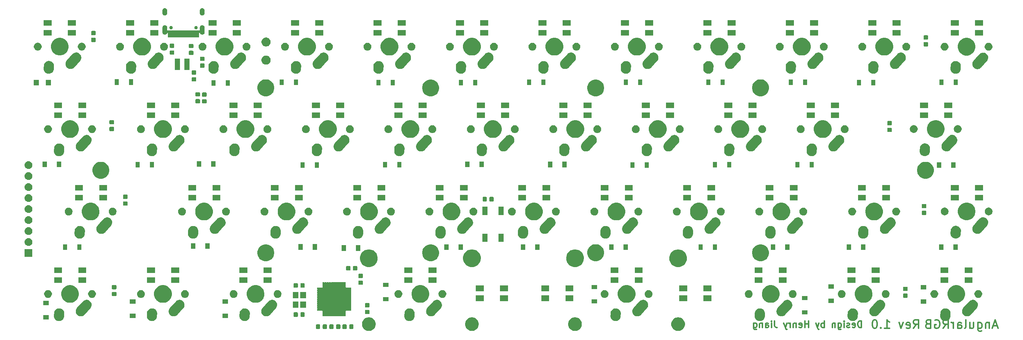
<source format=gbr>
G04 #@! TF.GenerationSoftware,KiCad,Pcbnew,(5.0.2)-1*
G04 #@! TF.CreationDate,2019-04-19T09:09:23-07:00*
G04 #@! TF.ProjectId,AngularRGB,416e6775-6c61-4725-9247-422e6b696361,v1.0*
G04 #@! TF.SameCoordinates,Original*
G04 #@! TF.FileFunction,Soldermask,Bot*
G04 #@! TF.FilePolarity,Negative*
%FSLAX46Y46*%
G04 Gerber Fmt 4.6, Leading zero omitted, Abs format (unit mm)*
G04 Created by KiCad (PCBNEW (5.0.2)-1) date 2019-04-19 9:09:23 AM*
%MOMM*%
%LPD*%
G01*
G04 APERTURE LIST*
%ADD10C,0.300000*%
%ADD11C,0.100000*%
G04 APERTURE END LIST*
D10*
X229725571Y-128440571D02*
X229725571Y-126940571D01*
X229368428Y-126940571D01*
X229154142Y-127012000D01*
X229011285Y-127154857D01*
X228939857Y-127297714D01*
X228868428Y-127583428D01*
X228868428Y-127797714D01*
X228939857Y-128083428D01*
X229011285Y-128226285D01*
X229154142Y-128369142D01*
X229368428Y-128440571D01*
X229725571Y-128440571D01*
X227654142Y-128369142D02*
X227797000Y-128440571D01*
X228082714Y-128440571D01*
X228225571Y-128369142D01*
X228297000Y-128226285D01*
X228297000Y-127654857D01*
X228225571Y-127512000D01*
X228082714Y-127440571D01*
X227797000Y-127440571D01*
X227654142Y-127512000D01*
X227582714Y-127654857D01*
X227582714Y-127797714D01*
X228297000Y-127940571D01*
X227011285Y-128369142D02*
X226868428Y-128440571D01*
X226582714Y-128440571D01*
X226439857Y-128369142D01*
X226368428Y-128226285D01*
X226368428Y-128154857D01*
X226439857Y-128012000D01*
X226582714Y-127940571D01*
X226797000Y-127940571D01*
X226939857Y-127869142D01*
X227011285Y-127726285D01*
X227011285Y-127654857D01*
X226939857Y-127512000D01*
X226797000Y-127440571D01*
X226582714Y-127440571D01*
X226439857Y-127512000D01*
X225725571Y-128440571D02*
X225725571Y-127440571D01*
X225725571Y-126940571D02*
X225797000Y-127012000D01*
X225725571Y-127083428D01*
X225654142Y-127012000D01*
X225725571Y-126940571D01*
X225725571Y-127083428D01*
X224368428Y-127440571D02*
X224368428Y-128654857D01*
X224439857Y-128797714D01*
X224511285Y-128869142D01*
X224654142Y-128940571D01*
X224868428Y-128940571D01*
X225011285Y-128869142D01*
X224368428Y-128369142D02*
X224511285Y-128440571D01*
X224797000Y-128440571D01*
X224939857Y-128369142D01*
X225011285Y-128297714D01*
X225082714Y-128154857D01*
X225082714Y-127726285D01*
X225011285Y-127583428D01*
X224939857Y-127512000D01*
X224797000Y-127440571D01*
X224511285Y-127440571D01*
X224368428Y-127512000D01*
X223654142Y-127440571D02*
X223654142Y-128440571D01*
X223654142Y-127583428D02*
X223582714Y-127512000D01*
X223439857Y-127440571D01*
X223225571Y-127440571D01*
X223082714Y-127512000D01*
X223011285Y-127654857D01*
X223011285Y-128440571D01*
X221154142Y-128440571D02*
X221154142Y-126940571D01*
X221154142Y-127512000D02*
X221011285Y-127440571D01*
X220725571Y-127440571D01*
X220582714Y-127512000D01*
X220511285Y-127583428D01*
X220439857Y-127726285D01*
X220439857Y-128154857D01*
X220511285Y-128297714D01*
X220582714Y-128369142D01*
X220725571Y-128440571D01*
X221011285Y-128440571D01*
X221154142Y-128369142D01*
X219939857Y-127440571D02*
X219582714Y-128440571D01*
X219225571Y-127440571D02*
X219582714Y-128440571D01*
X219725571Y-128797714D01*
X219797000Y-128869142D01*
X219939857Y-128940571D01*
X217511285Y-128440571D02*
X217511285Y-126940571D01*
X217511285Y-127654857D02*
X216654142Y-127654857D01*
X216654142Y-128440571D02*
X216654142Y-126940571D01*
X215368428Y-128369142D02*
X215511285Y-128440571D01*
X215797000Y-128440571D01*
X215939857Y-128369142D01*
X216011285Y-128226285D01*
X216011285Y-127654857D01*
X215939857Y-127512000D01*
X215797000Y-127440571D01*
X215511285Y-127440571D01*
X215368428Y-127512000D01*
X215297000Y-127654857D01*
X215297000Y-127797714D01*
X216011285Y-127940571D01*
X214654142Y-127440571D02*
X214654142Y-128440571D01*
X214654142Y-127583428D02*
X214582714Y-127512000D01*
X214439857Y-127440571D01*
X214225571Y-127440571D01*
X214082714Y-127512000D01*
X214011285Y-127654857D01*
X214011285Y-128440571D01*
X213297000Y-128440571D02*
X213297000Y-127440571D01*
X213297000Y-127726285D02*
X213225571Y-127583428D01*
X213154142Y-127512000D01*
X213011285Y-127440571D01*
X212868428Y-127440571D01*
X212511285Y-127440571D02*
X212154142Y-128440571D01*
X211797000Y-127440571D02*
X212154142Y-128440571D01*
X212297000Y-128797714D01*
X212368428Y-128869142D01*
X212511285Y-128940571D01*
X209654142Y-126940571D02*
X209654142Y-128012000D01*
X209725571Y-128226285D01*
X209868428Y-128369142D01*
X210082714Y-128440571D01*
X210225571Y-128440571D01*
X208939857Y-128440571D02*
X208939857Y-127440571D01*
X208939857Y-126940571D02*
X209011285Y-127012000D01*
X208939857Y-127083428D01*
X208868428Y-127012000D01*
X208939857Y-126940571D01*
X208939857Y-127083428D01*
X207582714Y-128440571D02*
X207582714Y-127654857D01*
X207654142Y-127512000D01*
X207797000Y-127440571D01*
X208082714Y-127440571D01*
X208225571Y-127512000D01*
X207582714Y-128369142D02*
X207725571Y-128440571D01*
X208082714Y-128440571D01*
X208225571Y-128369142D01*
X208297000Y-128226285D01*
X208297000Y-128083428D01*
X208225571Y-127940571D01*
X208082714Y-127869142D01*
X207725571Y-127869142D01*
X207582714Y-127797714D01*
X206868428Y-127440571D02*
X206868428Y-128440571D01*
X206868428Y-127583428D02*
X206797000Y-127512000D01*
X206654142Y-127440571D01*
X206439857Y-127440571D01*
X206297000Y-127512000D01*
X206225571Y-127654857D01*
X206225571Y-128440571D01*
X204868428Y-127440571D02*
X204868428Y-128654857D01*
X204939857Y-128797714D01*
X205011285Y-128869142D01*
X205154142Y-128940571D01*
X205368428Y-128940571D01*
X205511285Y-128869142D01*
X204868428Y-128369142D02*
X205011285Y-128440571D01*
X205297000Y-128440571D01*
X205439857Y-128369142D01*
X205511285Y-128297714D01*
X205582714Y-128154857D01*
X205582714Y-127726285D01*
X205511285Y-127583428D01*
X205439857Y-127512000D01*
X205297000Y-127440571D01*
X205011285Y-127440571D01*
X204868428Y-127512000D01*
X241759857Y-128666761D02*
X242426523Y-127714380D01*
X242902714Y-128666761D02*
X242902714Y-126666761D01*
X242140809Y-126666761D01*
X241950333Y-126762000D01*
X241855095Y-126857238D01*
X241759857Y-127047714D01*
X241759857Y-127333428D01*
X241855095Y-127523904D01*
X241950333Y-127619142D01*
X242140809Y-127714380D01*
X242902714Y-127714380D01*
X240140809Y-128571523D02*
X240331285Y-128666761D01*
X240712238Y-128666761D01*
X240902714Y-128571523D01*
X240997952Y-128381047D01*
X240997952Y-127619142D01*
X240902714Y-127428666D01*
X240712238Y-127333428D01*
X240331285Y-127333428D01*
X240140809Y-127428666D01*
X240045571Y-127619142D01*
X240045571Y-127809619D01*
X240997952Y-128000095D01*
X239378904Y-127333428D02*
X238902714Y-128666761D01*
X238426523Y-127333428D01*
X235093190Y-128666761D02*
X236236047Y-128666761D01*
X235664619Y-128666761D02*
X235664619Y-126666761D01*
X235855095Y-126952476D01*
X236045571Y-127142952D01*
X236236047Y-127238190D01*
X234236047Y-128476285D02*
X234140809Y-128571523D01*
X234236047Y-128666761D01*
X234331285Y-128571523D01*
X234236047Y-128476285D01*
X234236047Y-128666761D01*
X232902714Y-126666761D02*
X232712238Y-126666761D01*
X232521761Y-126762000D01*
X232426523Y-126857238D01*
X232331285Y-127047714D01*
X232236047Y-127428666D01*
X232236047Y-127904857D01*
X232331285Y-128285809D01*
X232426523Y-128476285D01*
X232521761Y-128571523D01*
X232712238Y-128666761D01*
X232902714Y-128666761D01*
X233093190Y-128571523D01*
X233188428Y-128476285D01*
X233283666Y-128285809D01*
X233378904Y-127904857D01*
X233378904Y-127428666D01*
X233283666Y-127047714D01*
X233188428Y-126857238D01*
X233093190Y-126762000D01*
X232902714Y-126666761D01*
X261095095Y-128095333D02*
X260142714Y-128095333D01*
X261285571Y-128666761D02*
X260618904Y-126666761D01*
X259952238Y-128666761D01*
X259285571Y-127333428D02*
X259285571Y-128666761D01*
X259285571Y-127523904D02*
X259190333Y-127428666D01*
X258999857Y-127333428D01*
X258714142Y-127333428D01*
X258523666Y-127428666D01*
X258428428Y-127619142D01*
X258428428Y-128666761D01*
X256618904Y-127333428D02*
X256618904Y-128952476D01*
X256714142Y-129142952D01*
X256809380Y-129238190D01*
X256999857Y-129333428D01*
X257285571Y-129333428D01*
X257476047Y-129238190D01*
X256618904Y-128571523D02*
X256809380Y-128666761D01*
X257190333Y-128666761D01*
X257380809Y-128571523D01*
X257476047Y-128476285D01*
X257571285Y-128285809D01*
X257571285Y-127714380D01*
X257476047Y-127523904D01*
X257380809Y-127428666D01*
X257190333Y-127333428D01*
X256809380Y-127333428D01*
X256618904Y-127428666D01*
X254809380Y-127333428D02*
X254809380Y-128666761D01*
X255666523Y-127333428D02*
X255666523Y-128381047D01*
X255571285Y-128571523D01*
X255380809Y-128666761D01*
X255095095Y-128666761D01*
X254904619Y-128571523D01*
X254809380Y-128476285D01*
X253571285Y-128666761D02*
X253761761Y-128571523D01*
X253857000Y-128381047D01*
X253857000Y-126666761D01*
X251952238Y-128666761D02*
X251952238Y-127619142D01*
X252047476Y-127428666D01*
X252237952Y-127333428D01*
X252618904Y-127333428D01*
X252809380Y-127428666D01*
X251952238Y-128571523D02*
X252142714Y-128666761D01*
X252618904Y-128666761D01*
X252809380Y-128571523D01*
X252904619Y-128381047D01*
X252904619Y-128190571D01*
X252809380Y-128000095D01*
X252618904Y-127904857D01*
X252142714Y-127904857D01*
X251952238Y-127809619D01*
X250999857Y-128666761D02*
X250999857Y-127333428D01*
X250999857Y-127714380D02*
X250904619Y-127523904D01*
X250809380Y-127428666D01*
X250618904Y-127333428D01*
X250428428Y-127333428D01*
X248618904Y-128666761D02*
X249285571Y-127714380D01*
X249761761Y-128666761D02*
X249761761Y-126666761D01*
X248999857Y-126666761D01*
X248809380Y-126762000D01*
X248714142Y-126857238D01*
X248618904Y-127047714D01*
X248618904Y-127333428D01*
X248714142Y-127523904D01*
X248809380Y-127619142D01*
X248999857Y-127714380D01*
X249761761Y-127714380D01*
X246714142Y-126762000D02*
X246904619Y-126666761D01*
X247190333Y-126666761D01*
X247476047Y-126762000D01*
X247666523Y-126952476D01*
X247761761Y-127142952D01*
X247857000Y-127523904D01*
X247857000Y-127809619D01*
X247761761Y-128190571D01*
X247666523Y-128381047D01*
X247476047Y-128571523D01*
X247190333Y-128666761D01*
X246999857Y-128666761D01*
X246714142Y-128571523D01*
X246618904Y-128476285D01*
X246618904Y-127809619D01*
X246999857Y-127809619D01*
X245095095Y-127619142D02*
X244809380Y-127714380D01*
X244714142Y-127809619D01*
X244618904Y-128000095D01*
X244618904Y-128285809D01*
X244714142Y-128476285D01*
X244809380Y-128571523D01*
X244999857Y-128666761D01*
X245761761Y-128666761D01*
X245761761Y-126666761D01*
X245095095Y-126666761D01*
X244904619Y-126762000D01*
X244809380Y-126857238D01*
X244714142Y-127047714D01*
X244714142Y-127238190D01*
X244809380Y-127428666D01*
X244904619Y-127523904D01*
X245095095Y-127619142D01*
X245761761Y-127619142D01*
D11*
G36*
X139949965Y-126129734D02*
X140222911Y-126184026D01*
X140324160Y-126225965D01*
X140509541Y-126302752D01*
X140767507Y-126475119D01*
X140986881Y-126694493D01*
X141159248Y-126952459D01*
X141277974Y-127239090D01*
X141338500Y-127543375D01*
X141338500Y-127853625D01*
X141277974Y-128157910D01*
X141159248Y-128444541D01*
X140986881Y-128702507D01*
X140767507Y-128921881D01*
X140509541Y-129094248D01*
X140341637Y-129163796D01*
X140222911Y-129212974D01*
X139918625Y-129273500D01*
X139608375Y-129273500D01*
X139304089Y-129212974D01*
X139185363Y-129163796D01*
X139017459Y-129094248D01*
X138759493Y-128921881D01*
X138540119Y-128702507D01*
X138367752Y-128444541D01*
X138249026Y-128157910D01*
X138188500Y-127853625D01*
X138188500Y-127543375D01*
X138249026Y-127239090D01*
X138367752Y-126952459D01*
X138540119Y-126694493D01*
X138759493Y-126475119D01*
X139017459Y-126302752D01*
X139202840Y-126225965D01*
X139304089Y-126184026D01*
X139577035Y-126129734D01*
X139608375Y-126123500D01*
X139918625Y-126123500D01*
X139949965Y-126129734D01*
X139949965Y-126129734D01*
G37*
G36*
X116137465Y-126129734D02*
X116410411Y-126184026D01*
X116511660Y-126225965D01*
X116697041Y-126302752D01*
X116955007Y-126475119D01*
X117174381Y-126694493D01*
X117346748Y-126952459D01*
X117465474Y-127239090D01*
X117526000Y-127543375D01*
X117526000Y-127853625D01*
X117465474Y-128157910D01*
X117346748Y-128444541D01*
X117174381Y-128702507D01*
X116955007Y-128921881D01*
X116697041Y-129094248D01*
X116529137Y-129163796D01*
X116410411Y-129212974D01*
X116106125Y-129273500D01*
X115795875Y-129273500D01*
X115491589Y-129212974D01*
X115372863Y-129163796D01*
X115204959Y-129094248D01*
X114946993Y-128921881D01*
X114727619Y-128702507D01*
X114555252Y-128444541D01*
X114436526Y-128157910D01*
X114376000Y-127853625D01*
X114376000Y-127543375D01*
X114436526Y-127239090D01*
X114555252Y-126952459D01*
X114727619Y-126694493D01*
X114946993Y-126475119D01*
X115204959Y-126302752D01*
X115390340Y-126225965D01*
X115491589Y-126184026D01*
X115764535Y-126129734D01*
X115795875Y-126123500D01*
X116106125Y-126123500D01*
X116137465Y-126129734D01*
X116137465Y-126129734D01*
G37*
G36*
X187574965Y-126129734D02*
X187847911Y-126184026D01*
X187949160Y-126225965D01*
X188134541Y-126302752D01*
X188392507Y-126475119D01*
X188611881Y-126694493D01*
X188784248Y-126952459D01*
X188902974Y-127239090D01*
X188963500Y-127543375D01*
X188963500Y-127853625D01*
X188902974Y-128157910D01*
X188784248Y-128444541D01*
X188611881Y-128702507D01*
X188392507Y-128921881D01*
X188134541Y-129094248D01*
X187966637Y-129163796D01*
X187847911Y-129212974D01*
X187543625Y-129273500D01*
X187233375Y-129273500D01*
X186929089Y-129212974D01*
X186810363Y-129163796D01*
X186642459Y-129094248D01*
X186384493Y-128921881D01*
X186165119Y-128702507D01*
X185992752Y-128444541D01*
X185874026Y-128157910D01*
X185813500Y-127853625D01*
X185813500Y-127543375D01*
X185874026Y-127239090D01*
X185992752Y-126952459D01*
X186165119Y-126694493D01*
X186384493Y-126475119D01*
X186642459Y-126302752D01*
X186827840Y-126225965D01*
X186929089Y-126184026D01*
X187202035Y-126129734D01*
X187233375Y-126123500D01*
X187543625Y-126123500D01*
X187574965Y-126129734D01*
X187574965Y-126129734D01*
G37*
G36*
X163762465Y-126129734D02*
X164035411Y-126184026D01*
X164136660Y-126225965D01*
X164322041Y-126302752D01*
X164580007Y-126475119D01*
X164799381Y-126694493D01*
X164971748Y-126952459D01*
X165090474Y-127239090D01*
X165151000Y-127543375D01*
X165151000Y-127853625D01*
X165090474Y-128157910D01*
X164971748Y-128444541D01*
X164799381Y-128702507D01*
X164580007Y-128921881D01*
X164322041Y-129094248D01*
X164154137Y-129163796D01*
X164035411Y-129212974D01*
X163731125Y-129273500D01*
X163420875Y-129273500D01*
X163116589Y-129212974D01*
X162997863Y-129163796D01*
X162829959Y-129094248D01*
X162571993Y-128921881D01*
X162352619Y-128702507D01*
X162180252Y-128444541D01*
X162061526Y-128157910D01*
X162001000Y-127853625D01*
X162001000Y-127543375D01*
X162061526Y-127239090D01*
X162180252Y-126952459D01*
X162352619Y-126694493D01*
X162571993Y-126475119D01*
X162829959Y-126302752D01*
X163015340Y-126225965D01*
X163116589Y-126184026D01*
X163389535Y-126129734D01*
X163420875Y-126123500D01*
X163731125Y-126123500D01*
X163762465Y-126129734D01*
X163762465Y-126129734D01*
G37*
G36*
X104558091Y-127748085D02*
X104592069Y-127758393D01*
X104623387Y-127775133D01*
X104650839Y-127797661D01*
X104673367Y-127825113D01*
X104690107Y-127856431D01*
X104700415Y-127890409D01*
X104704500Y-127931890D01*
X104704500Y-128608110D01*
X104700415Y-128649591D01*
X104690107Y-128683569D01*
X104673367Y-128714887D01*
X104650839Y-128742339D01*
X104623387Y-128764867D01*
X104592069Y-128781607D01*
X104558091Y-128791915D01*
X104516610Y-128796000D01*
X103915390Y-128796000D01*
X103873909Y-128791915D01*
X103839931Y-128781607D01*
X103808613Y-128764867D01*
X103781161Y-128742339D01*
X103758633Y-128714887D01*
X103741893Y-128683569D01*
X103731585Y-128649591D01*
X103727500Y-128608110D01*
X103727500Y-127931890D01*
X103731585Y-127890409D01*
X103741893Y-127856431D01*
X103758633Y-127825113D01*
X103781161Y-127797661D01*
X103808613Y-127775133D01*
X103839931Y-127758393D01*
X103873909Y-127748085D01*
X103915390Y-127744000D01*
X104516610Y-127744000D01*
X104558091Y-127748085D01*
X104558091Y-127748085D01*
G37*
G36*
X106133091Y-127748085D02*
X106167069Y-127758393D01*
X106198387Y-127775133D01*
X106225839Y-127797661D01*
X106248367Y-127825113D01*
X106265107Y-127856431D01*
X106275415Y-127890409D01*
X106279500Y-127931890D01*
X106279500Y-128608110D01*
X106275415Y-128649591D01*
X106265107Y-128683569D01*
X106248367Y-128714887D01*
X106225839Y-128742339D01*
X106198387Y-128764867D01*
X106167069Y-128781607D01*
X106133091Y-128791915D01*
X106091610Y-128796000D01*
X105490390Y-128796000D01*
X105448909Y-128791915D01*
X105414931Y-128781607D01*
X105383613Y-128764867D01*
X105356161Y-128742339D01*
X105333633Y-128714887D01*
X105316893Y-128683569D01*
X105306585Y-128649591D01*
X105302500Y-128608110D01*
X105302500Y-127931890D01*
X105306585Y-127890409D01*
X105316893Y-127856431D01*
X105333633Y-127825113D01*
X105356161Y-127797661D01*
X105383613Y-127775133D01*
X105414931Y-127758393D01*
X105448909Y-127748085D01*
X105490390Y-127744000D01*
X106091610Y-127744000D01*
X106133091Y-127748085D01*
X106133091Y-127748085D01*
G37*
G36*
X109232091Y-127748085D02*
X109266069Y-127758393D01*
X109297387Y-127775133D01*
X109324839Y-127797661D01*
X109347367Y-127825113D01*
X109364107Y-127856431D01*
X109374415Y-127890409D01*
X109378500Y-127931890D01*
X109378500Y-128608110D01*
X109374415Y-128649591D01*
X109364107Y-128683569D01*
X109347367Y-128714887D01*
X109324839Y-128742339D01*
X109297387Y-128764867D01*
X109266069Y-128781607D01*
X109232091Y-128791915D01*
X109190610Y-128796000D01*
X108589390Y-128796000D01*
X108547909Y-128791915D01*
X108513931Y-128781607D01*
X108482613Y-128764867D01*
X108455161Y-128742339D01*
X108432633Y-128714887D01*
X108415893Y-128683569D01*
X108405585Y-128649591D01*
X108401500Y-128608110D01*
X108401500Y-127931890D01*
X108405585Y-127890409D01*
X108415893Y-127856431D01*
X108432633Y-127825113D01*
X108455161Y-127797661D01*
X108482613Y-127775133D01*
X108513931Y-127758393D01*
X108547909Y-127748085D01*
X108589390Y-127744000D01*
X109190610Y-127744000D01*
X109232091Y-127748085D01*
X109232091Y-127748085D01*
G37*
G36*
X107657091Y-127748085D02*
X107691069Y-127758393D01*
X107722387Y-127775133D01*
X107749839Y-127797661D01*
X107772367Y-127825113D01*
X107789107Y-127856431D01*
X107799415Y-127890409D01*
X107803500Y-127931890D01*
X107803500Y-128608110D01*
X107799415Y-128649591D01*
X107789107Y-128683569D01*
X107772367Y-128714887D01*
X107749839Y-128742339D01*
X107722387Y-128764867D01*
X107691069Y-128781607D01*
X107657091Y-128791915D01*
X107615610Y-128796000D01*
X107014390Y-128796000D01*
X106972909Y-128791915D01*
X106938931Y-128781607D01*
X106907613Y-128764867D01*
X106880161Y-128742339D01*
X106857633Y-128714887D01*
X106840893Y-128683569D01*
X106830585Y-128649591D01*
X106826500Y-128608110D01*
X106826500Y-127931890D01*
X106830585Y-127890409D01*
X106840893Y-127856431D01*
X106857633Y-127825113D01*
X106880161Y-127797661D01*
X106907613Y-127775133D01*
X106938931Y-127758393D01*
X106972909Y-127748085D01*
X107014390Y-127744000D01*
X107615610Y-127744000D01*
X107657091Y-127748085D01*
X107657091Y-127748085D01*
G37*
G36*
X110679591Y-127748085D02*
X110713569Y-127758393D01*
X110744887Y-127775133D01*
X110772339Y-127797661D01*
X110794867Y-127825113D01*
X110811607Y-127856431D01*
X110821915Y-127890409D01*
X110826000Y-127931890D01*
X110826000Y-128608110D01*
X110821915Y-128649591D01*
X110811607Y-128683569D01*
X110794867Y-128714887D01*
X110772339Y-128742339D01*
X110744887Y-128764867D01*
X110713569Y-128781607D01*
X110679591Y-128791915D01*
X110638110Y-128796000D01*
X110036890Y-128796000D01*
X109995409Y-128791915D01*
X109961431Y-128781607D01*
X109930113Y-128764867D01*
X109902661Y-128742339D01*
X109880133Y-128714887D01*
X109863393Y-128683569D01*
X109853085Y-128649591D01*
X109849000Y-128608110D01*
X109849000Y-127931890D01*
X109853085Y-127890409D01*
X109863393Y-127856431D01*
X109880133Y-127825113D01*
X109902661Y-127797661D01*
X109930113Y-127775133D01*
X109961431Y-127758393D01*
X109995409Y-127748085D01*
X110036890Y-127744000D01*
X110638110Y-127744000D01*
X110679591Y-127748085D01*
X110679591Y-127748085D01*
G37*
G36*
X112254591Y-127748085D02*
X112288569Y-127758393D01*
X112319887Y-127775133D01*
X112347339Y-127797661D01*
X112369867Y-127825113D01*
X112386607Y-127856431D01*
X112396915Y-127890409D01*
X112401000Y-127931890D01*
X112401000Y-128608110D01*
X112396915Y-128649591D01*
X112386607Y-128683569D01*
X112369867Y-128714887D01*
X112347339Y-128742339D01*
X112319887Y-128764867D01*
X112288569Y-128781607D01*
X112254591Y-128791915D01*
X112213110Y-128796000D01*
X111611890Y-128796000D01*
X111570409Y-128791915D01*
X111536431Y-128781607D01*
X111505113Y-128764867D01*
X111477661Y-128742339D01*
X111455133Y-128714887D01*
X111438393Y-128683569D01*
X111428085Y-128649591D01*
X111424000Y-128608110D01*
X111424000Y-127931890D01*
X111428085Y-127890409D01*
X111438393Y-127856431D01*
X111455133Y-127825113D01*
X111477661Y-127797661D01*
X111505113Y-127775133D01*
X111536431Y-127758393D01*
X111570409Y-127748085D01*
X111611890Y-127744000D01*
X112213110Y-127744000D01*
X112254591Y-127748085D01*
X112254591Y-127748085D01*
G37*
G36*
X228060730Y-124073124D02*
X228277255Y-124155461D01*
X228473557Y-124278459D01*
X228642090Y-124437389D01*
X228776380Y-124626145D01*
X228871265Y-124837473D01*
X228923098Y-125063251D01*
X228928188Y-125236777D01*
X228888354Y-125814359D01*
X228887296Y-125829704D01*
X228887000Y-125838304D01*
X228887000Y-125909326D01*
X228869379Y-125997915D01*
X228868117Y-126004255D01*
X228867461Y-126007827D01*
X228851376Y-126103230D01*
X228848914Y-126109704D01*
X228843161Y-126129720D01*
X228841807Y-126136527D01*
X228841805Y-126136531D01*
X228804761Y-126225965D01*
X228803409Y-126229370D01*
X228769038Y-126319755D01*
X228765364Y-126325619D01*
X228755809Y-126344144D01*
X228753158Y-126350545D01*
X228699371Y-126431043D01*
X228697409Y-126434075D01*
X228646041Y-126516057D01*
X228641291Y-126521094D01*
X228628307Y-126537397D01*
X228624457Y-126543159D01*
X228555995Y-126611621D01*
X228553509Y-126614180D01*
X228487111Y-126684590D01*
X228481468Y-126688605D01*
X228465559Y-126702057D01*
X228460659Y-126706957D01*
X228380145Y-126760755D01*
X228377181Y-126762800D01*
X228298355Y-126818880D01*
X228292038Y-126821716D01*
X228273809Y-126831807D01*
X228268048Y-126835656D01*
X228268045Y-126835658D01*
X228178561Y-126872724D01*
X228175347Y-126874110D01*
X228087027Y-126913765D01*
X228080279Y-126915314D01*
X228060434Y-126921653D01*
X228054027Y-126924307D01*
X228018272Y-126931419D01*
X227959082Y-126943193D01*
X227955521Y-126943956D01*
X227861249Y-126965598D01*
X227854339Y-126965801D01*
X227833631Y-126968146D01*
X227826826Y-126969500D01*
X227730027Y-126969500D01*
X227726363Y-126969554D01*
X227629698Y-126972389D01*
X227629697Y-126972389D01*
X227622882Y-126971240D01*
X227602100Y-126969500D01*
X227595173Y-126969500D01*
X227500243Y-126950617D01*
X227496654Y-126949958D01*
X227439986Y-126940404D01*
X227401275Y-126933877D01*
X227401274Y-126933877D01*
X227401270Y-126933876D01*
X227394796Y-126931414D01*
X227374780Y-126925661D01*
X227367973Y-126924307D01*
X227324722Y-126906392D01*
X227278535Y-126887261D01*
X227275130Y-126885909D01*
X227240405Y-126872704D01*
X227184745Y-126851538D01*
X227178881Y-126847864D01*
X227160360Y-126838311D01*
X227153955Y-126835658D01*
X227073457Y-126781871D01*
X227070425Y-126779909D01*
X226988443Y-126728541D01*
X226983406Y-126723791D01*
X226967103Y-126710807D01*
X226961341Y-126706957D01*
X226892879Y-126638495D01*
X226890320Y-126636009D01*
X226819910Y-126569611D01*
X226815895Y-126563968D01*
X226802443Y-126548059D01*
X226797543Y-126543159D01*
X226743745Y-126462645D01*
X226741700Y-126459681D01*
X226685620Y-126380855D01*
X226682784Y-126374538D01*
X226672693Y-126356309D01*
X226668844Y-126350548D01*
X226668842Y-126350545D01*
X226631776Y-126261061D01*
X226630390Y-126257847D01*
X226590735Y-126169527D01*
X226589186Y-126162779D01*
X226582847Y-126142934D01*
X226580193Y-126136527D01*
X226561307Y-126041582D01*
X226560540Y-126038000D01*
X226538902Y-125943749D01*
X226538699Y-125936840D01*
X226536353Y-125916127D01*
X226535000Y-125909326D01*
X226535000Y-125812515D01*
X226534947Y-125808915D01*
X226533812Y-125770223D01*
X226534705Y-125757274D01*
X226535000Y-125748704D01*
X226535000Y-125677674D01*
X226541396Y-125645520D01*
X226543500Y-125629748D01*
X226581762Y-125074955D01*
X226610624Y-124903770D01*
X226692962Y-124687245D01*
X226815959Y-124490943D01*
X226974889Y-124322410D01*
X227163645Y-124188120D01*
X227374973Y-124093235D01*
X227600751Y-124041401D01*
X227832302Y-124034610D01*
X228060730Y-124073124D01*
X228060730Y-124073124D01*
G37*
G36*
X125666980Y-124073124D02*
X125883505Y-124155461D01*
X126079807Y-124278459D01*
X126248340Y-124437389D01*
X126382630Y-124626145D01*
X126477515Y-124837473D01*
X126529348Y-125063251D01*
X126534438Y-125236777D01*
X126494604Y-125814359D01*
X126493546Y-125829704D01*
X126493250Y-125838304D01*
X126493250Y-125909326D01*
X126475629Y-125997915D01*
X126474367Y-126004255D01*
X126473711Y-126007827D01*
X126457626Y-126103230D01*
X126455164Y-126109704D01*
X126449411Y-126129720D01*
X126448057Y-126136527D01*
X126448055Y-126136531D01*
X126411011Y-126225965D01*
X126409659Y-126229370D01*
X126375288Y-126319755D01*
X126371614Y-126325619D01*
X126362059Y-126344144D01*
X126359408Y-126350545D01*
X126305621Y-126431043D01*
X126303659Y-126434075D01*
X126252291Y-126516057D01*
X126247541Y-126521094D01*
X126234557Y-126537397D01*
X126230707Y-126543159D01*
X126162245Y-126611621D01*
X126159759Y-126614180D01*
X126093361Y-126684590D01*
X126087718Y-126688605D01*
X126071809Y-126702057D01*
X126066909Y-126706957D01*
X125986395Y-126760755D01*
X125983431Y-126762800D01*
X125904605Y-126818880D01*
X125898288Y-126821716D01*
X125880059Y-126831807D01*
X125874298Y-126835656D01*
X125874295Y-126835658D01*
X125784811Y-126872724D01*
X125781597Y-126874110D01*
X125693277Y-126913765D01*
X125686529Y-126915314D01*
X125666684Y-126921653D01*
X125660277Y-126924307D01*
X125624522Y-126931419D01*
X125565332Y-126943193D01*
X125561771Y-126943956D01*
X125467499Y-126965598D01*
X125460589Y-126965801D01*
X125439881Y-126968146D01*
X125433076Y-126969500D01*
X125336277Y-126969500D01*
X125332613Y-126969554D01*
X125235948Y-126972389D01*
X125235947Y-126972389D01*
X125229132Y-126971240D01*
X125208350Y-126969500D01*
X125201423Y-126969500D01*
X125106493Y-126950617D01*
X125102904Y-126949958D01*
X125046236Y-126940404D01*
X125007525Y-126933877D01*
X125007524Y-126933877D01*
X125007520Y-126933876D01*
X125001046Y-126931414D01*
X124981030Y-126925661D01*
X124974223Y-126924307D01*
X124930972Y-126906392D01*
X124884785Y-126887261D01*
X124881380Y-126885909D01*
X124846655Y-126872704D01*
X124790995Y-126851538D01*
X124785131Y-126847864D01*
X124766610Y-126838311D01*
X124760205Y-126835658D01*
X124679707Y-126781871D01*
X124676675Y-126779909D01*
X124594693Y-126728541D01*
X124589656Y-126723791D01*
X124573353Y-126710807D01*
X124567591Y-126706957D01*
X124499129Y-126638495D01*
X124496570Y-126636009D01*
X124426160Y-126569611D01*
X124422145Y-126563968D01*
X124408693Y-126548059D01*
X124403793Y-126543159D01*
X124349995Y-126462645D01*
X124347950Y-126459681D01*
X124291870Y-126380855D01*
X124289034Y-126374538D01*
X124278943Y-126356309D01*
X124275094Y-126350548D01*
X124275092Y-126350545D01*
X124238026Y-126261061D01*
X124236640Y-126257847D01*
X124196985Y-126169527D01*
X124195436Y-126162779D01*
X124189097Y-126142934D01*
X124186443Y-126136527D01*
X124167557Y-126041582D01*
X124166790Y-126038000D01*
X124145152Y-125943749D01*
X124144949Y-125936840D01*
X124142603Y-125916127D01*
X124141250Y-125909326D01*
X124141250Y-125812515D01*
X124141197Y-125808915D01*
X124140062Y-125770223D01*
X124140955Y-125757274D01*
X124141250Y-125748704D01*
X124141250Y-125677674D01*
X124147646Y-125645520D01*
X124149750Y-125629748D01*
X124188012Y-125074955D01*
X124216874Y-124903770D01*
X124299212Y-124687245D01*
X124422209Y-124490943D01*
X124581139Y-124322410D01*
X124769895Y-124188120D01*
X124981223Y-124093235D01*
X125207001Y-124041401D01*
X125438552Y-124034610D01*
X125666980Y-124073124D01*
X125666980Y-124073124D01*
G37*
G36*
X249460230Y-124073124D02*
X249676755Y-124155461D01*
X249873057Y-124278459D01*
X250041590Y-124437389D01*
X250175880Y-124626145D01*
X250270765Y-124837473D01*
X250322598Y-125063251D01*
X250327688Y-125236777D01*
X250287854Y-125814359D01*
X250286796Y-125829704D01*
X250286500Y-125838304D01*
X250286500Y-125909326D01*
X250268879Y-125997915D01*
X250267617Y-126004255D01*
X250266961Y-126007827D01*
X250250876Y-126103230D01*
X250248414Y-126109704D01*
X250242661Y-126129720D01*
X250241307Y-126136527D01*
X250241305Y-126136531D01*
X250204261Y-126225965D01*
X250202909Y-126229370D01*
X250168538Y-126319755D01*
X250164864Y-126325619D01*
X250155309Y-126344144D01*
X250152658Y-126350545D01*
X250098871Y-126431043D01*
X250096909Y-126434075D01*
X250045541Y-126516057D01*
X250040791Y-126521094D01*
X250027807Y-126537397D01*
X250023957Y-126543159D01*
X249955495Y-126611621D01*
X249953009Y-126614180D01*
X249886611Y-126684590D01*
X249880968Y-126688605D01*
X249865059Y-126702057D01*
X249860159Y-126706957D01*
X249779645Y-126760755D01*
X249776681Y-126762800D01*
X249697855Y-126818880D01*
X249691538Y-126821716D01*
X249673309Y-126831807D01*
X249667548Y-126835656D01*
X249667545Y-126835658D01*
X249578061Y-126872724D01*
X249574847Y-126874110D01*
X249486527Y-126913765D01*
X249479779Y-126915314D01*
X249459934Y-126921653D01*
X249453527Y-126924307D01*
X249417772Y-126931419D01*
X249358582Y-126943193D01*
X249355021Y-126943956D01*
X249260749Y-126965598D01*
X249253839Y-126965801D01*
X249233131Y-126968146D01*
X249226326Y-126969500D01*
X249129527Y-126969500D01*
X249125863Y-126969554D01*
X249029198Y-126972389D01*
X249029197Y-126972389D01*
X249022382Y-126971240D01*
X249001600Y-126969500D01*
X248994673Y-126969500D01*
X248899743Y-126950617D01*
X248896154Y-126949958D01*
X248839486Y-126940404D01*
X248800775Y-126933877D01*
X248800774Y-126933877D01*
X248800770Y-126933876D01*
X248794296Y-126931414D01*
X248774280Y-126925661D01*
X248767473Y-126924307D01*
X248724222Y-126906392D01*
X248678035Y-126887261D01*
X248674630Y-126885909D01*
X248639905Y-126872704D01*
X248584245Y-126851538D01*
X248578381Y-126847864D01*
X248559860Y-126838311D01*
X248553455Y-126835658D01*
X248472957Y-126781871D01*
X248469925Y-126779909D01*
X248387943Y-126728541D01*
X248382906Y-126723791D01*
X248366603Y-126710807D01*
X248360841Y-126706957D01*
X248292379Y-126638495D01*
X248289820Y-126636009D01*
X248219410Y-126569611D01*
X248215395Y-126563968D01*
X248201943Y-126548059D01*
X248197043Y-126543159D01*
X248143245Y-126462645D01*
X248141200Y-126459681D01*
X248085120Y-126380855D01*
X248082284Y-126374538D01*
X248072193Y-126356309D01*
X248068344Y-126350548D01*
X248068342Y-126350545D01*
X248031276Y-126261061D01*
X248029890Y-126257847D01*
X247990235Y-126169527D01*
X247988686Y-126162779D01*
X247982347Y-126142934D01*
X247979693Y-126136527D01*
X247960807Y-126041582D01*
X247960040Y-126038000D01*
X247938402Y-125943749D01*
X247938199Y-125936840D01*
X247935853Y-125916127D01*
X247934500Y-125909326D01*
X247934500Y-125812515D01*
X247934447Y-125808915D01*
X247933312Y-125770223D01*
X247934205Y-125757274D01*
X247934500Y-125748704D01*
X247934500Y-125677674D01*
X247940896Y-125645520D01*
X247943000Y-125629748D01*
X247981262Y-125074955D01*
X248010124Y-124903770D01*
X248092462Y-124687245D01*
X248215459Y-124490943D01*
X248374389Y-124322410D01*
X248563145Y-124188120D01*
X248774473Y-124093235D01*
X249000251Y-124041401D01*
X249231802Y-124034610D01*
X249460230Y-124073124D01*
X249460230Y-124073124D01*
G37*
G36*
X206597730Y-124073124D02*
X206814255Y-124155461D01*
X207010557Y-124278459D01*
X207179090Y-124437389D01*
X207313380Y-124626145D01*
X207408265Y-124837473D01*
X207460098Y-125063251D01*
X207465188Y-125236777D01*
X207425354Y-125814359D01*
X207424296Y-125829704D01*
X207424000Y-125838304D01*
X207424000Y-125909326D01*
X207406379Y-125997915D01*
X207405117Y-126004255D01*
X207404461Y-126007827D01*
X207388376Y-126103230D01*
X207385914Y-126109704D01*
X207380161Y-126129720D01*
X207378807Y-126136527D01*
X207378805Y-126136531D01*
X207341761Y-126225965D01*
X207340409Y-126229370D01*
X207306038Y-126319755D01*
X207302364Y-126325619D01*
X207292809Y-126344144D01*
X207290158Y-126350545D01*
X207236371Y-126431043D01*
X207234409Y-126434075D01*
X207183041Y-126516057D01*
X207178291Y-126521094D01*
X207165307Y-126537397D01*
X207161457Y-126543159D01*
X207092995Y-126611621D01*
X207090509Y-126614180D01*
X207024111Y-126684590D01*
X207018468Y-126688605D01*
X207002559Y-126702057D01*
X206997659Y-126706957D01*
X206917145Y-126760755D01*
X206914181Y-126762800D01*
X206835355Y-126818880D01*
X206829038Y-126821716D01*
X206810809Y-126831807D01*
X206805048Y-126835656D01*
X206805045Y-126835658D01*
X206715561Y-126872724D01*
X206712347Y-126874110D01*
X206624027Y-126913765D01*
X206617279Y-126915314D01*
X206597434Y-126921653D01*
X206591027Y-126924307D01*
X206555272Y-126931419D01*
X206496082Y-126943193D01*
X206492521Y-126943956D01*
X206398249Y-126965598D01*
X206391339Y-126965801D01*
X206370631Y-126968146D01*
X206363826Y-126969500D01*
X206267027Y-126969500D01*
X206263363Y-126969554D01*
X206166698Y-126972389D01*
X206166697Y-126972389D01*
X206159882Y-126971240D01*
X206139100Y-126969500D01*
X206132173Y-126969500D01*
X206037243Y-126950617D01*
X206033654Y-126949958D01*
X205976986Y-126940404D01*
X205938275Y-126933877D01*
X205938274Y-126933877D01*
X205938270Y-126933876D01*
X205931796Y-126931414D01*
X205911780Y-126925661D01*
X205904973Y-126924307D01*
X205861722Y-126906392D01*
X205815535Y-126887261D01*
X205812130Y-126885909D01*
X205777405Y-126872704D01*
X205721745Y-126851538D01*
X205715881Y-126847864D01*
X205697360Y-126838311D01*
X205690955Y-126835658D01*
X205610457Y-126781871D01*
X205607425Y-126779909D01*
X205525443Y-126728541D01*
X205520406Y-126723791D01*
X205504103Y-126710807D01*
X205498341Y-126706957D01*
X205429879Y-126638495D01*
X205427320Y-126636009D01*
X205356910Y-126569611D01*
X205352895Y-126563968D01*
X205339443Y-126548059D01*
X205334543Y-126543159D01*
X205280745Y-126462645D01*
X205278700Y-126459681D01*
X205222620Y-126380855D01*
X205219784Y-126374538D01*
X205209693Y-126356309D01*
X205205844Y-126350548D01*
X205205842Y-126350545D01*
X205168776Y-126261061D01*
X205167390Y-126257847D01*
X205127735Y-126169527D01*
X205126186Y-126162779D01*
X205119847Y-126142934D01*
X205117193Y-126136527D01*
X205098307Y-126041582D01*
X205097540Y-126038000D01*
X205075902Y-125943749D01*
X205075699Y-125936840D01*
X205073353Y-125916127D01*
X205072000Y-125909326D01*
X205072000Y-125812515D01*
X205071947Y-125808915D01*
X205070812Y-125770223D01*
X205071705Y-125757274D01*
X205072000Y-125748704D01*
X205072000Y-125677674D01*
X205078396Y-125645520D01*
X205080500Y-125629748D01*
X205118762Y-125074955D01*
X205147624Y-124903770D01*
X205229962Y-124687245D01*
X205352959Y-124490943D01*
X205511889Y-124322410D01*
X205700645Y-124188120D01*
X205911973Y-124093235D01*
X206137751Y-124041401D01*
X206369302Y-124034610D01*
X206597730Y-124073124D01*
X206597730Y-124073124D01*
G37*
G36*
X173291980Y-124073124D02*
X173508505Y-124155461D01*
X173704807Y-124278459D01*
X173873340Y-124437389D01*
X174007630Y-124626145D01*
X174102515Y-124837473D01*
X174154348Y-125063251D01*
X174159438Y-125236777D01*
X174119604Y-125814359D01*
X174118546Y-125829704D01*
X174118250Y-125838304D01*
X174118250Y-125909326D01*
X174100629Y-125997915D01*
X174099367Y-126004255D01*
X174098711Y-126007827D01*
X174082626Y-126103230D01*
X174080164Y-126109704D01*
X174074411Y-126129720D01*
X174073057Y-126136527D01*
X174073055Y-126136531D01*
X174036011Y-126225965D01*
X174034659Y-126229370D01*
X174000288Y-126319755D01*
X173996614Y-126325619D01*
X173987059Y-126344144D01*
X173984408Y-126350545D01*
X173930621Y-126431043D01*
X173928659Y-126434075D01*
X173877291Y-126516057D01*
X173872541Y-126521094D01*
X173859557Y-126537397D01*
X173855707Y-126543159D01*
X173787245Y-126611621D01*
X173784759Y-126614180D01*
X173718361Y-126684590D01*
X173712718Y-126688605D01*
X173696809Y-126702057D01*
X173691909Y-126706957D01*
X173611395Y-126760755D01*
X173608431Y-126762800D01*
X173529605Y-126818880D01*
X173523288Y-126821716D01*
X173505059Y-126831807D01*
X173499298Y-126835656D01*
X173499295Y-126835658D01*
X173409811Y-126872724D01*
X173406597Y-126874110D01*
X173318277Y-126913765D01*
X173311529Y-126915314D01*
X173291684Y-126921653D01*
X173285277Y-126924307D01*
X173249522Y-126931419D01*
X173190332Y-126943193D01*
X173186771Y-126943956D01*
X173092499Y-126965598D01*
X173085589Y-126965801D01*
X173064881Y-126968146D01*
X173058076Y-126969500D01*
X172961277Y-126969500D01*
X172957613Y-126969554D01*
X172860948Y-126972389D01*
X172860947Y-126972389D01*
X172854132Y-126971240D01*
X172833350Y-126969500D01*
X172826423Y-126969500D01*
X172731493Y-126950617D01*
X172727904Y-126949958D01*
X172671236Y-126940404D01*
X172632525Y-126933877D01*
X172632524Y-126933877D01*
X172632520Y-126933876D01*
X172626046Y-126931414D01*
X172606030Y-126925661D01*
X172599223Y-126924307D01*
X172555972Y-126906392D01*
X172509785Y-126887261D01*
X172506380Y-126885909D01*
X172471655Y-126872704D01*
X172415995Y-126851538D01*
X172410131Y-126847864D01*
X172391610Y-126838311D01*
X172385205Y-126835658D01*
X172304707Y-126781871D01*
X172301675Y-126779909D01*
X172219693Y-126728541D01*
X172214656Y-126723791D01*
X172198353Y-126710807D01*
X172192591Y-126706957D01*
X172124129Y-126638495D01*
X172121570Y-126636009D01*
X172051160Y-126569611D01*
X172047145Y-126563968D01*
X172033693Y-126548059D01*
X172028793Y-126543159D01*
X171974995Y-126462645D01*
X171972950Y-126459681D01*
X171916870Y-126380855D01*
X171914034Y-126374538D01*
X171903943Y-126356309D01*
X171900094Y-126350548D01*
X171900092Y-126350545D01*
X171863026Y-126261061D01*
X171861640Y-126257847D01*
X171821985Y-126169527D01*
X171820436Y-126162779D01*
X171814097Y-126142934D01*
X171811443Y-126136527D01*
X171792557Y-126041582D01*
X171791790Y-126038000D01*
X171770152Y-125943749D01*
X171769949Y-125936840D01*
X171767603Y-125916127D01*
X171766250Y-125909326D01*
X171766250Y-125812515D01*
X171766197Y-125808915D01*
X171765062Y-125770223D01*
X171765955Y-125757274D01*
X171766250Y-125748704D01*
X171766250Y-125677674D01*
X171772646Y-125645520D01*
X171774750Y-125629748D01*
X171813012Y-125074955D01*
X171841874Y-124903770D01*
X171924212Y-124687245D01*
X172047209Y-124490943D01*
X172206139Y-124322410D01*
X172394895Y-124188120D01*
X172606223Y-124093235D01*
X172832001Y-124041401D01*
X173063552Y-124034610D01*
X173291980Y-124073124D01*
X173291980Y-124073124D01*
G37*
G36*
X87598730Y-124073124D02*
X87815255Y-124155461D01*
X88011557Y-124278459D01*
X88180090Y-124437389D01*
X88314380Y-124626145D01*
X88409265Y-124837473D01*
X88461098Y-125063251D01*
X88466188Y-125236777D01*
X88426354Y-125814359D01*
X88425296Y-125829704D01*
X88425000Y-125838304D01*
X88425000Y-125909326D01*
X88407379Y-125997915D01*
X88406117Y-126004255D01*
X88405461Y-126007827D01*
X88389376Y-126103230D01*
X88386914Y-126109704D01*
X88381161Y-126129720D01*
X88379807Y-126136527D01*
X88379805Y-126136531D01*
X88342761Y-126225965D01*
X88341409Y-126229370D01*
X88307038Y-126319755D01*
X88303364Y-126325619D01*
X88293809Y-126344144D01*
X88291158Y-126350545D01*
X88237371Y-126431043D01*
X88235409Y-126434075D01*
X88184041Y-126516057D01*
X88179291Y-126521094D01*
X88166307Y-126537397D01*
X88162457Y-126543159D01*
X88093995Y-126611621D01*
X88091509Y-126614180D01*
X88025111Y-126684590D01*
X88019468Y-126688605D01*
X88003559Y-126702057D01*
X87998659Y-126706957D01*
X87918145Y-126760755D01*
X87915181Y-126762800D01*
X87836355Y-126818880D01*
X87830038Y-126821716D01*
X87811809Y-126831807D01*
X87806048Y-126835656D01*
X87806045Y-126835658D01*
X87716561Y-126872724D01*
X87713347Y-126874110D01*
X87625027Y-126913765D01*
X87618279Y-126915314D01*
X87598434Y-126921653D01*
X87592027Y-126924307D01*
X87556272Y-126931419D01*
X87497082Y-126943193D01*
X87493521Y-126943956D01*
X87399249Y-126965598D01*
X87392339Y-126965801D01*
X87371631Y-126968146D01*
X87364826Y-126969500D01*
X87268027Y-126969500D01*
X87264363Y-126969554D01*
X87167698Y-126972389D01*
X87167697Y-126972389D01*
X87160882Y-126971240D01*
X87140100Y-126969500D01*
X87133173Y-126969500D01*
X87038243Y-126950617D01*
X87034654Y-126949958D01*
X86977986Y-126940404D01*
X86939275Y-126933877D01*
X86939274Y-126933877D01*
X86939270Y-126933876D01*
X86932796Y-126931414D01*
X86912780Y-126925661D01*
X86905973Y-126924307D01*
X86862722Y-126906392D01*
X86816535Y-126887261D01*
X86813130Y-126885909D01*
X86778405Y-126872704D01*
X86722745Y-126851538D01*
X86716881Y-126847864D01*
X86698360Y-126838311D01*
X86691955Y-126835658D01*
X86611457Y-126781871D01*
X86608425Y-126779909D01*
X86526443Y-126728541D01*
X86521406Y-126723791D01*
X86505103Y-126710807D01*
X86499341Y-126706957D01*
X86430879Y-126638495D01*
X86428320Y-126636009D01*
X86357910Y-126569611D01*
X86353895Y-126563968D01*
X86340443Y-126548059D01*
X86335543Y-126543159D01*
X86281745Y-126462645D01*
X86279700Y-126459681D01*
X86223620Y-126380855D01*
X86220784Y-126374538D01*
X86210693Y-126356309D01*
X86206844Y-126350548D01*
X86206842Y-126350545D01*
X86169776Y-126261061D01*
X86168390Y-126257847D01*
X86128735Y-126169527D01*
X86127186Y-126162779D01*
X86120847Y-126142934D01*
X86118193Y-126136527D01*
X86099307Y-126041582D01*
X86098540Y-126038000D01*
X86076902Y-125943749D01*
X86076699Y-125936840D01*
X86074353Y-125916127D01*
X86073000Y-125909326D01*
X86073000Y-125812515D01*
X86072947Y-125808915D01*
X86071812Y-125770223D01*
X86072705Y-125757274D01*
X86073000Y-125748704D01*
X86073000Y-125677674D01*
X86079396Y-125645520D01*
X86081500Y-125629748D01*
X86119762Y-125074955D01*
X86148624Y-124903770D01*
X86230962Y-124687245D01*
X86353959Y-124490943D01*
X86512889Y-124322410D01*
X86701645Y-124188120D01*
X86912973Y-124093235D01*
X87138751Y-124041401D01*
X87370302Y-124034610D01*
X87598730Y-124073124D01*
X87598730Y-124073124D01*
G37*
G36*
X44736230Y-124073124D02*
X44952755Y-124155461D01*
X45149057Y-124278459D01*
X45317590Y-124437389D01*
X45451880Y-124626145D01*
X45546765Y-124837473D01*
X45598598Y-125063251D01*
X45603688Y-125236777D01*
X45563854Y-125814359D01*
X45562796Y-125829704D01*
X45562500Y-125838304D01*
X45562500Y-125909326D01*
X45544879Y-125997915D01*
X45543617Y-126004255D01*
X45542961Y-126007827D01*
X45526876Y-126103230D01*
X45524414Y-126109704D01*
X45518661Y-126129720D01*
X45517307Y-126136527D01*
X45517305Y-126136531D01*
X45480261Y-126225965D01*
X45478909Y-126229370D01*
X45444538Y-126319755D01*
X45440864Y-126325619D01*
X45431309Y-126344144D01*
X45428658Y-126350545D01*
X45374871Y-126431043D01*
X45372909Y-126434075D01*
X45321541Y-126516057D01*
X45316791Y-126521094D01*
X45303807Y-126537397D01*
X45299957Y-126543159D01*
X45231495Y-126611621D01*
X45229009Y-126614180D01*
X45162611Y-126684590D01*
X45156968Y-126688605D01*
X45141059Y-126702057D01*
X45136159Y-126706957D01*
X45055645Y-126760755D01*
X45052681Y-126762800D01*
X44973855Y-126818880D01*
X44967538Y-126821716D01*
X44949309Y-126831807D01*
X44943548Y-126835656D01*
X44943545Y-126835658D01*
X44854061Y-126872724D01*
X44850847Y-126874110D01*
X44762527Y-126913765D01*
X44755779Y-126915314D01*
X44735934Y-126921653D01*
X44729527Y-126924307D01*
X44693772Y-126931419D01*
X44634582Y-126943193D01*
X44631021Y-126943956D01*
X44536749Y-126965598D01*
X44529839Y-126965801D01*
X44509131Y-126968146D01*
X44502326Y-126969500D01*
X44405527Y-126969500D01*
X44401863Y-126969554D01*
X44305198Y-126972389D01*
X44305197Y-126972389D01*
X44298382Y-126971240D01*
X44277600Y-126969500D01*
X44270673Y-126969500D01*
X44175743Y-126950617D01*
X44172154Y-126949958D01*
X44115486Y-126940404D01*
X44076775Y-126933877D01*
X44076774Y-126933877D01*
X44076770Y-126933876D01*
X44070296Y-126931414D01*
X44050280Y-126925661D01*
X44043473Y-126924307D01*
X44000222Y-126906392D01*
X43954035Y-126887261D01*
X43950630Y-126885909D01*
X43915905Y-126872704D01*
X43860245Y-126851538D01*
X43854381Y-126847864D01*
X43835860Y-126838311D01*
X43829455Y-126835658D01*
X43748957Y-126781871D01*
X43745925Y-126779909D01*
X43663943Y-126728541D01*
X43658906Y-126723791D01*
X43642603Y-126710807D01*
X43636841Y-126706957D01*
X43568379Y-126638495D01*
X43565820Y-126636009D01*
X43495410Y-126569611D01*
X43491395Y-126563968D01*
X43477943Y-126548059D01*
X43473043Y-126543159D01*
X43419245Y-126462645D01*
X43417200Y-126459681D01*
X43361120Y-126380855D01*
X43358284Y-126374538D01*
X43348193Y-126356309D01*
X43344344Y-126350548D01*
X43344342Y-126350545D01*
X43307276Y-126261061D01*
X43305890Y-126257847D01*
X43266235Y-126169527D01*
X43264686Y-126162779D01*
X43258347Y-126142934D01*
X43255693Y-126136527D01*
X43236807Y-126041582D01*
X43236040Y-126038000D01*
X43214402Y-125943749D01*
X43214199Y-125936840D01*
X43211853Y-125916127D01*
X43210500Y-125909326D01*
X43210500Y-125812515D01*
X43210447Y-125808915D01*
X43209312Y-125770223D01*
X43210205Y-125757274D01*
X43210500Y-125748704D01*
X43210500Y-125677674D01*
X43216896Y-125645520D01*
X43219000Y-125629748D01*
X43257262Y-125074955D01*
X43286124Y-124903770D01*
X43368462Y-124687245D01*
X43491459Y-124490943D01*
X43650389Y-124322410D01*
X43839145Y-124188120D01*
X44050473Y-124093235D01*
X44276251Y-124041401D01*
X44507802Y-124034610D01*
X44736230Y-124073124D01*
X44736230Y-124073124D01*
G37*
G36*
X66199230Y-124073124D02*
X66415755Y-124155461D01*
X66612057Y-124278459D01*
X66780590Y-124437389D01*
X66914880Y-124626145D01*
X67009765Y-124837473D01*
X67061598Y-125063251D01*
X67066688Y-125236777D01*
X67026854Y-125814359D01*
X67025796Y-125829704D01*
X67025500Y-125838304D01*
X67025500Y-125909326D01*
X67007879Y-125997915D01*
X67006617Y-126004255D01*
X67005961Y-126007827D01*
X66989876Y-126103230D01*
X66987414Y-126109704D01*
X66981661Y-126129720D01*
X66980307Y-126136527D01*
X66980305Y-126136531D01*
X66943261Y-126225965D01*
X66941909Y-126229370D01*
X66907538Y-126319755D01*
X66903864Y-126325619D01*
X66894309Y-126344144D01*
X66891658Y-126350545D01*
X66837871Y-126431043D01*
X66835909Y-126434075D01*
X66784541Y-126516057D01*
X66779791Y-126521094D01*
X66766807Y-126537397D01*
X66762957Y-126543159D01*
X66694495Y-126611621D01*
X66692009Y-126614180D01*
X66625611Y-126684590D01*
X66619968Y-126688605D01*
X66604059Y-126702057D01*
X66599159Y-126706957D01*
X66518645Y-126760755D01*
X66515681Y-126762800D01*
X66436855Y-126818880D01*
X66430538Y-126821716D01*
X66412309Y-126831807D01*
X66406548Y-126835656D01*
X66406545Y-126835658D01*
X66317061Y-126872724D01*
X66313847Y-126874110D01*
X66225527Y-126913765D01*
X66218779Y-126915314D01*
X66198934Y-126921653D01*
X66192527Y-126924307D01*
X66156772Y-126931419D01*
X66097582Y-126943193D01*
X66094021Y-126943956D01*
X65999749Y-126965598D01*
X65992839Y-126965801D01*
X65972131Y-126968146D01*
X65965326Y-126969500D01*
X65868527Y-126969500D01*
X65864863Y-126969554D01*
X65768198Y-126972389D01*
X65768197Y-126972389D01*
X65761382Y-126971240D01*
X65740600Y-126969500D01*
X65733673Y-126969500D01*
X65638743Y-126950617D01*
X65635154Y-126949958D01*
X65578486Y-126940404D01*
X65539775Y-126933877D01*
X65539774Y-126933877D01*
X65539770Y-126933876D01*
X65533296Y-126931414D01*
X65513280Y-126925661D01*
X65506473Y-126924307D01*
X65463222Y-126906392D01*
X65417035Y-126887261D01*
X65413630Y-126885909D01*
X65378905Y-126872704D01*
X65323245Y-126851538D01*
X65317381Y-126847864D01*
X65298860Y-126838311D01*
X65292455Y-126835658D01*
X65211957Y-126781871D01*
X65208925Y-126779909D01*
X65126943Y-126728541D01*
X65121906Y-126723791D01*
X65105603Y-126710807D01*
X65099841Y-126706957D01*
X65031379Y-126638495D01*
X65028820Y-126636009D01*
X64958410Y-126569611D01*
X64954395Y-126563968D01*
X64940943Y-126548059D01*
X64936043Y-126543159D01*
X64882245Y-126462645D01*
X64880200Y-126459681D01*
X64824120Y-126380855D01*
X64821284Y-126374538D01*
X64811193Y-126356309D01*
X64807344Y-126350548D01*
X64807342Y-126350545D01*
X64770276Y-126261061D01*
X64768890Y-126257847D01*
X64729235Y-126169527D01*
X64727686Y-126162779D01*
X64721347Y-126142934D01*
X64718693Y-126136527D01*
X64699807Y-126041582D01*
X64699040Y-126038000D01*
X64677402Y-125943749D01*
X64677199Y-125936840D01*
X64674853Y-125916127D01*
X64673500Y-125909326D01*
X64673500Y-125812515D01*
X64673447Y-125808915D01*
X64672312Y-125770223D01*
X64673205Y-125757274D01*
X64673500Y-125748704D01*
X64673500Y-125677674D01*
X64679896Y-125645520D01*
X64682000Y-125629748D01*
X64720262Y-125074955D01*
X64749124Y-124903770D01*
X64831462Y-124687245D01*
X64954459Y-124490943D01*
X65113389Y-124322410D01*
X65302145Y-124188120D01*
X65513473Y-124093235D01*
X65739251Y-124041401D01*
X65970802Y-124034610D01*
X66199230Y-124073124D01*
X66199230Y-124073124D01*
G37*
G36*
X42053000Y-126612000D02*
X40751000Y-126612000D01*
X40751000Y-125610000D01*
X42053000Y-125610000D01*
X42053000Y-126612000D01*
X42053000Y-126612000D01*
G37*
G36*
X83455000Y-126294500D02*
X82153000Y-126294500D01*
X82153000Y-125292500D01*
X83455000Y-125292500D01*
X83455000Y-126294500D01*
X83455000Y-126294500D01*
G37*
G36*
X62055500Y-126292500D02*
X60753500Y-126292500D01*
X60753500Y-125290500D01*
X62055500Y-125290500D01*
X62055500Y-126292500D01*
X62055500Y-126292500D01*
G37*
G36*
X100977091Y-124954085D02*
X101011069Y-124964393D01*
X101042387Y-124981133D01*
X101069839Y-125003661D01*
X101092367Y-125031113D01*
X101109107Y-125062431D01*
X101119415Y-125096409D01*
X101123500Y-125137890D01*
X101123500Y-125814110D01*
X101119415Y-125855591D01*
X101109107Y-125889569D01*
X101092367Y-125920887D01*
X101069839Y-125948339D01*
X101042387Y-125970867D01*
X101011069Y-125987607D01*
X100977091Y-125997915D01*
X100935610Y-126002000D01*
X100334390Y-126002000D01*
X100292909Y-125997915D01*
X100258931Y-125987607D01*
X100227613Y-125970867D01*
X100200161Y-125948339D01*
X100177633Y-125920887D01*
X100160893Y-125889569D01*
X100150585Y-125855591D01*
X100146500Y-125814110D01*
X100146500Y-125137890D01*
X100150585Y-125096409D01*
X100160893Y-125062431D01*
X100177633Y-125031113D01*
X100200161Y-125003661D01*
X100227613Y-124981133D01*
X100258931Y-124964393D01*
X100292909Y-124954085D01*
X100334390Y-124950000D01*
X100935610Y-124950000D01*
X100977091Y-124954085D01*
X100977091Y-124954085D01*
G37*
G36*
X99402091Y-124954085D02*
X99436069Y-124964393D01*
X99467387Y-124981133D01*
X99494839Y-125003661D01*
X99517367Y-125031113D01*
X99534107Y-125062431D01*
X99544415Y-125096409D01*
X99548500Y-125137890D01*
X99548500Y-125814110D01*
X99544415Y-125855591D01*
X99534107Y-125889569D01*
X99517367Y-125920887D01*
X99494839Y-125948339D01*
X99467387Y-125970867D01*
X99436069Y-125987607D01*
X99402091Y-125997915D01*
X99360610Y-126002000D01*
X98759390Y-126002000D01*
X98717909Y-125997915D01*
X98683931Y-125987607D01*
X98652613Y-125970867D01*
X98625161Y-125948339D01*
X98602633Y-125920887D01*
X98585893Y-125889569D01*
X98575585Y-125855591D01*
X98571500Y-125814110D01*
X98571500Y-125137890D01*
X98575585Y-125096409D01*
X98585893Y-125062431D01*
X98602633Y-125031113D01*
X98625161Y-125003661D01*
X98652613Y-124981133D01*
X98683931Y-124964393D01*
X98717909Y-124954085D01*
X98759390Y-124950000D01*
X99360610Y-124950000D01*
X99402091Y-124954085D01*
X99402091Y-124954085D01*
G37*
G36*
X179459779Y-122083746D02*
X179684768Y-122138906D01*
X179894673Y-122236899D01*
X180081427Y-122373960D01*
X180237852Y-122544820D01*
X180357939Y-122742916D01*
X180437073Y-122960632D01*
X180472211Y-123189603D01*
X180462004Y-123421030D01*
X180406844Y-123646019D01*
X180308851Y-123855923D01*
X180206137Y-123995877D01*
X180206134Y-123995881D01*
X180206132Y-123995883D01*
X178919461Y-125429882D01*
X178908568Y-125443911D01*
X178895709Y-125463156D01*
X178895706Y-125463160D01*
X178838688Y-125520178D01*
X178834038Y-125525086D01*
X178818973Y-125541876D01*
X178797513Y-125561523D01*
X178793558Y-125565308D01*
X178731907Y-125626959D01*
X178718110Y-125636178D01*
X178703154Y-125647910D01*
X178690929Y-125659102D01*
X178616410Y-125704276D01*
X178611800Y-125707212D01*
X178539295Y-125755658D01*
X178523961Y-125762010D01*
X178507019Y-125770590D01*
X178492834Y-125779189D01*
X178410961Y-125808947D01*
X178405833Y-125810940D01*
X178325277Y-125844307D01*
X178309003Y-125847544D01*
X178290695Y-125852660D01*
X178275117Y-125858322D01*
X178188972Y-125871542D01*
X178183588Y-125872491D01*
X178098077Y-125889500D01*
X178081480Y-125889500D01*
X178062548Y-125890944D01*
X178046146Y-125893461D01*
X177959034Y-125889619D01*
X177953621Y-125889500D01*
X177866424Y-125889500D01*
X177850145Y-125886262D01*
X177831298Y-125883985D01*
X177814721Y-125883254D01*
X177730049Y-125862495D01*
X177724741Y-125861318D01*
X177639223Y-125844307D01*
X177627137Y-125839301D01*
X177623894Y-125837958D01*
X177605826Y-125832039D01*
X177598555Y-125830256D01*
X177589732Y-125828093D01*
X177510790Y-125791239D01*
X177505770Y-125789029D01*
X177430859Y-125758000D01*
X177425202Y-125755657D01*
X177411410Y-125746441D01*
X177394843Y-125737110D01*
X177379827Y-125730100D01*
X177309596Y-125678557D01*
X177305085Y-125675397D01*
X177232593Y-125626959D01*
X177220861Y-125615227D01*
X177206445Y-125602853D01*
X177193074Y-125593040D01*
X177134231Y-125528767D01*
X177130445Y-125524811D01*
X177068791Y-125463157D01*
X177059572Y-125449360D01*
X177047837Y-125434400D01*
X177036648Y-125422179D01*
X176991474Y-125347660D01*
X176988534Y-125343043D01*
X176940092Y-125270545D01*
X176933743Y-125255216D01*
X176925160Y-125238269D01*
X176916561Y-125224084D01*
X176886801Y-125142205D01*
X176884808Y-125137077D01*
X176851443Y-125056527D01*
X176848207Y-125040257D01*
X176843089Y-125021941D01*
X176837429Y-125006369D01*
X176837428Y-125006367D01*
X176824208Y-124920222D01*
X176823259Y-124914838D01*
X176806250Y-124829327D01*
X176806250Y-124812730D01*
X176804806Y-124793798D01*
X176802289Y-124777396D01*
X176806131Y-124690284D01*
X176806250Y-124684871D01*
X176806250Y-124597676D01*
X176806583Y-124596000D01*
X176809488Y-124581395D01*
X176811765Y-124562548D01*
X176812496Y-124545971D01*
X176833255Y-124461299D01*
X176834434Y-124455984D01*
X176838681Y-124434633D01*
X176851443Y-124370473D01*
X176857792Y-124355144D01*
X176863711Y-124337076D01*
X176867657Y-124320983D01*
X176870529Y-124314832D01*
X176904511Y-124242040D01*
X176906728Y-124237004D01*
X176910073Y-124228929D01*
X176940092Y-124156455D01*
X176940093Y-124156452D01*
X176949309Y-124142660D01*
X176958640Y-124126093D01*
X176965649Y-124111080D01*
X176965650Y-124111077D01*
X177017202Y-124040834D01*
X177020353Y-124036337D01*
X177027816Y-124025168D01*
X177068791Y-123963844D01*
X177068793Y-123963841D01*
X177125815Y-123906819D01*
X177130465Y-123901911D01*
X177720782Y-123244000D01*
X178455526Y-122425124D01*
X178583570Y-122307898D01*
X178781665Y-122187811D01*
X178999382Y-122108677D01*
X179228353Y-122073539D01*
X179459779Y-122083746D01*
X179459779Y-122083746D01*
G37*
G36*
X131834779Y-122083746D02*
X132059768Y-122138906D01*
X132269673Y-122236899D01*
X132456427Y-122373960D01*
X132612852Y-122544820D01*
X132732939Y-122742916D01*
X132812073Y-122960632D01*
X132847211Y-123189603D01*
X132837004Y-123421030D01*
X132781844Y-123646019D01*
X132683851Y-123855923D01*
X132581137Y-123995877D01*
X132581134Y-123995881D01*
X132581132Y-123995883D01*
X131294461Y-125429882D01*
X131283568Y-125443911D01*
X131270709Y-125463156D01*
X131270706Y-125463160D01*
X131213688Y-125520178D01*
X131209038Y-125525086D01*
X131193973Y-125541876D01*
X131172513Y-125561523D01*
X131168558Y-125565308D01*
X131106907Y-125626959D01*
X131093110Y-125636178D01*
X131078154Y-125647910D01*
X131065929Y-125659102D01*
X130991410Y-125704276D01*
X130986800Y-125707212D01*
X130914295Y-125755658D01*
X130898961Y-125762010D01*
X130882019Y-125770590D01*
X130867834Y-125779189D01*
X130785961Y-125808947D01*
X130780833Y-125810940D01*
X130700277Y-125844307D01*
X130684003Y-125847544D01*
X130665695Y-125852660D01*
X130650117Y-125858322D01*
X130563972Y-125871542D01*
X130558588Y-125872491D01*
X130473077Y-125889500D01*
X130456480Y-125889500D01*
X130437548Y-125890944D01*
X130421146Y-125893461D01*
X130334034Y-125889619D01*
X130328621Y-125889500D01*
X130241424Y-125889500D01*
X130225145Y-125886262D01*
X130206298Y-125883985D01*
X130189721Y-125883254D01*
X130105049Y-125862495D01*
X130099741Y-125861318D01*
X130014223Y-125844307D01*
X130002137Y-125839301D01*
X129998894Y-125837958D01*
X129980826Y-125832039D01*
X129973555Y-125830256D01*
X129964732Y-125828093D01*
X129885790Y-125791239D01*
X129880770Y-125789029D01*
X129805859Y-125758000D01*
X129800202Y-125755657D01*
X129786410Y-125746441D01*
X129769843Y-125737110D01*
X129754827Y-125730100D01*
X129684596Y-125678557D01*
X129680085Y-125675397D01*
X129607593Y-125626959D01*
X129595861Y-125615227D01*
X129581445Y-125602853D01*
X129568074Y-125593040D01*
X129509231Y-125528767D01*
X129505445Y-125524811D01*
X129443791Y-125463157D01*
X129434572Y-125449360D01*
X129422837Y-125434400D01*
X129411648Y-125422179D01*
X129366474Y-125347660D01*
X129363534Y-125343043D01*
X129315092Y-125270545D01*
X129308743Y-125255216D01*
X129300160Y-125238269D01*
X129291561Y-125224084D01*
X129261801Y-125142205D01*
X129259808Y-125137077D01*
X129226443Y-125056527D01*
X129223207Y-125040257D01*
X129218089Y-125021941D01*
X129212429Y-125006369D01*
X129212428Y-125006367D01*
X129199208Y-124920222D01*
X129198259Y-124914838D01*
X129181250Y-124829327D01*
X129181250Y-124812730D01*
X129179806Y-124793798D01*
X129177289Y-124777396D01*
X129181131Y-124690284D01*
X129181250Y-124684871D01*
X129181250Y-124597676D01*
X129181583Y-124596000D01*
X129184488Y-124581395D01*
X129186765Y-124562548D01*
X129187496Y-124545971D01*
X129208255Y-124461299D01*
X129209434Y-124455984D01*
X129213681Y-124434633D01*
X129226443Y-124370473D01*
X129232792Y-124355144D01*
X129238711Y-124337076D01*
X129242657Y-124320983D01*
X129245529Y-124314832D01*
X129279511Y-124242040D01*
X129281728Y-124237004D01*
X129285073Y-124228929D01*
X129315092Y-124156455D01*
X129315093Y-124156452D01*
X129324309Y-124142660D01*
X129333640Y-124126093D01*
X129340649Y-124111080D01*
X129340650Y-124111077D01*
X129392202Y-124040834D01*
X129395353Y-124036337D01*
X129402816Y-124025168D01*
X129443791Y-123963844D01*
X129443793Y-123963841D01*
X129500815Y-123906819D01*
X129505465Y-123901911D01*
X130095782Y-123244000D01*
X130830526Y-122425124D01*
X130958570Y-122307898D01*
X131156665Y-122187811D01*
X131374382Y-122108677D01*
X131603353Y-122073539D01*
X131834779Y-122083746D01*
X131834779Y-122083746D01*
G37*
G36*
X72367029Y-122083746D02*
X72592018Y-122138906D01*
X72801923Y-122236899D01*
X72988677Y-122373960D01*
X73145102Y-122544820D01*
X73265189Y-122742916D01*
X73344323Y-122960632D01*
X73379461Y-123189603D01*
X73369254Y-123421030D01*
X73314094Y-123646019D01*
X73216101Y-123855923D01*
X73113387Y-123995877D01*
X73113384Y-123995881D01*
X73113382Y-123995883D01*
X71826711Y-125429882D01*
X71815818Y-125443911D01*
X71802959Y-125463156D01*
X71802956Y-125463160D01*
X71745938Y-125520178D01*
X71741288Y-125525086D01*
X71726223Y-125541876D01*
X71704763Y-125561523D01*
X71700808Y-125565308D01*
X71639157Y-125626959D01*
X71625360Y-125636178D01*
X71610404Y-125647910D01*
X71598179Y-125659102D01*
X71523660Y-125704276D01*
X71519050Y-125707212D01*
X71446545Y-125755658D01*
X71431211Y-125762010D01*
X71414269Y-125770590D01*
X71400084Y-125779189D01*
X71318211Y-125808947D01*
X71313083Y-125810940D01*
X71232527Y-125844307D01*
X71216253Y-125847544D01*
X71197945Y-125852660D01*
X71182367Y-125858322D01*
X71096222Y-125871542D01*
X71090838Y-125872491D01*
X71005327Y-125889500D01*
X70988730Y-125889500D01*
X70969798Y-125890944D01*
X70953396Y-125893461D01*
X70866284Y-125889619D01*
X70860871Y-125889500D01*
X70773674Y-125889500D01*
X70757395Y-125886262D01*
X70738548Y-125883985D01*
X70721971Y-125883254D01*
X70637299Y-125862495D01*
X70631991Y-125861318D01*
X70546473Y-125844307D01*
X70534387Y-125839301D01*
X70531144Y-125837958D01*
X70513076Y-125832039D01*
X70505805Y-125830256D01*
X70496982Y-125828093D01*
X70418040Y-125791239D01*
X70413020Y-125789029D01*
X70338109Y-125758000D01*
X70332452Y-125755657D01*
X70318660Y-125746441D01*
X70302093Y-125737110D01*
X70287077Y-125730100D01*
X70216846Y-125678557D01*
X70212335Y-125675397D01*
X70139843Y-125626959D01*
X70128111Y-125615227D01*
X70113695Y-125602853D01*
X70100324Y-125593040D01*
X70041481Y-125528767D01*
X70037695Y-125524811D01*
X69976041Y-125463157D01*
X69966822Y-125449360D01*
X69955087Y-125434400D01*
X69943898Y-125422179D01*
X69898724Y-125347660D01*
X69895784Y-125343043D01*
X69847342Y-125270545D01*
X69840993Y-125255216D01*
X69832410Y-125238269D01*
X69823811Y-125224084D01*
X69794051Y-125142205D01*
X69792058Y-125137077D01*
X69758693Y-125056527D01*
X69755457Y-125040257D01*
X69750339Y-125021941D01*
X69744679Y-125006369D01*
X69744678Y-125006367D01*
X69731458Y-124920222D01*
X69730509Y-124914838D01*
X69713500Y-124829327D01*
X69713500Y-124812730D01*
X69712056Y-124793798D01*
X69709539Y-124777396D01*
X69713381Y-124690284D01*
X69713500Y-124684871D01*
X69713500Y-124597676D01*
X69713833Y-124596000D01*
X69716738Y-124581395D01*
X69719015Y-124562548D01*
X69719746Y-124545971D01*
X69740505Y-124461299D01*
X69741684Y-124455984D01*
X69745931Y-124434633D01*
X69758693Y-124370473D01*
X69765042Y-124355144D01*
X69770961Y-124337076D01*
X69774907Y-124320983D01*
X69777779Y-124314832D01*
X69811761Y-124242040D01*
X69813978Y-124237004D01*
X69817323Y-124228929D01*
X69847342Y-124156455D01*
X69847343Y-124156452D01*
X69856559Y-124142660D01*
X69865890Y-124126093D01*
X69872899Y-124111080D01*
X69872900Y-124111077D01*
X69924452Y-124040834D01*
X69927603Y-124036337D01*
X69935066Y-124025168D01*
X69976041Y-123963844D01*
X69976043Y-123963841D01*
X70033065Y-123906819D01*
X70037715Y-123901911D01*
X70628032Y-123244000D01*
X71362776Y-122425124D01*
X71490820Y-122307898D01*
X71688915Y-122187811D01*
X71906632Y-122108677D01*
X72135603Y-122073539D01*
X72367029Y-122083746D01*
X72367029Y-122083746D01*
G37*
G36*
X234228529Y-122083746D02*
X234453518Y-122138906D01*
X234663423Y-122236899D01*
X234850177Y-122373960D01*
X235006602Y-122544820D01*
X235126689Y-122742916D01*
X235205823Y-122960632D01*
X235240961Y-123189603D01*
X235230754Y-123421030D01*
X235175594Y-123646019D01*
X235077601Y-123855923D01*
X234974887Y-123995877D01*
X234974884Y-123995881D01*
X234974882Y-123995883D01*
X233688211Y-125429882D01*
X233677318Y-125443911D01*
X233664459Y-125463156D01*
X233664456Y-125463160D01*
X233607438Y-125520178D01*
X233602788Y-125525086D01*
X233587723Y-125541876D01*
X233566263Y-125561523D01*
X233562308Y-125565308D01*
X233500657Y-125626959D01*
X233486860Y-125636178D01*
X233471904Y-125647910D01*
X233459679Y-125659102D01*
X233385160Y-125704276D01*
X233380550Y-125707212D01*
X233308045Y-125755658D01*
X233292711Y-125762010D01*
X233275769Y-125770590D01*
X233261584Y-125779189D01*
X233179711Y-125808947D01*
X233174583Y-125810940D01*
X233094027Y-125844307D01*
X233077753Y-125847544D01*
X233059445Y-125852660D01*
X233043867Y-125858322D01*
X232957722Y-125871542D01*
X232952338Y-125872491D01*
X232866827Y-125889500D01*
X232850230Y-125889500D01*
X232831298Y-125890944D01*
X232814896Y-125893461D01*
X232727784Y-125889619D01*
X232722371Y-125889500D01*
X232635174Y-125889500D01*
X232618895Y-125886262D01*
X232600048Y-125883985D01*
X232583471Y-125883254D01*
X232498799Y-125862495D01*
X232493491Y-125861318D01*
X232407973Y-125844307D01*
X232395887Y-125839301D01*
X232392644Y-125837958D01*
X232374576Y-125832039D01*
X232367305Y-125830256D01*
X232358482Y-125828093D01*
X232279540Y-125791239D01*
X232274520Y-125789029D01*
X232199609Y-125758000D01*
X232193952Y-125755657D01*
X232180160Y-125746441D01*
X232163593Y-125737110D01*
X232148577Y-125730100D01*
X232078346Y-125678557D01*
X232073835Y-125675397D01*
X232001343Y-125626959D01*
X231989611Y-125615227D01*
X231975195Y-125602853D01*
X231961824Y-125593040D01*
X231902981Y-125528767D01*
X231899195Y-125524811D01*
X231837541Y-125463157D01*
X231828322Y-125449360D01*
X231816587Y-125434400D01*
X231805398Y-125422179D01*
X231760224Y-125347660D01*
X231757284Y-125343043D01*
X231708842Y-125270545D01*
X231702493Y-125255216D01*
X231693910Y-125238269D01*
X231685311Y-125224084D01*
X231655551Y-125142205D01*
X231653558Y-125137077D01*
X231620193Y-125056527D01*
X231616957Y-125040257D01*
X231611839Y-125021941D01*
X231606179Y-125006369D01*
X231606178Y-125006367D01*
X231592958Y-124920222D01*
X231592009Y-124914838D01*
X231575000Y-124829327D01*
X231575000Y-124812730D01*
X231573556Y-124793798D01*
X231571039Y-124777396D01*
X231574881Y-124690284D01*
X231575000Y-124684871D01*
X231575000Y-124597676D01*
X231575333Y-124596000D01*
X231578238Y-124581395D01*
X231580515Y-124562548D01*
X231581246Y-124545971D01*
X231602005Y-124461299D01*
X231603184Y-124455984D01*
X231607431Y-124434633D01*
X231620193Y-124370473D01*
X231626542Y-124355144D01*
X231632461Y-124337076D01*
X231636407Y-124320983D01*
X231639279Y-124314832D01*
X231673261Y-124242040D01*
X231675478Y-124237004D01*
X231678823Y-124228929D01*
X231708842Y-124156455D01*
X231708843Y-124156452D01*
X231718059Y-124142660D01*
X231727390Y-124126093D01*
X231734399Y-124111080D01*
X231734400Y-124111077D01*
X231785952Y-124040834D01*
X231789103Y-124036337D01*
X231796566Y-124025168D01*
X231837541Y-123963844D01*
X231837543Y-123963841D01*
X231894565Y-123906819D01*
X231899215Y-123901911D01*
X232489532Y-123244000D01*
X233224276Y-122425124D01*
X233352320Y-122307898D01*
X233550415Y-122187811D01*
X233768132Y-122108677D01*
X233997103Y-122073539D01*
X234228529Y-122083746D01*
X234228529Y-122083746D01*
G37*
G36*
X255628029Y-122083746D02*
X255853018Y-122138906D01*
X256062923Y-122236899D01*
X256249677Y-122373960D01*
X256406102Y-122544820D01*
X256526189Y-122742916D01*
X256605323Y-122960632D01*
X256640461Y-123189603D01*
X256630254Y-123421030D01*
X256575094Y-123646019D01*
X256477101Y-123855923D01*
X256374387Y-123995877D01*
X256374384Y-123995881D01*
X256374382Y-123995883D01*
X255087711Y-125429882D01*
X255076818Y-125443911D01*
X255063959Y-125463156D01*
X255063956Y-125463160D01*
X255006938Y-125520178D01*
X255002288Y-125525086D01*
X254987223Y-125541876D01*
X254965763Y-125561523D01*
X254961808Y-125565308D01*
X254900157Y-125626959D01*
X254886360Y-125636178D01*
X254871404Y-125647910D01*
X254859179Y-125659102D01*
X254784660Y-125704276D01*
X254780050Y-125707212D01*
X254707545Y-125755658D01*
X254692211Y-125762010D01*
X254675269Y-125770590D01*
X254661084Y-125779189D01*
X254579211Y-125808947D01*
X254574083Y-125810940D01*
X254493527Y-125844307D01*
X254477253Y-125847544D01*
X254458945Y-125852660D01*
X254443367Y-125858322D01*
X254357222Y-125871542D01*
X254351838Y-125872491D01*
X254266327Y-125889500D01*
X254249730Y-125889500D01*
X254230798Y-125890944D01*
X254214396Y-125893461D01*
X254127284Y-125889619D01*
X254121871Y-125889500D01*
X254034674Y-125889500D01*
X254018395Y-125886262D01*
X253999548Y-125883985D01*
X253982971Y-125883254D01*
X253898299Y-125862495D01*
X253892991Y-125861318D01*
X253807473Y-125844307D01*
X253795387Y-125839301D01*
X253792144Y-125837958D01*
X253774076Y-125832039D01*
X253766805Y-125830256D01*
X253757982Y-125828093D01*
X253679040Y-125791239D01*
X253674020Y-125789029D01*
X253599109Y-125758000D01*
X253593452Y-125755657D01*
X253579660Y-125746441D01*
X253563093Y-125737110D01*
X253548077Y-125730100D01*
X253477846Y-125678557D01*
X253473335Y-125675397D01*
X253400843Y-125626959D01*
X253389111Y-125615227D01*
X253374695Y-125602853D01*
X253361324Y-125593040D01*
X253302481Y-125528767D01*
X253298695Y-125524811D01*
X253237041Y-125463157D01*
X253227822Y-125449360D01*
X253216087Y-125434400D01*
X253204898Y-125422179D01*
X253159724Y-125347660D01*
X253156784Y-125343043D01*
X253108342Y-125270545D01*
X253101993Y-125255216D01*
X253093410Y-125238269D01*
X253084811Y-125224084D01*
X253055051Y-125142205D01*
X253053058Y-125137077D01*
X253019693Y-125056527D01*
X253016457Y-125040257D01*
X253011339Y-125021941D01*
X253005679Y-125006369D01*
X253005678Y-125006367D01*
X252992458Y-124920222D01*
X252991509Y-124914838D01*
X252974500Y-124829327D01*
X252974500Y-124812730D01*
X252973056Y-124793798D01*
X252970539Y-124777396D01*
X252974381Y-124690284D01*
X252974500Y-124684871D01*
X252974500Y-124597676D01*
X252974833Y-124596000D01*
X252977738Y-124581395D01*
X252980015Y-124562548D01*
X252980746Y-124545971D01*
X253001505Y-124461299D01*
X253002684Y-124455984D01*
X253006931Y-124434633D01*
X253019693Y-124370473D01*
X253026042Y-124355144D01*
X253031961Y-124337076D01*
X253035907Y-124320983D01*
X253038779Y-124314832D01*
X253072761Y-124242040D01*
X253074978Y-124237004D01*
X253078323Y-124228929D01*
X253108342Y-124156455D01*
X253108343Y-124156452D01*
X253117559Y-124142660D01*
X253126890Y-124126093D01*
X253133899Y-124111080D01*
X253133900Y-124111077D01*
X253185452Y-124040834D01*
X253188603Y-124036337D01*
X253196066Y-124025168D01*
X253237041Y-123963844D01*
X253237043Y-123963841D01*
X253294065Y-123906819D01*
X253298715Y-123901911D01*
X253889032Y-123244000D01*
X254623776Y-122425124D01*
X254751820Y-122307898D01*
X254949915Y-122187811D01*
X255167632Y-122108677D01*
X255396603Y-122073539D01*
X255628029Y-122083746D01*
X255628029Y-122083746D01*
G37*
G36*
X212765529Y-122083746D02*
X212990518Y-122138906D01*
X213200423Y-122236899D01*
X213387177Y-122373960D01*
X213543602Y-122544820D01*
X213663689Y-122742916D01*
X213742823Y-122960632D01*
X213777961Y-123189603D01*
X213767754Y-123421030D01*
X213712594Y-123646019D01*
X213614601Y-123855923D01*
X213511887Y-123995877D01*
X213511884Y-123995881D01*
X213511882Y-123995883D01*
X212225211Y-125429882D01*
X212214318Y-125443911D01*
X212201459Y-125463156D01*
X212201456Y-125463160D01*
X212144438Y-125520178D01*
X212139788Y-125525086D01*
X212124723Y-125541876D01*
X212103263Y-125561523D01*
X212099308Y-125565308D01*
X212037657Y-125626959D01*
X212023860Y-125636178D01*
X212008904Y-125647910D01*
X211996679Y-125659102D01*
X211922160Y-125704276D01*
X211917550Y-125707212D01*
X211845045Y-125755658D01*
X211829711Y-125762010D01*
X211812769Y-125770590D01*
X211798584Y-125779189D01*
X211716711Y-125808947D01*
X211711583Y-125810940D01*
X211631027Y-125844307D01*
X211614753Y-125847544D01*
X211596445Y-125852660D01*
X211580867Y-125858322D01*
X211494722Y-125871542D01*
X211489338Y-125872491D01*
X211403827Y-125889500D01*
X211387230Y-125889500D01*
X211368298Y-125890944D01*
X211351896Y-125893461D01*
X211264784Y-125889619D01*
X211259371Y-125889500D01*
X211172174Y-125889500D01*
X211155895Y-125886262D01*
X211137048Y-125883985D01*
X211120471Y-125883254D01*
X211035799Y-125862495D01*
X211030491Y-125861318D01*
X210944973Y-125844307D01*
X210932887Y-125839301D01*
X210929644Y-125837958D01*
X210911576Y-125832039D01*
X210904305Y-125830256D01*
X210895482Y-125828093D01*
X210816540Y-125791239D01*
X210811520Y-125789029D01*
X210736609Y-125758000D01*
X210730952Y-125755657D01*
X210717160Y-125746441D01*
X210700593Y-125737110D01*
X210685577Y-125730100D01*
X210615346Y-125678557D01*
X210610835Y-125675397D01*
X210538343Y-125626959D01*
X210526611Y-125615227D01*
X210512195Y-125602853D01*
X210498824Y-125593040D01*
X210439981Y-125528767D01*
X210436195Y-125524811D01*
X210374541Y-125463157D01*
X210365322Y-125449360D01*
X210353587Y-125434400D01*
X210342398Y-125422179D01*
X210297224Y-125347660D01*
X210294284Y-125343043D01*
X210245842Y-125270545D01*
X210239493Y-125255216D01*
X210230910Y-125238269D01*
X210222311Y-125224084D01*
X210192551Y-125142205D01*
X210190558Y-125137077D01*
X210157193Y-125056527D01*
X210153957Y-125040257D01*
X210148839Y-125021941D01*
X210143179Y-125006369D01*
X210143178Y-125006367D01*
X210129958Y-124920222D01*
X210129009Y-124914838D01*
X210112000Y-124829327D01*
X210112000Y-124812730D01*
X210110556Y-124793798D01*
X210108039Y-124777396D01*
X210111881Y-124690284D01*
X210112000Y-124684871D01*
X210112000Y-124597676D01*
X210112333Y-124596000D01*
X210115238Y-124581395D01*
X210117515Y-124562548D01*
X210118246Y-124545971D01*
X210139005Y-124461299D01*
X210140184Y-124455984D01*
X210144431Y-124434633D01*
X210157193Y-124370473D01*
X210163542Y-124355144D01*
X210169461Y-124337076D01*
X210173407Y-124320983D01*
X210176279Y-124314832D01*
X210210261Y-124242040D01*
X210212478Y-124237004D01*
X210215823Y-124228929D01*
X210245842Y-124156455D01*
X210245843Y-124156452D01*
X210255059Y-124142660D01*
X210264390Y-124126093D01*
X210271399Y-124111080D01*
X210271400Y-124111077D01*
X210322952Y-124040834D01*
X210326103Y-124036337D01*
X210333566Y-124025168D01*
X210374541Y-123963844D01*
X210374543Y-123963841D01*
X210431565Y-123906819D01*
X210436215Y-123901911D01*
X211026532Y-123244000D01*
X211761276Y-122425124D01*
X211889320Y-122307898D01*
X212087415Y-122187811D01*
X212305132Y-122108677D01*
X212534103Y-122073539D01*
X212765529Y-122083746D01*
X212765529Y-122083746D01*
G37*
G36*
X50904029Y-122083746D02*
X51129018Y-122138906D01*
X51338923Y-122236899D01*
X51525677Y-122373960D01*
X51682102Y-122544820D01*
X51802189Y-122742916D01*
X51881323Y-122960632D01*
X51916461Y-123189603D01*
X51906254Y-123421030D01*
X51851094Y-123646019D01*
X51753101Y-123855923D01*
X51650387Y-123995877D01*
X51650384Y-123995881D01*
X51650382Y-123995883D01*
X50363711Y-125429882D01*
X50352818Y-125443911D01*
X50339959Y-125463156D01*
X50339956Y-125463160D01*
X50282938Y-125520178D01*
X50278288Y-125525086D01*
X50263223Y-125541876D01*
X50241763Y-125561523D01*
X50237808Y-125565308D01*
X50176157Y-125626959D01*
X50162360Y-125636178D01*
X50147404Y-125647910D01*
X50135179Y-125659102D01*
X50060660Y-125704276D01*
X50056050Y-125707212D01*
X49983545Y-125755658D01*
X49968211Y-125762010D01*
X49951269Y-125770590D01*
X49937084Y-125779189D01*
X49855211Y-125808947D01*
X49850083Y-125810940D01*
X49769527Y-125844307D01*
X49753253Y-125847544D01*
X49734945Y-125852660D01*
X49719367Y-125858322D01*
X49633222Y-125871542D01*
X49627838Y-125872491D01*
X49542327Y-125889500D01*
X49525730Y-125889500D01*
X49506798Y-125890944D01*
X49490396Y-125893461D01*
X49403284Y-125889619D01*
X49397871Y-125889500D01*
X49310674Y-125889500D01*
X49294395Y-125886262D01*
X49275548Y-125883985D01*
X49258971Y-125883254D01*
X49174299Y-125862495D01*
X49168991Y-125861318D01*
X49083473Y-125844307D01*
X49071387Y-125839301D01*
X49068144Y-125837958D01*
X49050076Y-125832039D01*
X49042805Y-125830256D01*
X49033982Y-125828093D01*
X48955040Y-125791239D01*
X48950020Y-125789029D01*
X48875109Y-125758000D01*
X48869452Y-125755657D01*
X48855660Y-125746441D01*
X48839093Y-125737110D01*
X48824077Y-125730100D01*
X48753846Y-125678557D01*
X48749335Y-125675397D01*
X48676843Y-125626959D01*
X48665111Y-125615227D01*
X48650695Y-125602853D01*
X48637324Y-125593040D01*
X48578481Y-125528767D01*
X48574695Y-125524811D01*
X48513041Y-125463157D01*
X48503822Y-125449360D01*
X48492087Y-125434400D01*
X48480898Y-125422179D01*
X48435724Y-125347660D01*
X48432784Y-125343043D01*
X48384342Y-125270545D01*
X48377993Y-125255216D01*
X48369410Y-125238269D01*
X48360811Y-125224084D01*
X48331051Y-125142205D01*
X48329058Y-125137077D01*
X48295693Y-125056527D01*
X48292457Y-125040257D01*
X48287339Y-125021941D01*
X48281679Y-125006369D01*
X48281678Y-125006367D01*
X48268458Y-124920222D01*
X48267509Y-124914838D01*
X48250500Y-124829327D01*
X48250500Y-124812730D01*
X48249056Y-124793798D01*
X48246539Y-124777396D01*
X48250381Y-124690284D01*
X48250500Y-124684871D01*
X48250500Y-124597676D01*
X48250833Y-124596000D01*
X48253738Y-124581395D01*
X48256015Y-124562548D01*
X48256746Y-124545971D01*
X48277505Y-124461299D01*
X48278684Y-124455984D01*
X48282931Y-124434633D01*
X48295693Y-124370473D01*
X48302042Y-124355144D01*
X48307961Y-124337076D01*
X48311907Y-124320983D01*
X48314779Y-124314832D01*
X48348761Y-124242040D01*
X48350978Y-124237004D01*
X48354323Y-124228929D01*
X48384342Y-124156455D01*
X48384343Y-124156452D01*
X48393559Y-124142660D01*
X48402890Y-124126093D01*
X48409899Y-124111080D01*
X48409900Y-124111077D01*
X48461452Y-124040834D01*
X48464603Y-124036337D01*
X48472066Y-124025168D01*
X48513041Y-123963844D01*
X48513043Y-123963841D01*
X48570065Y-123906819D01*
X48574715Y-123901911D01*
X49165032Y-123244000D01*
X49899776Y-122425124D01*
X50027820Y-122307898D01*
X50225915Y-122187811D01*
X50443632Y-122108677D01*
X50672603Y-122073539D01*
X50904029Y-122083746D01*
X50904029Y-122083746D01*
G37*
G36*
X93766529Y-122083746D02*
X93991518Y-122138906D01*
X94201423Y-122236899D01*
X94388177Y-122373960D01*
X94544602Y-122544820D01*
X94664689Y-122742916D01*
X94743823Y-122960632D01*
X94778961Y-123189603D01*
X94768754Y-123421030D01*
X94713594Y-123646019D01*
X94615601Y-123855923D01*
X94512887Y-123995877D01*
X94512884Y-123995881D01*
X94512882Y-123995883D01*
X93226211Y-125429882D01*
X93215318Y-125443911D01*
X93202459Y-125463156D01*
X93202456Y-125463160D01*
X93145438Y-125520178D01*
X93140788Y-125525086D01*
X93125723Y-125541876D01*
X93104263Y-125561523D01*
X93100308Y-125565308D01*
X93038657Y-125626959D01*
X93024860Y-125636178D01*
X93009904Y-125647910D01*
X92997679Y-125659102D01*
X92923160Y-125704276D01*
X92918550Y-125707212D01*
X92846045Y-125755658D01*
X92830711Y-125762010D01*
X92813769Y-125770590D01*
X92799584Y-125779189D01*
X92717711Y-125808947D01*
X92712583Y-125810940D01*
X92632027Y-125844307D01*
X92615753Y-125847544D01*
X92597445Y-125852660D01*
X92581867Y-125858322D01*
X92495722Y-125871542D01*
X92490338Y-125872491D01*
X92404827Y-125889500D01*
X92388230Y-125889500D01*
X92369298Y-125890944D01*
X92352896Y-125893461D01*
X92265784Y-125889619D01*
X92260371Y-125889500D01*
X92173174Y-125889500D01*
X92156895Y-125886262D01*
X92138048Y-125883985D01*
X92121471Y-125883254D01*
X92036799Y-125862495D01*
X92031491Y-125861318D01*
X91945973Y-125844307D01*
X91933887Y-125839301D01*
X91930644Y-125837958D01*
X91912576Y-125832039D01*
X91905305Y-125830256D01*
X91896482Y-125828093D01*
X91817540Y-125791239D01*
X91812520Y-125789029D01*
X91737609Y-125758000D01*
X91731952Y-125755657D01*
X91718160Y-125746441D01*
X91701593Y-125737110D01*
X91686577Y-125730100D01*
X91616346Y-125678557D01*
X91611835Y-125675397D01*
X91539343Y-125626959D01*
X91527611Y-125615227D01*
X91513195Y-125602853D01*
X91499824Y-125593040D01*
X91440981Y-125528767D01*
X91437195Y-125524811D01*
X91375541Y-125463157D01*
X91366322Y-125449360D01*
X91354587Y-125434400D01*
X91343398Y-125422179D01*
X91298224Y-125347660D01*
X91295284Y-125343043D01*
X91246842Y-125270545D01*
X91240493Y-125255216D01*
X91231910Y-125238269D01*
X91223311Y-125224084D01*
X91193551Y-125142205D01*
X91191558Y-125137077D01*
X91158193Y-125056527D01*
X91154957Y-125040257D01*
X91149839Y-125021941D01*
X91144179Y-125006369D01*
X91144178Y-125006367D01*
X91130958Y-124920222D01*
X91130009Y-124914838D01*
X91113000Y-124829327D01*
X91113000Y-124812730D01*
X91111556Y-124793798D01*
X91109039Y-124777396D01*
X91112881Y-124690284D01*
X91113000Y-124684871D01*
X91113000Y-124597676D01*
X91113333Y-124596000D01*
X91116238Y-124581395D01*
X91118515Y-124562548D01*
X91119246Y-124545971D01*
X91140005Y-124461299D01*
X91141184Y-124455984D01*
X91145431Y-124434633D01*
X91158193Y-124370473D01*
X91164542Y-124355144D01*
X91170461Y-124337076D01*
X91174407Y-124320983D01*
X91177279Y-124314832D01*
X91211261Y-124242040D01*
X91213478Y-124237004D01*
X91216823Y-124228929D01*
X91246842Y-124156455D01*
X91246843Y-124156452D01*
X91256059Y-124142660D01*
X91265390Y-124126093D01*
X91272399Y-124111080D01*
X91272400Y-124111077D01*
X91323952Y-124040834D01*
X91327103Y-124036337D01*
X91334566Y-124025168D01*
X91375541Y-123963844D01*
X91375543Y-123963841D01*
X91432565Y-123906819D01*
X91437215Y-123901911D01*
X92027532Y-123244000D01*
X92762276Y-122425124D01*
X92890320Y-122307898D01*
X93088415Y-122187811D01*
X93306132Y-122108677D01*
X93535103Y-122073539D01*
X93766529Y-122083746D01*
X93766529Y-122083746D01*
G37*
G36*
X105605357Y-117995083D02*
X105610028Y-117996500D01*
X105614330Y-117998800D01*
X105620705Y-118004031D01*
X105641080Y-118017644D01*
X105663719Y-118027020D01*
X105687753Y-118031800D01*
X105712257Y-118031799D01*
X105736291Y-118027017D01*
X105758929Y-118017639D01*
X105779295Y-118004031D01*
X105785670Y-117998800D01*
X105789972Y-117996500D01*
X105794643Y-117995083D01*
X105805641Y-117994000D01*
X106094359Y-117994000D01*
X106105357Y-117995083D01*
X106110028Y-117996500D01*
X106114330Y-117998800D01*
X106120705Y-118004031D01*
X106141080Y-118017644D01*
X106163719Y-118027020D01*
X106187753Y-118031800D01*
X106212257Y-118031799D01*
X106236291Y-118027017D01*
X106258929Y-118017639D01*
X106279295Y-118004031D01*
X106285670Y-117998800D01*
X106289972Y-117996500D01*
X106294643Y-117995083D01*
X106305641Y-117994000D01*
X106594359Y-117994000D01*
X106605357Y-117995083D01*
X106610028Y-117996500D01*
X106614330Y-117998800D01*
X106620705Y-118004031D01*
X106641080Y-118017644D01*
X106663719Y-118027020D01*
X106687753Y-118031800D01*
X106712257Y-118031799D01*
X106736291Y-118027017D01*
X106758929Y-118017639D01*
X106779295Y-118004031D01*
X106785670Y-117998800D01*
X106789972Y-117996500D01*
X106794643Y-117995083D01*
X106805641Y-117994000D01*
X107094359Y-117994000D01*
X107105357Y-117995083D01*
X107110028Y-117996500D01*
X107114330Y-117998800D01*
X107120705Y-118004031D01*
X107141080Y-118017644D01*
X107163719Y-118027020D01*
X107187753Y-118031800D01*
X107212257Y-118031799D01*
X107236291Y-118027017D01*
X107258929Y-118017639D01*
X107279295Y-118004031D01*
X107285670Y-117998800D01*
X107289972Y-117996500D01*
X107294643Y-117995083D01*
X107305641Y-117994000D01*
X107594359Y-117994000D01*
X107605357Y-117995083D01*
X107610028Y-117996500D01*
X107614330Y-117998800D01*
X107620705Y-118004031D01*
X107641080Y-118017644D01*
X107663719Y-118027020D01*
X107687753Y-118031800D01*
X107712257Y-118031799D01*
X107736291Y-118027017D01*
X107758929Y-118017639D01*
X107779295Y-118004031D01*
X107785670Y-117998800D01*
X107789972Y-117996500D01*
X107794643Y-117995083D01*
X107805641Y-117994000D01*
X108094359Y-117994000D01*
X108105357Y-117995083D01*
X108110028Y-117996500D01*
X108114330Y-117998800D01*
X108120705Y-118004031D01*
X108141080Y-118017644D01*
X108163719Y-118027020D01*
X108187753Y-118031800D01*
X108212257Y-118031799D01*
X108236291Y-118027017D01*
X108258929Y-118017639D01*
X108279295Y-118004031D01*
X108285670Y-117998800D01*
X108289972Y-117996500D01*
X108294643Y-117995083D01*
X108305641Y-117994000D01*
X108594359Y-117994000D01*
X108605357Y-117995083D01*
X108610028Y-117996500D01*
X108614330Y-117998800D01*
X108620705Y-118004031D01*
X108641080Y-118017644D01*
X108663719Y-118027020D01*
X108687753Y-118031800D01*
X108712257Y-118031799D01*
X108736291Y-118027017D01*
X108758929Y-118017639D01*
X108779295Y-118004031D01*
X108785670Y-117998800D01*
X108789972Y-117996500D01*
X108794643Y-117995083D01*
X108805641Y-117994000D01*
X109094359Y-117994000D01*
X109105357Y-117995083D01*
X109110028Y-117996500D01*
X109114330Y-117998800D01*
X109120705Y-118004031D01*
X109141080Y-118017644D01*
X109163719Y-118027020D01*
X109187753Y-118031800D01*
X109212257Y-118031799D01*
X109236291Y-118027017D01*
X109258929Y-118017639D01*
X109279295Y-118004031D01*
X109285670Y-117998800D01*
X109289972Y-117996500D01*
X109294643Y-117995083D01*
X109305641Y-117994000D01*
X109594359Y-117994000D01*
X109605357Y-117995083D01*
X109610028Y-117996500D01*
X109614330Y-117998800D01*
X109620705Y-118004031D01*
X109641080Y-118017644D01*
X109663719Y-118027020D01*
X109687753Y-118031800D01*
X109712257Y-118031799D01*
X109736291Y-118027017D01*
X109758929Y-118017639D01*
X109779295Y-118004031D01*
X109785670Y-117998800D01*
X109789972Y-117996500D01*
X109794643Y-117995083D01*
X109805641Y-117994000D01*
X110094359Y-117994000D01*
X110105357Y-117995083D01*
X110110028Y-117996500D01*
X110114330Y-117998800D01*
X110120705Y-118004031D01*
X110141080Y-118017644D01*
X110163719Y-118027020D01*
X110187753Y-118031800D01*
X110212257Y-118031799D01*
X110236291Y-118027017D01*
X110258929Y-118017639D01*
X110279295Y-118004031D01*
X110285670Y-117998800D01*
X110289972Y-117996500D01*
X110294643Y-117995083D01*
X110305641Y-117994000D01*
X110594359Y-117994000D01*
X110605357Y-117995083D01*
X110610028Y-117996500D01*
X110614330Y-117998800D01*
X110618104Y-118001896D01*
X110621200Y-118005670D01*
X110623500Y-118009972D01*
X110624917Y-118014643D01*
X110626000Y-118025641D01*
X110626000Y-119119000D01*
X110628402Y-119143386D01*
X110635515Y-119166835D01*
X110647066Y-119188446D01*
X110662612Y-119207388D01*
X110681554Y-119222934D01*
X110703165Y-119234485D01*
X110726614Y-119241598D01*
X110751000Y-119244000D01*
X111844359Y-119244000D01*
X111855357Y-119245083D01*
X111860028Y-119246500D01*
X111864330Y-119248800D01*
X111868104Y-119251896D01*
X111871200Y-119255670D01*
X111873500Y-119259972D01*
X111874917Y-119264643D01*
X111876000Y-119275641D01*
X111876000Y-119564359D01*
X111874917Y-119575357D01*
X111873500Y-119580028D01*
X111871200Y-119584330D01*
X111865969Y-119590705D01*
X111852356Y-119611080D01*
X111842980Y-119633719D01*
X111838200Y-119657753D01*
X111838201Y-119682257D01*
X111842983Y-119706291D01*
X111852361Y-119728929D01*
X111865969Y-119749295D01*
X111871200Y-119755670D01*
X111873500Y-119759972D01*
X111874917Y-119764643D01*
X111876000Y-119775641D01*
X111876000Y-120064359D01*
X111874917Y-120075357D01*
X111873500Y-120080028D01*
X111871200Y-120084330D01*
X111865969Y-120090705D01*
X111852356Y-120111080D01*
X111842980Y-120133719D01*
X111838200Y-120157753D01*
X111838201Y-120182257D01*
X111842983Y-120206291D01*
X111852361Y-120228929D01*
X111865969Y-120249295D01*
X111871200Y-120255670D01*
X111873500Y-120259972D01*
X111874917Y-120264643D01*
X111876000Y-120275641D01*
X111876000Y-120564359D01*
X111874917Y-120575357D01*
X111873500Y-120580028D01*
X111871200Y-120584330D01*
X111865969Y-120590705D01*
X111852356Y-120611080D01*
X111842980Y-120633719D01*
X111838200Y-120657753D01*
X111838201Y-120682257D01*
X111842983Y-120706291D01*
X111852361Y-120728929D01*
X111865969Y-120749295D01*
X111871200Y-120755670D01*
X111873500Y-120759972D01*
X111874917Y-120764643D01*
X111876000Y-120775641D01*
X111876000Y-121064359D01*
X111874917Y-121075357D01*
X111873500Y-121080028D01*
X111871200Y-121084330D01*
X111865969Y-121090705D01*
X111852356Y-121111080D01*
X111842980Y-121133719D01*
X111838200Y-121157753D01*
X111838201Y-121182257D01*
X111842983Y-121206291D01*
X111852361Y-121228929D01*
X111865969Y-121249295D01*
X111871200Y-121255670D01*
X111873500Y-121259972D01*
X111874917Y-121264643D01*
X111876000Y-121275641D01*
X111876000Y-121564359D01*
X111874917Y-121575357D01*
X111873500Y-121580028D01*
X111871200Y-121584330D01*
X111865969Y-121590705D01*
X111852356Y-121611080D01*
X111842980Y-121633719D01*
X111838200Y-121657753D01*
X111838201Y-121682257D01*
X111842983Y-121706291D01*
X111852361Y-121728929D01*
X111865969Y-121749295D01*
X111871200Y-121755670D01*
X111873500Y-121759972D01*
X111874917Y-121764643D01*
X111876000Y-121775641D01*
X111876000Y-122064359D01*
X111874917Y-122075357D01*
X111873500Y-122080028D01*
X111871200Y-122084330D01*
X111865969Y-122090705D01*
X111852356Y-122111080D01*
X111842980Y-122133719D01*
X111838200Y-122157753D01*
X111838201Y-122182257D01*
X111842983Y-122206291D01*
X111852361Y-122228929D01*
X111865969Y-122249295D01*
X111871200Y-122255670D01*
X111873500Y-122259972D01*
X111874917Y-122264643D01*
X111876000Y-122275641D01*
X111876000Y-122564359D01*
X111874917Y-122575357D01*
X111873500Y-122580028D01*
X111871200Y-122584330D01*
X111865969Y-122590705D01*
X111852356Y-122611080D01*
X111842980Y-122633719D01*
X111838200Y-122657753D01*
X111838201Y-122682257D01*
X111842983Y-122706291D01*
X111852361Y-122728929D01*
X111865969Y-122749295D01*
X111871200Y-122755670D01*
X111873500Y-122759972D01*
X111874917Y-122764643D01*
X111876000Y-122775641D01*
X111876000Y-123064359D01*
X111874917Y-123075357D01*
X111873500Y-123080028D01*
X111871200Y-123084330D01*
X111865969Y-123090705D01*
X111852356Y-123111080D01*
X111842980Y-123133719D01*
X111838200Y-123157753D01*
X111838201Y-123182257D01*
X111842983Y-123206291D01*
X111852361Y-123228929D01*
X111865969Y-123249295D01*
X111871200Y-123255670D01*
X111873500Y-123259972D01*
X111874917Y-123264643D01*
X111876000Y-123275641D01*
X111876000Y-123564359D01*
X111874917Y-123575357D01*
X111873500Y-123580028D01*
X111871200Y-123584330D01*
X111865969Y-123590705D01*
X111852356Y-123611080D01*
X111842980Y-123633719D01*
X111838200Y-123657753D01*
X111838201Y-123682257D01*
X111842983Y-123706291D01*
X111852361Y-123728929D01*
X111865969Y-123749295D01*
X111871200Y-123755670D01*
X111873500Y-123759972D01*
X111874917Y-123764643D01*
X111876000Y-123775641D01*
X111876000Y-124064359D01*
X111874917Y-124075357D01*
X111873500Y-124080028D01*
X111871200Y-124084330D01*
X111865969Y-124090705D01*
X111852356Y-124111080D01*
X111842980Y-124133719D01*
X111838200Y-124157753D01*
X111838201Y-124182257D01*
X111842983Y-124206291D01*
X111852361Y-124228929D01*
X111865969Y-124249295D01*
X111871200Y-124255670D01*
X111873500Y-124259972D01*
X111874917Y-124264643D01*
X111876000Y-124275641D01*
X111876000Y-124564359D01*
X111874917Y-124575357D01*
X111873500Y-124580028D01*
X111871200Y-124584330D01*
X111868104Y-124588104D01*
X111864330Y-124591200D01*
X111860028Y-124593500D01*
X111855357Y-124594917D01*
X111844359Y-124596000D01*
X110751000Y-124596000D01*
X110726614Y-124598402D01*
X110703165Y-124605515D01*
X110681554Y-124617066D01*
X110662612Y-124632612D01*
X110647066Y-124651554D01*
X110635515Y-124673165D01*
X110628402Y-124696614D01*
X110626000Y-124721000D01*
X110626000Y-125814359D01*
X110624917Y-125825357D01*
X110623500Y-125830028D01*
X110621200Y-125834330D01*
X110618104Y-125838104D01*
X110614330Y-125841200D01*
X110610028Y-125843500D01*
X110605357Y-125844917D01*
X110594359Y-125846000D01*
X110305641Y-125846000D01*
X110294643Y-125844917D01*
X110289972Y-125843500D01*
X110285670Y-125841200D01*
X110279295Y-125835969D01*
X110258920Y-125822356D01*
X110236281Y-125812980D01*
X110212247Y-125808200D01*
X110187743Y-125808201D01*
X110163709Y-125812983D01*
X110141071Y-125822361D01*
X110120705Y-125835969D01*
X110114330Y-125841200D01*
X110110028Y-125843500D01*
X110105357Y-125844917D01*
X110094359Y-125846000D01*
X109805641Y-125846000D01*
X109794643Y-125844917D01*
X109789972Y-125843500D01*
X109785670Y-125841200D01*
X109779295Y-125835969D01*
X109758920Y-125822356D01*
X109736281Y-125812980D01*
X109712247Y-125808200D01*
X109687743Y-125808201D01*
X109663709Y-125812983D01*
X109641071Y-125822361D01*
X109620705Y-125835969D01*
X109614330Y-125841200D01*
X109610028Y-125843500D01*
X109605357Y-125844917D01*
X109594359Y-125846000D01*
X109305641Y-125846000D01*
X109294643Y-125844917D01*
X109289972Y-125843500D01*
X109285670Y-125841200D01*
X109279295Y-125835969D01*
X109258920Y-125822356D01*
X109236281Y-125812980D01*
X109212247Y-125808200D01*
X109187743Y-125808201D01*
X109163709Y-125812983D01*
X109141071Y-125822361D01*
X109120705Y-125835969D01*
X109114330Y-125841200D01*
X109110028Y-125843500D01*
X109105357Y-125844917D01*
X109094359Y-125846000D01*
X108805641Y-125846000D01*
X108794643Y-125844917D01*
X108789972Y-125843500D01*
X108785670Y-125841200D01*
X108779295Y-125835969D01*
X108758920Y-125822356D01*
X108736281Y-125812980D01*
X108712247Y-125808200D01*
X108687743Y-125808201D01*
X108663709Y-125812983D01*
X108641071Y-125822361D01*
X108620705Y-125835969D01*
X108614330Y-125841200D01*
X108610028Y-125843500D01*
X108605357Y-125844917D01*
X108594359Y-125846000D01*
X108305641Y-125846000D01*
X108294643Y-125844917D01*
X108289972Y-125843500D01*
X108285670Y-125841200D01*
X108279295Y-125835969D01*
X108258920Y-125822356D01*
X108236281Y-125812980D01*
X108212247Y-125808200D01*
X108187743Y-125808201D01*
X108163709Y-125812983D01*
X108141071Y-125822361D01*
X108120705Y-125835969D01*
X108114330Y-125841200D01*
X108110028Y-125843500D01*
X108105357Y-125844917D01*
X108094359Y-125846000D01*
X107805641Y-125846000D01*
X107794643Y-125844917D01*
X107789972Y-125843500D01*
X107785670Y-125841200D01*
X107779295Y-125835969D01*
X107758920Y-125822356D01*
X107736281Y-125812980D01*
X107712247Y-125808200D01*
X107687743Y-125808201D01*
X107663709Y-125812983D01*
X107641071Y-125822361D01*
X107620705Y-125835969D01*
X107614330Y-125841200D01*
X107610028Y-125843500D01*
X107605357Y-125844917D01*
X107594359Y-125846000D01*
X107305641Y-125846000D01*
X107294643Y-125844917D01*
X107289972Y-125843500D01*
X107285670Y-125841200D01*
X107279295Y-125835969D01*
X107258920Y-125822356D01*
X107236281Y-125812980D01*
X107212247Y-125808200D01*
X107187743Y-125808201D01*
X107163709Y-125812983D01*
X107141071Y-125822361D01*
X107120705Y-125835969D01*
X107114330Y-125841200D01*
X107110028Y-125843500D01*
X107105357Y-125844917D01*
X107094359Y-125846000D01*
X106805641Y-125846000D01*
X106794643Y-125844917D01*
X106789972Y-125843500D01*
X106785670Y-125841200D01*
X106779295Y-125835969D01*
X106758920Y-125822356D01*
X106736281Y-125812980D01*
X106712247Y-125808200D01*
X106687743Y-125808201D01*
X106663709Y-125812983D01*
X106641071Y-125822361D01*
X106620705Y-125835969D01*
X106614330Y-125841200D01*
X106610028Y-125843500D01*
X106605357Y-125844917D01*
X106594359Y-125846000D01*
X106305641Y-125846000D01*
X106294643Y-125844917D01*
X106289972Y-125843500D01*
X106285670Y-125841200D01*
X106279295Y-125835969D01*
X106258920Y-125822356D01*
X106236281Y-125812980D01*
X106212247Y-125808200D01*
X106187743Y-125808201D01*
X106163709Y-125812983D01*
X106141071Y-125822361D01*
X106120705Y-125835969D01*
X106114330Y-125841200D01*
X106110028Y-125843500D01*
X106105357Y-125844917D01*
X106094359Y-125846000D01*
X105805641Y-125846000D01*
X105794643Y-125844917D01*
X105789972Y-125843500D01*
X105785670Y-125841200D01*
X105779295Y-125835969D01*
X105758920Y-125822356D01*
X105736281Y-125812980D01*
X105712247Y-125808200D01*
X105687743Y-125808201D01*
X105663709Y-125812983D01*
X105641071Y-125822361D01*
X105620705Y-125835969D01*
X105614330Y-125841200D01*
X105610028Y-125843500D01*
X105605357Y-125844917D01*
X105594359Y-125846000D01*
X105305641Y-125846000D01*
X105294643Y-125844917D01*
X105289972Y-125843500D01*
X105285670Y-125841200D01*
X105281896Y-125838104D01*
X105278800Y-125834330D01*
X105276500Y-125830028D01*
X105275083Y-125825357D01*
X105274000Y-125814359D01*
X105274000Y-124721000D01*
X105271598Y-124696614D01*
X105264485Y-124673165D01*
X105252934Y-124651554D01*
X105237388Y-124632612D01*
X105218446Y-124617066D01*
X105196835Y-124605515D01*
X105173386Y-124598402D01*
X105149000Y-124596000D01*
X104055641Y-124596000D01*
X104044643Y-124594917D01*
X104039972Y-124593500D01*
X104035670Y-124591200D01*
X104031896Y-124588104D01*
X104028800Y-124584330D01*
X104026500Y-124580028D01*
X104025083Y-124575357D01*
X104024000Y-124564359D01*
X104024000Y-124275641D01*
X104025083Y-124264643D01*
X104026500Y-124259972D01*
X104028800Y-124255670D01*
X104034031Y-124249295D01*
X104047644Y-124228920D01*
X104057020Y-124206281D01*
X104061800Y-124182247D01*
X104061799Y-124157743D01*
X104057017Y-124133709D01*
X104047639Y-124111071D01*
X104034031Y-124090705D01*
X104028800Y-124084330D01*
X104026500Y-124080028D01*
X104025083Y-124075357D01*
X104024000Y-124064359D01*
X104024000Y-123775641D01*
X104025083Y-123764643D01*
X104026500Y-123759972D01*
X104028800Y-123755670D01*
X104034031Y-123749295D01*
X104047644Y-123728920D01*
X104057020Y-123706281D01*
X104061800Y-123682247D01*
X104061799Y-123657743D01*
X104057017Y-123633709D01*
X104047639Y-123611071D01*
X104034031Y-123590705D01*
X104028800Y-123584330D01*
X104026500Y-123580028D01*
X104025083Y-123575357D01*
X104024000Y-123564359D01*
X104024000Y-123275641D01*
X104025083Y-123264643D01*
X104026500Y-123259972D01*
X104028800Y-123255670D01*
X104034031Y-123249295D01*
X104047644Y-123228920D01*
X104057020Y-123206281D01*
X104061800Y-123182247D01*
X104061799Y-123157743D01*
X104057017Y-123133709D01*
X104047639Y-123111071D01*
X104034031Y-123090705D01*
X104028800Y-123084330D01*
X104026500Y-123080028D01*
X104025083Y-123075357D01*
X104024000Y-123064359D01*
X104024000Y-122775641D01*
X104025083Y-122764643D01*
X104026500Y-122759972D01*
X104028800Y-122755670D01*
X104034031Y-122749295D01*
X104047644Y-122728920D01*
X104057020Y-122706281D01*
X104061800Y-122682247D01*
X104061799Y-122657743D01*
X104057017Y-122633709D01*
X104047639Y-122611071D01*
X104034031Y-122590705D01*
X104028800Y-122584330D01*
X104026500Y-122580028D01*
X104025083Y-122575357D01*
X104024000Y-122564359D01*
X104024000Y-122275641D01*
X104025083Y-122264643D01*
X104026500Y-122259972D01*
X104028800Y-122255670D01*
X104034031Y-122249295D01*
X104047644Y-122228920D01*
X104057020Y-122206281D01*
X104061800Y-122182247D01*
X104061799Y-122157743D01*
X104057017Y-122133709D01*
X104047639Y-122111071D01*
X104034031Y-122090705D01*
X104028800Y-122084330D01*
X104026500Y-122080028D01*
X104025083Y-122075357D01*
X104024000Y-122064359D01*
X104024000Y-121775641D01*
X104025083Y-121764643D01*
X104026500Y-121759972D01*
X104028800Y-121755670D01*
X104034031Y-121749295D01*
X104047644Y-121728920D01*
X104057020Y-121706281D01*
X104061800Y-121682247D01*
X104061799Y-121657743D01*
X104057017Y-121633709D01*
X104047639Y-121611071D01*
X104034031Y-121590705D01*
X104028800Y-121584330D01*
X104026500Y-121580028D01*
X104025083Y-121575357D01*
X104024000Y-121564359D01*
X104024000Y-121275641D01*
X104025083Y-121264643D01*
X104026500Y-121259972D01*
X104028800Y-121255670D01*
X104034031Y-121249295D01*
X104047644Y-121228920D01*
X104057020Y-121206281D01*
X104061800Y-121182247D01*
X104061799Y-121157743D01*
X104057017Y-121133709D01*
X104047639Y-121111071D01*
X104034031Y-121090705D01*
X104028800Y-121084330D01*
X104026500Y-121080028D01*
X104025083Y-121075357D01*
X104024000Y-121064359D01*
X104024000Y-120775641D01*
X104025083Y-120764643D01*
X104026500Y-120759972D01*
X104028800Y-120755670D01*
X104034031Y-120749295D01*
X104047644Y-120728920D01*
X104057020Y-120706281D01*
X104061800Y-120682247D01*
X104061799Y-120657743D01*
X104057017Y-120633709D01*
X104047639Y-120611071D01*
X104034031Y-120590705D01*
X104028800Y-120584330D01*
X104026500Y-120580028D01*
X104025083Y-120575357D01*
X104024000Y-120564359D01*
X104024000Y-120275641D01*
X104025083Y-120264643D01*
X104026500Y-120259972D01*
X104028800Y-120255670D01*
X104034031Y-120249295D01*
X104047644Y-120228920D01*
X104057020Y-120206281D01*
X104061800Y-120182247D01*
X104061799Y-120157743D01*
X104057017Y-120133709D01*
X104047639Y-120111071D01*
X104034031Y-120090705D01*
X104028800Y-120084330D01*
X104026500Y-120080028D01*
X104025083Y-120075357D01*
X104024000Y-120064359D01*
X104024000Y-119775641D01*
X104025083Y-119764643D01*
X104026500Y-119759972D01*
X104028800Y-119755670D01*
X104034031Y-119749295D01*
X104047644Y-119728920D01*
X104057020Y-119706281D01*
X104061800Y-119682247D01*
X104061799Y-119657743D01*
X104057017Y-119633709D01*
X104047639Y-119611071D01*
X104034031Y-119590705D01*
X104028800Y-119584330D01*
X104026500Y-119580028D01*
X104025083Y-119575357D01*
X104024000Y-119564359D01*
X104024000Y-119275641D01*
X104025083Y-119264643D01*
X104026500Y-119259972D01*
X104028800Y-119255670D01*
X104031896Y-119251896D01*
X104035670Y-119248800D01*
X104039972Y-119246500D01*
X104044643Y-119245083D01*
X104055641Y-119244000D01*
X105149000Y-119244000D01*
X105173386Y-119241598D01*
X105196835Y-119234485D01*
X105218446Y-119222934D01*
X105237388Y-119207388D01*
X105252934Y-119188446D01*
X105264485Y-119166835D01*
X105271598Y-119143386D01*
X105274000Y-119119000D01*
X105274000Y-118025641D01*
X105275083Y-118014643D01*
X105276500Y-118009972D01*
X105278800Y-118005670D01*
X105281896Y-118001896D01*
X105285670Y-117998800D01*
X105289972Y-117996500D01*
X105294643Y-117995083D01*
X105305641Y-117994000D01*
X105594359Y-117994000D01*
X105605357Y-117995083D01*
X105605357Y-117995083D01*
G37*
G36*
X217313000Y-125467000D02*
X216011000Y-125467000D01*
X216011000Y-124465000D01*
X217313000Y-124465000D01*
X217313000Y-125467000D01*
X217313000Y-125467000D01*
G37*
G36*
X115949591Y-124407585D02*
X115983569Y-124417893D01*
X116014887Y-124434633D01*
X116042339Y-124457161D01*
X116064867Y-124484613D01*
X116081607Y-124515931D01*
X116091915Y-124549909D01*
X116096000Y-124591390D01*
X116096000Y-125192610D01*
X116091915Y-125234091D01*
X116081607Y-125268069D01*
X116064867Y-125299387D01*
X116042339Y-125326839D01*
X116014887Y-125349367D01*
X115983569Y-125366107D01*
X115949591Y-125376415D01*
X115908110Y-125380500D01*
X115231890Y-125380500D01*
X115190409Y-125376415D01*
X115156431Y-125366107D01*
X115125113Y-125349367D01*
X115097661Y-125326839D01*
X115075133Y-125299387D01*
X115058393Y-125268069D01*
X115048085Y-125234091D01*
X115044000Y-125192610D01*
X115044000Y-124591390D01*
X115048085Y-124549909D01*
X115058393Y-124515931D01*
X115075133Y-124484613D01*
X115097661Y-124457161D01*
X115125113Y-124434633D01*
X115156431Y-124417893D01*
X115190409Y-124407585D01*
X115231890Y-124403500D01*
X115908110Y-124403500D01*
X115949591Y-124407585D01*
X115949591Y-124407585D01*
G37*
G36*
X99711000Y-123941000D02*
X98409000Y-123941000D01*
X98409000Y-122439000D01*
X99711000Y-122439000D01*
X99711000Y-123941000D01*
X99711000Y-123941000D01*
G37*
G36*
X101411000Y-123941000D02*
X100109000Y-123941000D01*
X100109000Y-122439000D01*
X101411000Y-122439000D01*
X101411000Y-123941000D01*
X101411000Y-123941000D01*
G37*
G36*
X115949591Y-122832585D02*
X115983569Y-122842893D01*
X116014887Y-122859633D01*
X116042339Y-122882161D01*
X116064867Y-122909613D01*
X116081607Y-122940931D01*
X116091915Y-122974909D01*
X116096000Y-123016390D01*
X116096000Y-123617610D01*
X116091915Y-123659091D01*
X116081607Y-123693069D01*
X116064867Y-123724387D01*
X116042339Y-123751839D01*
X116014887Y-123774367D01*
X115983569Y-123791107D01*
X115949591Y-123801415D01*
X115908110Y-123805500D01*
X115231890Y-123805500D01*
X115190409Y-123801415D01*
X115156431Y-123791107D01*
X115125113Y-123774367D01*
X115097661Y-123751839D01*
X115075133Y-123724387D01*
X115058393Y-123693069D01*
X115048085Y-123659091D01*
X115044000Y-123617610D01*
X115044000Y-123016390D01*
X115048085Y-122974909D01*
X115058393Y-122940931D01*
X115075133Y-122909613D01*
X115097661Y-122882161D01*
X115125113Y-122859633D01*
X115156431Y-122842893D01*
X115190409Y-122832585D01*
X115231890Y-122828500D01*
X115908110Y-122828500D01*
X115949591Y-122832585D01*
X115949591Y-122832585D01*
G37*
G36*
X42053000Y-123312000D02*
X40751000Y-123312000D01*
X40751000Y-122310000D01*
X42053000Y-122310000D01*
X42053000Y-123312000D01*
X42053000Y-123312000D01*
G37*
G36*
X83455000Y-122994500D02*
X82153000Y-122994500D01*
X82153000Y-121992500D01*
X83455000Y-121992500D01*
X83455000Y-122994500D01*
X83455000Y-122994500D01*
G37*
G36*
X62055500Y-122992500D02*
X60753500Y-122992500D01*
X60753500Y-121990500D01*
X62055500Y-121990500D01*
X62055500Y-122992500D01*
X62055500Y-122992500D01*
G37*
G36*
X244745000Y-122991500D02*
X243443000Y-122991500D01*
X243443000Y-121989500D01*
X244745000Y-121989500D01*
X244745000Y-122991500D01*
X244745000Y-122991500D01*
G37*
G36*
X168672000Y-122928000D02*
X167370000Y-122928000D01*
X167370000Y-121926000D01*
X168672000Y-121926000D01*
X168672000Y-122928000D01*
X168672000Y-122928000D01*
G37*
G36*
X223409000Y-122801000D02*
X222107000Y-122801000D01*
X222107000Y-121799000D01*
X223409000Y-121799000D01*
X223409000Y-122801000D01*
X223409000Y-122801000D01*
G37*
G36*
X176078722Y-118747184D02*
X176078724Y-118747185D01*
X176078725Y-118747185D01*
X176450873Y-118901333D01*
X176785798Y-119125123D01*
X177070627Y-119409952D01*
X177294417Y-119744877D01*
X177448565Y-120117025D01*
X177448566Y-120117028D01*
X177527150Y-120512094D01*
X177527150Y-120914906D01*
X177452851Y-121288431D01*
X177448565Y-121309975D01*
X177294417Y-121682123D01*
X177070627Y-122017048D01*
X176785798Y-122301877D01*
X176450873Y-122525667D01*
X176078725Y-122679815D01*
X176078724Y-122679815D01*
X176078722Y-122679816D01*
X175683656Y-122758400D01*
X175280844Y-122758400D01*
X174885778Y-122679816D01*
X174885776Y-122679815D01*
X174885775Y-122679815D01*
X174513627Y-122525667D01*
X174178702Y-122301877D01*
X173893873Y-122017048D01*
X173670083Y-121682123D01*
X173515935Y-121309975D01*
X173511650Y-121288431D01*
X173437350Y-120914906D01*
X173437350Y-120512094D01*
X173515934Y-120117028D01*
X173515935Y-120117025D01*
X173670083Y-119744877D01*
X173893873Y-119409952D01*
X174178702Y-119125123D01*
X174513627Y-118901333D01*
X174885775Y-118747185D01*
X174885776Y-118747185D01*
X174885778Y-118747184D01*
X175280844Y-118668600D01*
X175683656Y-118668600D01*
X176078722Y-118747184D01*
X176078722Y-118747184D01*
G37*
G36*
X128453722Y-118747184D02*
X128453724Y-118747185D01*
X128453725Y-118747185D01*
X128825873Y-118901333D01*
X129160798Y-119125123D01*
X129445627Y-119409952D01*
X129669417Y-119744877D01*
X129823565Y-120117025D01*
X129823566Y-120117028D01*
X129902150Y-120512094D01*
X129902150Y-120914906D01*
X129827851Y-121288431D01*
X129823565Y-121309975D01*
X129669417Y-121682123D01*
X129445627Y-122017048D01*
X129160798Y-122301877D01*
X128825873Y-122525667D01*
X128453725Y-122679815D01*
X128453724Y-122679815D01*
X128453722Y-122679816D01*
X128058656Y-122758400D01*
X127655844Y-122758400D01*
X127260778Y-122679816D01*
X127260776Y-122679815D01*
X127260775Y-122679815D01*
X126888627Y-122525667D01*
X126553702Y-122301877D01*
X126268873Y-122017048D01*
X126045083Y-121682123D01*
X125890935Y-121309975D01*
X125886650Y-121288431D01*
X125812350Y-120914906D01*
X125812350Y-120512094D01*
X125890934Y-120117028D01*
X125890935Y-120117025D01*
X126045083Y-119744877D01*
X126268873Y-119409952D01*
X126553702Y-119125123D01*
X126888627Y-118901333D01*
X127260775Y-118747185D01*
X127260776Y-118747185D01*
X127260778Y-118747184D01*
X127655844Y-118668600D01*
X128058656Y-118668600D01*
X128453722Y-118747184D01*
X128453722Y-118747184D01*
G37*
G36*
X252246972Y-118747184D02*
X252246974Y-118747185D01*
X252246975Y-118747185D01*
X252619123Y-118901333D01*
X252954048Y-119125123D01*
X253238877Y-119409952D01*
X253462667Y-119744877D01*
X253616815Y-120117025D01*
X253616816Y-120117028D01*
X253695400Y-120512094D01*
X253695400Y-120914906D01*
X253621101Y-121288431D01*
X253616815Y-121309975D01*
X253462667Y-121682123D01*
X253238877Y-122017048D01*
X252954048Y-122301877D01*
X252619123Y-122525667D01*
X252246975Y-122679815D01*
X252246974Y-122679815D01*
X252246972Y-122679816D01*
X251851906Y-122758400D01*
X251449094Y-122758400D01*
X251054028Y-122679816D01*
X251054026Y-122679815D01*
X251054025Y-122679815D01*
X250681877Y-122525667D01*
X250346952Y-122301877D01*
X250062123Y-122017048D01*
X249838333Y-121682123D01*
X249684185Y-121309975D01*
X249679900Y-121288431D01*
X249605600Y-120914906D01*
X249605600Y-120512094D01*
X249684184Y-120117028D01*
X249684185Y-120117025D01*
X249838333Y-119744877D01*
X250062123Y-119409952D01*
X250346952Y-119125123D01*
X250681877Y-118901333D01*
X251054025Y-118747185D01*
X251054026Y-118747185D01*
X251054028Y-118747184D01*
X251449094Y-118668600D01*
X251851906Y-118668600D01*
X252246972Y-118747184D01*
X252246972Y-118747184D01*
G37*
G36*
X209384472Y-118747184D02*
X209384474Y-118747185D01*
X209384475Y-118747185D01*
X209756623Y-118901333D01*
X210091548Y-119125123D01*
X210376377Y-119409952D01*
X210600167Y-119744877D01*
X210754315Y-120117025D01*
X210754316Y-120117028D01*
X210832900Y-120512094D01*
X210832900Y-120914906D01*
X210758601Y-121288431D01*
X210754315Y-121309975D01*
X210600167Y-121682123D01*
X210376377Y-122017048D01*
X210091548Y-122301877D01*
X209756623Y-122525667D01*
X209384475Y-122679815D01*
X209384474Y-122679815D01*
X209384472Y-122679816D01*
X208989406Y-122758400D01*
X208586594Y-122758400D01*
X208191528Y-122679816D01*
X208191526Y-122679815D01*
X208191525Y-122679815D01*
X207819377Y-122525667D01*
X207484452Y-122301877D01*
X207199623Y-122017048D01*
X206975833Y-121682123D01*
X206821685Y-121309975D01*
X206817400Y-121288431D01*
X206743100Y-120914906D01*
X206743100Y-120512094D01*
X206821684Y-120117028D01*
X206821685Y-120117025D01*
X206975833Y-119744877D01*
X207199623Y-119409952D01*
X207484452Y-119125123D01*
X207819377Y-118901333D01*
X208191525Y-118747185D01*
X208191526Y-118747185D01*
X208191528Y-118747184D01*
X208586594Y-118668600D01*
X208989406Y-118668600D01*
X209384472Y-118747184D01*
X209384472Y-118747184D01*
G37*
G36*
X47522972Y-118747184D02*
X47522974Y-118747185D01*
X47522975Y-118747185D01*
X47895123Y-118901333D01*
X48230048Y-119125123D01*
X48514877Y-119409952D01*
X48738667Y-119744877D01*
X48892815Y-120117025D01*
X48892816Y-120117028D01*
X48971400Y-120512094D01*
X48971400Y-120914906D01*
X48897101Y-121288431D01*
X48892815Y-121309975D01*
X48738667Y-121682123D01*
X48514877Y-122017048D01*
X48230048Y-122301877D01*
X47895123Y-122525667D01*
X47522975Y-122679815D01*
X47522974Y-122679815D01*
X47522972Y-122679816D01*
X47127906Y-122758400D01*
X46725094Y-122758400D01*
X46330028Y-122679816D01*
X46330026Y-122679815D01*
X46330025Y-122679815D01*
X45957877Y-122525667D01*
X45622952Y-122301877D01*
X45338123Y-122017048D01*
X45114333Y-121682123D01*
X44960185Y-121309975D01*
X44955900Y-121288431D01*
X44881600Y-120914906D01*
X44881600Y-120512094D01*
X44960184Y-120117028D01*
X44960185Y-120117025D01*
X45114333Y-119744877D01*
X45338123Y-119409952D01*
X45622952Y-119125123D01*
X45957877Y-118901333D01*
X46330025Y-118747185D01*
X46330026Y-118747185D01*
X46330028Y-118747184D01*
X46725094Y-118668600D01*
X47127906Y-118668600D01*
X47522972Y-118747184D01*
X47522972Y-118747184D01*
G37*
G36*
X90385472Y-118747184D02*
X90385474Y-118747185D01*
X90385475Y-118747185D01*
X90757623Y-118901333D01*
X91092548Y-119125123D01*
X91377377Y-119409952D01*
X91601167Y-119744877D01*
X91755315Y-120117025D01*
X91755316Y-120117028D01*
X91833900Y-120512094D01*
X91833900Y-120914906D01*
X91759601Y-121288431D01*
X91755315Y-121309975D01*
X91601167Y-121682123D01*
X91377377Y-122017048D01*
X91092548Y-122301877D01*
X90757623Y-122525667D01*
X90385475Y-122679815D01*
X90385474Y-122679815D01*
X90385472Y-122679816D01*
X89990406Y-122758400D01*
X89587594Y-122758400D01*
X89192528Y-122679816D01*
X89192526Y-122679815D01*
X89192525Y-122679815D01*
X88820377Y-122525667D01*
X88485452Y-122301877D01*
X88200623Y-122017048D01*
X87976833Y-121682123D01*
X87822685Y-121309975D01*
X87818400Y-121288431D01*
X87744100Y-120914906D01*
X87744100Y-120512094D01*
X87822684Y-120117028D01*
X87822685Y-120117025D01*
X87976833Y-119744877D01*
X88200623Y-119409952D01*
X88485452Y-119125123D01*
X88820377Y-118901333D01*
X89192525Y-118747185D01*
X89192526Y-118747185D01*
X89192528Y-118747184D01*
X89587594Y-118668600D01*
X89990406Y-118668600D01*
X90385472Y-118747184D01*
X90385472Y-118747184D01*
G37*
G36*
X68985972Y-118747184D02*
X68985974Y-118747185D01*
X68985975Y-118747185D01*
X69358123Y-118901333D01*
X69693048Y-119125123D01*
X69977877Y-119409952D01*
X70201667Y-119744877D01*
X70355815Y-120117025D01*
X70355816Y-120117028D01*
X70434400Y-120512094D01*
X70434400Y-120914906D01*
X70360101Y-121288431D01*
X70355815Y-121309975D01*
X70201667Y-121682123D01*
X69977877Y-122017048D01*
X69693048Y-122301877D01*
X69358123Y-122525667D01*
X68985975Y-122679815D01*
X68985974Y-122679815D01*
X68985972Y-122679816D01*
X68590906Y-122758400D01*
X68188094Y-122758400D01*
X67793028Y-122679816D01*
X67793026Y-122679815D01*
X67793025Y-122679815D01*
X67420877Y-122525667D01*
X67085952Y-122301877D01*
X66801123Y-122017048D01*
X66577333Y-121682123D01*
X66423185Y-121309975D01*
X66418900Y-121288431D01*
X66344600Y-120914906D01*
X66344600Y-120512094D01*
X66423184Y-120117028D01*
X66423185Y-120117025D01*
X66577333Y-119744877D01*
X66801123Y-119409952D01*
X67085952Y-119125123D01*
X67420877Y-118901333D01*
X67793025Y-118747185D01*
X67793026Y-118747185D01*
X67793028Y-118747184D01*
X68188094Y-118668600D01*
X68590906Y-118668600D01*
X68985972Y-118747184D01*
X68985972Y-118747184D01*
G37*
G36*
X230847472Y-118747184D02*
X230847474Y-118747185D01*
X230847475Y-118747185D01*
X231219623Y-118901333D01*
X231554548Y-119125123D01*
X231839377Y-119409952D01*
X232063167Y-119744877D01*
X232217315Y-120117025D01*
X232217316Y-120117028D01*
X232295900Y-120512094D01*
X232295900Y-120914906D01*
X232221601Y-121288431D01*
X232217315Y-121309975D01*
X232063167Y-121682123D01*
X231839377Y-122017048D01*
X231554548Y-122301877D01*
X231219623Y-122525667D01*
X230847475Y-122679815D01*
X230847474Y-122679815D01*
X230847472Y-122679816D01*
X230452406Y-122758400D01*
X230049594Y-122758400D01*
X229654528Y-122679816D01*
X229654526Y-122679815D01*
X229654525Y-122679815D01*
X229282377Y-122525667D01*
X228947452Y-122301877D01*
X228662623Y-122017048D01*
X228438833Y-121682123D01*
X228284685Y-121309975D01*
X228280400Y-121288431D01*
X228206100Y-120914906D01*
X228206100Y-120512094D01*
X228284684Y-120117028D01*
X228284685Y-120117025D01*
X228438833Y-119744877D01*
X228662623Y-119409952D01*
X228947452Y-119125123D01*
X229282377Y-118901333D01*
X229654525Y-118747185D01*
X229654526Y-118747185D01*
X229654528Y-118747184D01*
X230049594Y-118668600D01*
X230452406Y-118668600D01*
X230847472Y-118747184D01*
X230847472Y-118747184D01*
G37*
G36*
X120539000Y-122421000D02*
X119237000Y-122421000D01*
X119237000Y-121419000D01*
X120539000Y-121419000D01*
X120539000Y-122421000D01*
X120539000Y-122421000D01*
G37*
G36*
X189470600Y-122367800D02*
X187668600Y-122367800D01*
X187668600Y-121065800D01*
X189470600Y-121065800D01*
X189470600Y-122367800D01*
X189470600Y-122367800D01*
G37*
G36*
X142480600Y-122367800D02*
X140678600Y-122367800D01*
X140678600Y-121065800D01*
X142480600Y-121065800D01*
X142480600Y-122367800D01*
X142480600Y-122367800D01*
G37*
G36*
X148068600Y-122367800D02*
X146266600Y-122367800D01*
X146266600Y-121065800D01*
X148068600Y-121065800D01*
X148068600Y-122367800D01*
X148068600Y-122367800D01*
G37*
G36*
X163181600Y-122367800D02*
X161379600Y-122367800D01*
X161379600Y-121065800D01*
X163181600Y-121065800D01*
X163181600Y-122367800D01*
X163181600Y-122367800D01*
G37*
G36*
X157593600Y-122367800D02*
X155791600Y-122367800D01*
X155791600Y-121065800D01*
X157593600Y-121065800D01*
X157593600Y-122367800D01*
X157593600Y-122367800D01*
G37*
G36*
X195058600Y-122367800D02*
X193256600Y-122367800D01*
X193256600Y-121065800D01*
X195058600Y-121065800D01*
X195058600Y-122367800D01*
X195058600Y-122367800D01*
G37*
G36*
X217313000Y-122167000D02*
X216011000Y-122167000D01*
X216011000Y-121165000D01*
X217313000Y-121165000D01*
X217313000Y-122167000D01*
X217313000Y-122167000D01*
G37*
G36*
X99711000Y-121741000D02*
X98409000Y-121741000D01*
X98409000Y-120239000D01*
X99711000Y-120239000D01*
X99711000Y-121741000D01*
X99711000Y-121741000D01*
G37*
G36*
X101411000Y-121741000D02*
X100109000Y-121741000D01*
X100109000Y-120239000D01*
X101411000Y-120239000D01*
X101411000Y-121741000D01*
X101411000Y-121741000D01*
G37*
G36*
X52197889Y-119832000D02*
X52269575Y-119846259D01*
X52317649Y-119866172D01*
X52433710Y-119914246D01*
X52581431Y-120012950D01*
X52707050Y-120138569D01*
X52805754Y-120286290D01*
X52830632Y-120346352D01*
X52867103Y-120434399D01*
X52873741Y-120450426D01*
X52908400Y-120624669D01*
X52908400Y-120802331D01*
X52873741Y-120976574D01*
X52805754Y-121140710D01*
X52707050Y-121288431D01*
X52581431Y-121414050D01*
X52433710Y-121512754D01*
X52332597Y-121554636D01*
X52269575Y-121580741D01*
X52214404Y-121591715D01*
X52095331Y-121615400D01*
X51917669Y-121615400D01*
X51798596Y-121591715D01*
X51743425Y-121580741D01*
X51680403Y-121554636D01*
X51579290Y-121512754D01*
X51431569Y-121414050D01*
X51305950Y-121288431D01*
X51207246Y-121140710D01*
X51139259Y-120976574D01*
X51104600Y-120802331D01*
X51104600Y-120624669D01*
X51139259Y-120450426D01*
X51145898Y-120434399D01*
X51182368Y-120346352D01*
X51207246Y-120286290D01*
X51305950Y-120138569D01*
X51431569Y-120012950D01*
X51579290Y-119914246D01*
X51695351Y-119866172D01*
X51743425Y-119846259D01*
X51815111Y-119832000D01*
X51917669Y-119811600D01*
X52095331Y-119811600D01*
X52197889Y-119832000D01*
X52197889Y-119832000D01*
G37*
G36*
X42037889Y-119832000D02*
X42109575Y-119846259D01*
X42157649Y-119866172D01*
X42273710Y-119914246D01*
X42421431Y-120012950D01*
X42547050Y-120138569D01*
X42645754Y-120286290D01*
X42670632Y-120346352D01*
X42707103Y-120434399D01*
X42713741Y-120450426D01*
X42748400Y-120624669D01*
X42748400Y-120802331D01*
X42713741Y-120976574D01*
X42645754Y-121140710D01*
X42547050Y-121288431D01*
X42421431Y-121414050D01*
X42273710Y-121512754D01*
X42172597Y-121554636D01*
X42109575Y-121580741D01*
X42054404Y-121591715D01*
X41935331Y-121615400D01*
X41757669Y-121615400D01*
X41638596Y-121591715D01*
X41583425Y-121580741D01*
X41520403Y-121554636D01*
X41419290Y-121512754D01*
X41271569Y-121414050D01*
X41145950Y-121288431D01*
X41047246Y-121140710D01*
X40979259Y-120976574D01*
X40944600Y-120802331D01*
X40944600Y-120624669D01*
X40979259Y-120450426D01*
X40985898Y-120434399D01*
X41022368Y-120346352D01*
X41047246Y-120286290D01*
X41145950Y-120138569D01*
X41271569Y-120012950D01*
X41419290Y-119914246D01*
X41535351Y-119866172D01*
X41583425Y-119846259D01*
X41655111Y-119832000D01*
X41757669Y-119811600D01*
X41935331Y-119811600D01*
X42037889Y-119832000D01*
X42037889Y-119832000D01*
G37*
G36*
X73660889Y-119832000D02*
X73732575Y-119846259D01*
X73780649Y-119866172D01*
X73896710Y-119914246D01*
X74044431Y-120012950D01*
X74170050Y-120138569D01*
X74268754Y-120286290D01*
X74293632Y-120346352D01*
X74330103Y-120434399D01*
X74336741Y-120450426D01*
X74371400Y-120624669D01*
X74371400Y-120802331D01*
X74336741Y-120976574D01*
X74268754Y-121140710D01*
X74170050Y-121288431D01*
X74044431Y-121414050D01*
X73896710Y-121512754D01*
X73795597Y-121554636D01*
X73732575Y-121580741D01*
X73677404Y-121591715D01*
X73558331Y-121615400D01*
X73380669Y-121615400D01*
X73261596Y-121591715D01*
X73206425Y-121580741D01*
X73143403Y-121554636D01*
X73042290Y-121512754D01*
X72894569Y-121414050D01*
X72768950Y-121288431D01*
X72670246Y-121140710D01*
X72602259Y-120976574D01*
X72567600Y-120802331D01*
X72567600Y-120624669D01*
X72602259Y-120450426D01*
X72608898Y-120434399D01*
X72645368Y-120346352D01*
X72670246Y-120286290D01*
X72768950Y-120138569D01*
X72894569Y-120012950D01*
X73042290Y-119914246D01*
X73158351Y-119866172D01*
X73206425Y-119846259D01*
X73278111Y-119832000D01*
X73380669Y-119811600D01*
X73558331Y-119811600D01*
X73660889Y-119832000D01*
X73660889Y-119832000D01*
G37*
G36*
X63500889Y-119832000D02*
X63572575Y-119846259D01*
X63620649Y-119866172D01*
X63736710Y-119914246D01*
X63884431Y-120012950D01*
X64010050Y-120138569D01*
X64108754Y-120286290D01*
X64133632Y-120346352D01*
X64170103Y-120434399D01*
X64176741Y-120450426D01*
X64211400Y-120624669D01*
X64211400Y-120802331D01*
X64176741Y-120976574D01*
X64108754Y-121140710D01*
X64010050Y-121288431D01*
X63884431Y-121414050D01*
X63736710Y-121512754D01*
X63635597Y-121554636D01*
X63572575Y-121580741D01*
X63517404Y-121591715D01*
X63398331Y-121615400D01*
X63220669Y-121615400D01*
X63101596Y-121591715D01*
X63046425Y-121580741D01*
X62983403Y-121554636D01*
X62882290Y-121512754D01*
X62734569Y-121414050D01*
X62608950Y-121288431D01*
X62510246Y-121140710D01*
X62442259Y-120976574D01*
X62407600Y-120802331D01*
X62407600Y-120624669D01*
X62442259Y-120450426D01*
X62448898Y-120434399D01*
X62485368Y-120346352D01*
X62510246Y-120286290D01*
X62608950Y-120138569D01*
X62734569Y-120012950D01*
X62882290Y-119914246D01*
X62998351Y-119866172D01*
X63046425Y-119846259D01*
X63118111Y-119832000D01*
X63220669Y-119811600D01*
X63398331Y-119811600D01*
X63500889Y-119832000D01*
X63500889Y-119832000D01*
G37*
G36*
X225362389Y-119832000D02*
X225434075Y-119846259D01*
X225482149Y-119866172D01*
X225598210Y-119914246D01*
X225745931Y-120012950D01*
X225871550Y-120138569D01*
X225970254Y-120286290D01*
X225995132Y-120346352D01*
X226031603Y-120434399D01*
X226038241Y-120450426D01*
X226072900Y-120624669D01*
X226072900Y-120802331D01*
X226038241Y-120976574D01*
X225970254Y-121140710D01*
X225871550Y-121288431D01*
X225745931Y-121414050D01*
X225598210Y-121512754D01*
X225497097Y-121554636D01*
X225434075Y-121580741D01*
X225378904Y-121591715D01*
X225259831Y-121615400D01*
X225082169Y-121615400D01*
X224963096Y-121591715D01*
X224907925Y-121580741D01*
X224844903Y-121554636D01*
X224743790Y-121512754D01*
X224596069Y-121414050D01*
X224470450Y-121288431D01*
X224371746Y-121140710D01*
X224303759Y-120976574D01*
X224269100Y-120802331D01*
X224269100Y-120624669D01*
X224303759Y-120450426D01*
X224310398Y-120434399D01*
X224346868Y-120346352D01*
X224371746Y-120286290D01*
X224470450Y-120138569D01*
X224596069Y-120012950D01*
X224743790Y-119914246D01*
X224859851Y-119866172D01*
X224907925Y-119846259D01*
X224979611Y-119832000D01*
X225082169Y-119811600D01*
X225259831Y-119811600D01*
X225362389Y-119832000D01*
X225362389Y-119832000D01*
G37*
G36*
X235522389Y-119832000D02*
X235594075Y-119846259D01*
X235642149Y-119866172D01*
X235758210Y-119914246D01*
X235905931Y-120012950D01*
X236031550Y-120138569D01*
X236130254Y-120286290D01*
X236155132Y-120346352D01*
X236191603Y-120434399D01*
X236198241Y-120450426D01*
X236232900Y-120624669D01*
X236232900Y-120802331D01*
X236198241Y-120976574D01*
X236130254Y-121140710D01*
X236031550Y-121288431D01*
X235905931Y-121414050D01*
X235758210Y-121512754D01*
X235657097Y-121554636D01*
X235594075Y-121580741D01*
X235538904Y-121591715D01*
X235419831Y-121615400D01*
X235242169Y-121615400D01*
X235123096Y-121591715D01*
X235067925Y-121580741D01*
X235004903Y-121554636D01*
X234903790Y-121512754D01*
X234756069Y-121414050D01*
X234630450Y-121288431D01*
X234531746Y-121140710D01*
X234463759Y-120976574D01*
X234429100Y-120802331D01*
X234429100Y-120624669D01*
X234463759Y-120450426D01*
X234470398Y-120434399D01*
X234506868Y-120346352D01*
X234531746Y-120286290D01*
X234630450Y-120138569D01*
X234756069Y-120012950D01*
X234903790Y-119914246D01*
X235019851Y-119866172D01*
X235067925Y-119846259D01*
X235139611Y-119832000D01*
X235242169Y-119811600D01*
X235419831Y-119811600D01*
X235522389Y-119832000D01*
X235522389Y-119832000D01*
G37*
G36*
X95060389Y-119832000D02*
X95132075Y-119846259D01*
X95180149Y-119866172D01*
X95296210Y-119914246D01*
X95443931Y-120012950D01*
X95569550Y-120138569D01*
X95668254Y-120286290D01*
X95693132Y-120346352D01*
X95729603Y-120434399D01*
X95736241Y-120450426D01*
X95770900Y-120624669D01*
X95770900Y-120802331D01*
X95736241Y-120976574D01*
X95668254Y-121140710D01*
X95569550Y-121288431D01*
X95443931Y-121414050D01*
X95296210Y-121512754D01*
X95195097Y-121554636D01*
X95132075Y-121580741D01*
X95076904Y-121591715D01*
X94957831Y-121615400D01*
X94780169Y-121615400D01*
X94661096Y-121591715D01*
X94605925Y-121580741D01*
X94542903Y-121554636D01*
X94441790Y-121512754D01*
X94294069Y-121414050D01*
X94168450Y-121288431D01*
X94069746Y-121140710D01*
X94001759Y-120976574D01*
X93967100Y-120802331D01*
X93967100Y-120624669D01*
X94001759Y-120450426D01*
X94008398Y-120434399D01*
X94044868Y-120346352D01*
X94069746Y-120286290D01*
X94168450Y-120138569D01*
X94294069Y-120012950D01*
X94441790Y-119914246D01*
X94557851Y-119866172D01*
X94605925Y-119846259D01*
X94677611Y-119832000D01*
X94780169Y-119811600D01*
X94957831Y-119811600D01*
X95060389Y-119832000D01*
X95060389Y-119832000D01*
G37*
G36*
X133128639Y-119832000D02*
X133200325Y-119846259D01*
X133248399Y-119866172D01*
X133364460Y-119914246D01*
X133512181Y-120012950D01*
X133637800Y-120138569D01*
X133736504Y-120286290D01*
X133761382Y-120346352D01*
X133797853Y-120434399D01*
X133804491Y-120450426D01*
X133839150Y-120624669D01*
X133839150Y-120802331D01*
X133804491Y-120976574D01*
X133736504Y-121140710D01*
X133637800Y-121288431D01*
X133512181Y-121414050D01*
X133364460Y-121512754D01*
X133263347Y-121554636D01*
X133200325Y-121580741D01*
X133145154Y-121591715D01*
X133026081Y-121615400D01*
X132848419Y-121615400D01*
X132729346Y-121591715D01*
X132674175Y-121580741D01*
X132611153Y-121554636D01*
X132510040Y-121512754D01*
X132362319Y-121414050D01*
X132236700Y-121288431D01*
X132137996Y-121140710D01*
X132070009Y-120976574D01*
X132035350Y-120802331D01*
X132035350Y-120624669D01*
X132070009Y-120450426D01*
X132076648Y-120434399D01*
X132113118Y-120346352D01*
X132137996Y-120286290D01*
X132236700Y-120138569D01*
X132362319Y-120012950D01*
X132510040Y-119914246D01*
X132626101Y-119866172D01*
X132674175Y-119846259D01*
X132745861Y-119832000D01*
X132848419Y-119811600D01*
X133026081Y-119811600D01*
X133128639Y-119832000D01*
X133128639Y-119832000D01*
G37*
G36*
X203899389Y-119832000D02*
X203971075Y-119846259D01*
X204019149Y-119866172D01*
X204135210Y-119914246D01*
X204282931Y-120012950D01*
X204408550Y-120138569D01*
X204507254Y-120286290D01*
X204532132Y-120346352D01*
X204568603Y-120434399D01*
X204575241Y-120450426D01*
X204609900Y-120624669D01*
X204609900Y-120802331D01*
X204575241Y-120976574D01*
X204507254Y-121140710D01*
X204408550Y-121288431D01*
X204282931Y-121414050D01*
X204135210Y-121512754D01*
X204034097Y-121554636D01*
X203971075Y-121580741D01*
X203915904Y-121591715D01*
X203796831Y-121615400D01*
X203619169Y-121615400D01*
X203500096Y-121591715D01*
X203444925Y-121580741D01*
X203381903Y-121554636D01*
X203280790Y-121512754D01*
X203133069Y-121414050D01*
X203007450Y-121288431D01*
X202908746Y-121140710D01*
X202840759Y-120976574D01*
X202806100Y-120802331D01*
X202806100Y-120624669D01*
X202840759Y-120450426D01*
X202847398Y-120434399D01*
X202883868Y-120346352D01*
X202908746Y-120286290D01*
X203007450Y-120138569D01*
X203133069Y-120012950D01*
X203280790Y-119914246D01*
X203396851Y-119866172D01*
X203444925Y-119846259D01*
X203516611Y-119832000D01*
X203619169Y-119811600D01*
X203796831Y-119811600D01*
X203899389Y-119832000D01*
X203899389Y-119832000D01*
G37*
G36*
X214059389Y-119832000D02*
X214131075Y-119846259D01*
X214179149Y-119866172D01*
X214295210Y-119914246D01*
X214442931Y-120012950D01*
X214568550Y-120138569D01*
X214667254Y-120286290D01*
X214692132Y-120346352D01*
X214728603Y-120434399D01*
X214735241Y-120450426D01*
X214769900Y-120624669D01*
X214769900Y-120802331D01*
X214735241Y-120976574D01*
X214667254Y-121140710D01*
X214568550Y-121288431D01*
X214442931Y-121414050D01*
X214295210Y-121512754D01*
X214194097Y-121554636D01*
X214131075Y-121580741D01*
X214075904Y-121591715D01*
X213956831Y-121615400D01*
X213779169Y-121615400D01*
X213660096Y-121591715D01*
X213604925Y-121580741D01*
X213541903Y-121554636D01*
X213440790Y-121512754D01*
X213293069Y-121414050D01*
X213167450Y-121288431D01*
X213068746Y-121140710D01*
X213000759Y-120976574D01*
X212966100Y-120802331D01*
X212966100Y-120624669D01*
X213000759Y-120450426D01*
X213007398Y-120434399D01*
X213043868Y-120346352D01*
X213068746Y-120286290D01*
X213167450Y-120138569D01*
X213293069Y-120012950D01*
X213440790Y-119914246D01*
X213556851Y-119866172D01*
X213604925Y-119846259D01*
X213676611Y-119832000D01*
X213779169Y-119811600D01*
X213956831Y-119811600D01*
X214059389Y-119832000D01*
X214059389Y-119832000D01*
G37*
G36*
X84900389Y-119832000D02*
X84972075Y-119846259D01*
X85020149Y-119866172D01*
X85136210Y-119914246D01*
X85283931Y-120012950D01*
X85409550Y-120138569D01*
X85508254Y-120286290D01*
X85533132Y-120346352D01*
X85569603Y-120434399D01*
X85576241Y-120450426D01*
X85610900Y-120624669D01*
X85610900Y-120802331D01*
X85576241Y-120976574D01*
X85508254Y-121140710D01*
X85409550Y-121288431D01*
X85283931Y-121414050D01*
X85136210Y-121512754D01*
X85035097Y-121554636D01*
X84972075Y-121580741D01*
X84916904Y-121591715D01*
X84797831Y-121615400D01*
X84620169Y-121615400D01*
X84501096Y-121591715D01*
X84445925Y-121580741D01*
X84382903Y-121554636D01*
X84281790Y-121512754D01*
X84134069Y-121414050D01*
X84008450Y-121288431D01*
X83909746Y-121140710D01*
X83841759Y-120976574D01*
X83807100Y-120802331D01*
X83807100Y-120624669D01*
X83841759Y-120450426D01*
X83848398Y-120434399D01*
X83884868Y-120346352D01*
X83909746Y-120286290D01*
X84008450Y-120138569D01*
X84134069Y-120012950D01*
X84281790Y-119914246D01*
X84397851Y-119866172D01*
X84445925Y-119846259D01*
X84517611Y-119832000D01*
X84620169Y-119811600D01*
X84797831Y-119811600D01*
X84900389Y-119832000D01*
X84900389Y-119832000D01*
G37*
G36*
X246761889Y-119832000D02*
X246833575Y-119846259D01*
X246881649Y-119866172D01*
X246997710Y-119914246D01*
X247145431Y-120012950D01*
X247271050Y-120138569D01*
X247369754Y-120286290D01*
X247394632Y-120346352D01*
X247431103Y-120434399D01*
X247437741Y-120450426D01*
X247472400Y-120624669D01*
X247472400Y-120802331D01*
X247437741Y-120976574D01*
X247369754Y-121140710D01*
X247271050Y-121288431D01*
X247145431Y-121414050D01*
X246997710Y-121512754D01*
X246896597Y-121554636D01*
X246833575Y-121580741D01*
X246778404Y-121591715D01*
X246659331Y-121615400D01*
X246481669Y-121615400D01*
X246362596Y-121591715D01*
X246307425Y-121580741D01*
X246244403Y-121554636D01*
X246143290Y-121512754D01*
X245995569Y-121414050D01*
X245869950Y-121288431D01*
X245771246Y-121140710D01*
X245703259Y-120976574D01*
X245668600Y-120802331D01*
X245668600Y-120624669D01*
X245703259Y-120450426D01*
X245709898Y-120434399D01*
X245746368Y-120346352D01*
X245771246Y-120286290D01*
X245869950Y-120138569D01*
X245995569Y-120012950D01*
X246143290Y-119914246D01*
X246259351Y-119866172D01*
X246307425Y-119846259D01*
X246379111Y-119832000D01*
X246481669Y-119811600D01*
X246659331Y-119811600D01*
X246761889Y-119832000D01*
X246761889Y-119832000D01*
G37*
G36*
X256921889Y-119832000D02*
X256993575Y-119846259D01*
X257041649Y-119866172D01*
X257157710Y-119914246D01*
X257305431Y-120012950D01*
X257431050Y-120138569D01*
X257529754Y-120286290D01*
X257554632Y-120346352D01*
X257591103Y-120434399D01*
X257597741Y-120450426D01*
X257632400Y-120624669D01*
X257632400Y-120802331D01*
X257597741Y-120976574D01*
X257529754Y-121140710D01*
X257431050Y-121288431D01*
X257305431Y-121414050D01*
X257157710Y-121512754D01*
X257056597Y-121554636D01*
X256993575Y-121580741D01*
X256938404Y-121591715D01*
X256819331Y-121615400D01*
X256641669Y-121615400D01*
X256522596Y-121591715D01*
X256467425Y-121580741D01*
X256404403Y-121554636D01*
X256303290Y-121512754D01*
X256155569Y-121414050D01*
X256029950Y-121288431D01*
X255931246Y-121140710D01*
X255863259Y-120976574D01*
X255828600Y-120802331D01*
X255828600Y-120624669D01*
X255863259Y-120450426D01*
X255869898Y-120434399D01*
X255906368Y-120346352D01*
X255931246Y-120286290D01*
X256029950Y-120138569D01*
X256155569Y-120012950D01*
X256303290Y-119914246D01*
X256419351Y-119866172D01*
X256467425Y-119846259D01*
X256539111Y-119832000D01*
X256641669Y-119811600D01*
X256819331Y-119811600D01*
X256921889Y-119832000D01*
X256921889Y-119832000D01*
G37*
G36*
X122968639Y-119832000D02*
X123040325Y-119846259D01*
X123088399Y-119866172D01*
X123204460Y-119914246D01*
X123352181Y-120012950D01*
X123477800Y-120138569D01*
X123576504Y-120286290D01*
X123601382Y-120346352D01*
X123637853Y-120434399D01*
X123644491Y-120450426D01*
X123679150Y-120624669D01*
X123679150Y-120802331D01*
X123644491Y-120976574D01*
X123576504Y-121140710D01*
X123477800Y-121288431D01*
X123352181Y-121414050D01*
X123204460Y-121512754D01*
X123103347Y-121554636D01*
X123040325Y-121580741D01*
X122985154Y-121591715D01*
X122866081Y-121615400D01*
X122688419Y-121615400D01*
X122569346Y-121591715D01*
X122514175Y-121580741D01*
X122451153Y-121554636D01*
X122350040Y-121512754D01*
X122202319Y-121414050D01*
X122076700Y-121288431D01*
X121977996Y-121140710D01*
X121910009Y-120976574D01*
X121875350Y-120802331D01*
X121875350Y-120624669D01*
X121910009Y-120450426D01*
X121916648Y-120434399D01*
X121953118Y-120346352D01*
X121977996Y-120286290D01*
X122076700Y-120138569D01*
X122202319Y-120012950D01*
X122350040Y-119914246D01*
X122466101Y-119866172D01*
X122514175Y-119846259D01*
X122585861Y-119832000D01*
X122688419Y-119811600D01*
X122866081Y-119811600D01*
X122968639Y-119832000D01*
X122968639Y-119832000D01*
G37*
G36*
X180753639Y-119832000D02*
X180825325Y-119846259D01*
X180873399Y-119866172D01*
X180989460Y-119914246D01*
X181137181Y-120012950D01*
X181262800Y-120138569D01*
X181361504Y-120286290D01*
X181386382Y-120346352D01*
X181422853Y-120434399D01*
X181429491Y-120450426D01*
X181464150Y-120624669D01*
X181464150Y-120802331D01*
X181429491Y-120976574D01*
X181361504Y-121140710D01*
X181262800Y-121288431D01*
X181137181Y-121414050D01*
X180989460Y-121512754D01*
X180888347Y-121554636D01*
X180825325Y-121580741D01*
X180770154Y-121591715D01*
X180651081Y-121615400D01*
X180473419Y-121615400D01*
X180354346Y-121591715D01*
X180299175Y-121580741D01*
X180236153Y-121554636D01*
X180135040Y-121512754D01*
X179987319Y-121414050D01*
X179861700Y-121288431D01*
X179762996Y-121140710D01*
X179695009Y-120976574D01*
X179660350Y-120802331D01*
X179660350Y-120624669D01*
X179695009Y-120450426D01*
X179701648Y-120434399D01*
X179738118Y-120346352D01*
X179762996Y-120286290D01*
X179861700Y-120138569D01*
X179987319Y-120012950D01*
X180135040Y-119914246D01*
X180251101Y-119866172D01*
X180299175Y-119846259D01*
X180370861Y-119832000D01*
X180473419Y-119811600D01*
X180651081Y-119811600D01*
X180753639Y-119832000D01*
X180753639Y-119832000D01*
G37*
G36*
X170593639Y-119832000D02*
X170665325Y-119846259D01*
X170713399Y-119866172D01*
X170829460Y-119914246D01*
X170977181Y-120012950D01*
X171102800Y-120138569D01*
X171201504Y-120286290D01*
X171226382Y-120346352D01*
X171262853Y-120434399D01*
X171269491Y-120450426D01*
X171304150Y-120624669D01*
X171304150Y-120802331D01*
X171269491Y-120976574D01*
X171201504Y-121140710D01*
X171102800Y-121288431D01*
X170977181Y-121414050D01*
X170829460Y-121512754D01*
X170728347Y-121554636D01*
X170665325Y-121580741D01*
X170610154Y-121591715D01*
X170491081Y-121615400D01*
X170313419Y-121615400D01*
X170194346Y-121591715D01*
X170139175Y-121580741D01*
X170076153Y-121554636D01*
X169975040Y-121512754D01*
X169827319Y-121414050D01*
X169701700Y-121288431D01*
X169602996Y-121140710D01*
X169535009Y-120976574D01*
X169500350Y-120802331D01*
X169500350Y-120624669D01*
X169535009Y-120450426D01*
X169541648Y-120434399D01*
X169578118Y-120346352D01*
X169602996Y-120286290D01*
X169701700Y-120138569D01*
X169827319Y-120012950D01*
X169975040Y-119914246D01*
X170091101Y-119866172D01*
X170139175Y-119846259D01*
X170210861Y-119832000D01*
X170313419Y-119811600D01*
X170491081Y-119811600D01*
X170593639Y-119832000D01*
X170593639Y-119832000D01*
G37*
G36*
X240257191Y-120622885D02*
X240291169Y-120633193D01*
X240322487Y-120649933D01*
X240349939Y-120672461D01*
X240372467Y-120699913D01*
X240389207Y-120731231D01*
X240399515Y-120765209D01*
X240403600Y-120806690D01*
X240403600Y-121407910D01*
X240399515Y-121449391D01*
X240389207Y-121483369D01*
X240372467Y-121514687D01*
X240349939Y-121542139D01*
X240322487Y-121564667D01*
X240291169Y-121581407D01*
X240257191Y-121591715D01*
X240215710Y-121595800D01*
X239539490Y-121595800D01*
X239498009Y-121591715D01*
X239464031Y-121581407D01*
X239432713Y-121564667D01*
X239405261Y-121542139D01*
X239382733Y-121514687D01*
X239365993Y-121483369D01*
X239355685Y-121449391D01*
X239351600Y-121407910D01*
X239351600Y-120806690D01*
X239355685Y-120765209D01*
X239365993Y-120731231D01*
X239382733Y-120699913D01*
X239405261Y-120672461D01*
X239432713Y-120649933D01*
X239464031Y-120633193D01*
X239498009Y-120622885D01*
X239539490Y-120618800D01*
X240215710Y-120618800D01*
X240257191Y-120622885D01*
X240257191Y-120622885D01*
G37*
G36*
X57504191Y-120241885D02*
X57538169Y-120252193D01*
X57569487Y-120268933D01*
X57596939Y-120291461D01*
X57619467Y-120318913D01*
X57636207Y-120350231D01*
X57646515Y-120384209D01*
X57650600Y-120425690D01*
X57650600Y-121026910D01*
X57646515Y-121068391D01*
X57636207Y-121102369D01*
X57619467Y-121133687D01*
X57596939Y-121161139D01*
X57569487Y-121183667D01*
X57538169Y-121200407D01*
X57504191Y-121210715D01*
X57462710Y-121214800D01*
X56786490Y-121214800D01*
X56745009Y-121210715D01*
X56711031Y-121200407D01*
X56679713Y-121183667D01*
X56652261Y-121161139D01*
X56629733Y-121133687D01*
X56612993Y-121102369D01*
X56602685Y-121068391D01*
X56598600Y-121026910D01*
X56598600Y-120425690D01*
X56602685Y-120384209D01*
X56612993Y-120350231D01*
X56629733Y-120318913D01*
X56652261Y-120291461D01*
X56679713Y-120268933D01*
X56711031Y-120252193D01*
X56745009Y-120241885D01*
X56786490Y-120237800D01*
X57462710Y-120237800D01*
X57504191Y-120241885D01*
X57504191Y-120241885D01*
G37*
G36*
X195058600Y-120081800D02*
X193256600Y-120081800D01*
X193256600Y-118779800D01*
X195058600Y-118779800D01*
X195058600Y-120081800D01*
X195058600Y-120081800D01*
G37*
G36*
X157593600Y-120081800D02*
X155791600Y-120081800D01*
X155791600Y-118779800D01*
X157593600Y-118779800D01*
X157593600Y-120081800D01*
X157593600Y-120081800D01*
G37*
G36*
X163181600Y-120081800D02*
X161379600Y-120081800D01*
X161379600Y-118779800D01*
X163181600Y-118779800D01*
X163181600Y-120081800D01*
X163181600Y-120081800D01*
G37*
G36*
X148068600Y-120081800D02*
X146266600Y-120081800D01*
X146266600Y-118779800D01*
X148068600Y-118779800D01*
X148068600Y-120081800D01*
X148068600Y-120081800D01*
G37*
G36*
X142480600Y-120081800D02*
X140678600Y-120081800D01*
X140678600Y-118779800D01*
X142480600Y-118779800D01*
X142480600Y-120081800D01*
X142480600Y-120081800D01*
G37*
G36*
X189470600Y-120081800D02*
X187668600Y-120081800D01*
X187668600Y-118779800D01*
X189470600Y-118779800D01*
X189470600Y-120081800D01*
X189470600Y-120081800D01*
G37*
G36*
X240257191Y-119047885D02*
X240291169Y-119058193D01*
X240322487Y-119074933D01*
X240349939Y-119097461D01*
X240372467Y-119124913D01*
X240389207Y-119156231D01*
X240399515Y-119190209D01*
X240403600Y-119231690D01*
X240403600Y-119832910D01*
X240399515Y-119874391D01*
X240389207Y-119908369D01*
X240372467Y-119939687D01*
X240349939Y-119967139D01*
X240322487Y-119989667D01*
X240291169Y-120006407D01*
X240257191Y-120016715D01*
X240215710Y-120020800D01*
X239539490Y-120020800D01*
X239498009Y-120016715D01*
X239464031Y-120006407D01*
X239432713Y-119989667D01*
X239405261Y-119967139D01*
X239382733Y-119939687D01*
X239365993Y-119908369D01*
X239355685Y-119874391D01*
X239351600Y-119832910D01*
X239351600Y-119231690D01*
X239355685Y-119190209D01*
X239365993Y-119156231D01*
X239382733Y-119124913D01*
X239405261Y-119097461D01*
X239432713Y-119074933D01*
X239464031Y-119058193D01*
X239498009Y-119047885D01*
X239539490Y-119043800D01*
X240215710Y-119043800D01*
X240257191Y-119047885D01*
X240257191Y-119047885D01*
G37*
G36*
X244745000Y-119691500D02*
X243443000Y-119691500D01*
X243443000Y-118689500D01*
X244745000Y-118689500D01*
X244745000Y-119691500D01*
X244745000Y-119691500D01*
G37*
G36*
X57504191Y-118666885D02*
X57538169Y-118677193D01*
X57569487Y-118693933D01*
X57596939Y-118716461D01*
X57619467Y-118743913D01*
X57636207Y-118775231D01*
X57646515Y-118809209D01*
X57650600Y-118850690D01*
X57650600Y-119451910D01*
X57646515Y-119493391D01*
X57636207Y-119527369D01*
X57619467Y-119558687D01*
X57596939Y-119586139D01*
X57569487Y-119608667D01*
X57538169Y-119625407D01*
X57504191Y-119635715D01*
X57462710Y-119639800D01*
X56786490Y-119639800D01*
X56745009Y-119635715D01*
X56711031Y-119625407D01*
X56679713Y-119608667D01*
X56652261Y-119586139D01*
X56629733Y-119558687D01*
X56612993Y-119527369D01*
X56602685Y-119493391D01*
X56598600Y-119451910D01*
X56598600Y-118850690D01*
X56602685Y-118809209D01*
X56612993Y-118775231D01*
X56629733Y-118743913D01*
X56652261Y-118716461D01*
X56679713Y-118693933D01*
X56711031Y-118677193D01*
X56745009Y-118666885D01*
X56786490Y-118662800D01*
X57462710Y-118662800D01*
X57504191Y-118666885D01*
X57504191Y-118666885D01*
G37*
G36*
X168672000Y-119628000D02*
X167370000Y-119628000D01*
X167370000Y-118626000D01*
X168672000Y-118626000D01*
X168672000Y-119628000D01*
X168672000Y-119628000D01*
G37*
G36*
X223409000Y-119501000D02*
X222107000Y-119501000D01*
X222107000Y-118499000D01*
X223409000Y-118499000D01*
X223409000Y-119501000D01*
X223409000Y-119501000D01*
G37*
G36*
X100977091Y-118223085D02*
X101011069Y-118233393D01*
X101042387Y-118250133D01*
X101069839Y-118272661D01*
X101092367Y-118300113D01*
X101109107Y-118331431D01*
X101119415Y-118365409D01*
X101123500Y-118406890D01*
X101123500Y-119083110D01*
X101119415Y-119124591D01*
X101109107Y-119158569D01*
X101092367Y-119189887D01*
X101069839Y-119217339D01*
X101042387Y-119239867D01*
X101011069Y-119256607D01*
X100977091Y-119266915D01*
X100935610Y-119271000D01*
X100334390Y-119271000D01*
X100292909Y-119266915D01*
X100258931Y-119256607D01*
X100227613Y-119239867D01*
X100200161Y-119217339D01*
X100177633Y-119189887D01*
X100160893Y-119158569D01*
X100150585Y-119124591D01*
X100146500Y-119083110D01*
X100146500Y-118406890D01*
X100150585Y-118365409D01*
X100160893Y-118331431D01*
X100177633Y-118300113D01*
X100200161Y-118272661D01*
X100227613Y-118250133D01*
X100258931Y-118233393D01*
X100292909Y-118223085D01*
X100334390Y-118219000D01*
X100935610Y-118219000D01*
X100977091Y-118223085D01*
X100977091Y-118223085D01*
G37*
G36*
X99402091Y-118223085D02*
X99436069Y-118233393D01*
X99467387Y-118250133D01*
X99494839Y-118272661D01*
X99517367Y-118300113D01*
X99534107Y-118331431D01*
X99544415Y-118365409D01*
X99548500Y-118406890D01*
X99548500Y-119083110D01*
X99544415Y-119124591D01*
X99534107Y-119158569D01*
X99517367Y-119189887D01*
X99494839Y-119217339D01*
X99467387Y-119239867D01*
X99436069Y-119256607D01*
X99402091Y-119266915D01*
X99360610Y-119271000D01*
X98759390Y-119271000D01*
X98717909Y-119266915D01*
X98683931Y-119256607D01*
X98652613Y-119239867D01*
X98625161Y-119217339D01*
X98602633Y-119189887D01*
X98585893Y-119158569D01*
X98575585Y-119124591D01*
X98571500Y-119083110D01*
X98571500Y-118406890D01*
X98575585Y-118365409D01*
X98585893Y-118331431D01*
X98602633Y-118300113D01*
X98625161Y-118272661D01*
X98652613Y-118250133D01*
X98683931Y-118233393D01*
X98717909Y-118223085D01*
X98759390Y-118219000D01*
X99360610Y-118219000D01*
X99402091Y-118223085D01*
X99402091Y-118223085D01*
G37*
G36*
X120539000Y-119121000D02*
X119237000Y-119121000D01*
X119237000Y-118119000D01*
X120539000Y-118119000D01*
X120539000Y-119121000D01*
X120539000Y-119121000D01*
G37*
G36*
X114425591Y-117625585D02*
X114459569Y-117635893D01*
X114490887Y-117652633D01*
X114518339Y-117675161D01*
X114540867Y-117702613D01*
X114557607Y-117733931D01*
X114567915Y-117767909D01*
X114572000Y-117809390D01*
X114572000Y-118410610D01*
X114567915Y-118452091D01*
X114557607Y-118486069D01*
X114540867Y-118517387D01*
X114518339Y-118544839D01*
X114490887Y-118567367D01*
X114459569Y-118584107D01*
X114425591Y-118594415D01*
X114384110Y-118598500D01*
X113707890Y-118598500D01*
X113666409Y-118594415D01*
X113632431Y-118584107D01*
X113601113Y-118567367D01*
X113573661Y-118544839D01*
X113551133Y-118517387D01*
X113534393Y-118486069D01*
X113524085Y-118452091D01*
X113520000Y-118410610D01*
X113520000Y-117809390D01*
X113524085Y-117767909D01*
X113534393Y-117733931D01*
X113551133Y-117702613D01*
X113573661Y-117675161D01*
X113601113Y-117652633D01*
X113632431Y-117635893D01*
X113666409Y-117625585D01*
X113707890Y-117621500D01*
X114384110Y-117621500D01*
X114425591Y-117625585D01*
X114425591Y-117625585D01*
G37*
G36*
X66534600Y-118176800D02*
X64732600Y-118176800D01*
X64732600Y-116874800D01*
X66534600Y-116874800D01*
X66534600Y-118176800D01*
X66534600Y-118176800D01*
G37*
G36*
X125970600Y-118176800D02*
X124168600Y-118176800D01*
X124168600Y-116874800D01*
X125970600Y-116874800D01*
X125970600Y-118176800D01*
X125970600Y-118176800D01*
G37*
G36*
X72122600Y-118176800D02*
X70320600Y-118176800D01*
X70320600Y-116874800D01*
X72122600Y-116874800D01*
X72122600Y-118176800D01*
X72122600Y-118176800D01*
G37*
G36*
X50659600Y-118176800D02*
X48857600Y-118176800D01*
X48857600Y-116874800D01*
X50659600Y-116874800D01*
X50659600Y-118176800D01*
X50659600Y-118176800D01*
G37*
G36*
X255383600Y-118176800D02*
X253581600Y-118176800D01*
X253581600Y-116874800D01*
X255383600Y-116874800D01*
X255383600Y-118176800D01*
X255383600Y-118176800D01*
G37*
G36*
X45071600Y-118176800D02*
X43269600Y-118176800D01*
X43269600Y-116874800D01*
X45071600Y-116874800D01*
X45071600Y-118176800D01*
X45071600Y-118176800D01*
G37*
G36*
X249795600Y-118176800D02*
X247993600Y-118176800D01*
X247993600Y-116874800D01*
X249795600Y-116874800D01*
X249795600Y-118176800D01*
X249795600Y-118176800D01*
G37*
G36*
X233920600Y-118176800D02*
X232118600Y-118176800D01*
X232118600Y-116874800D01*
X233920600Y-116874800D01*
X233920600Y-118176800D01*
X233920600Y-118176800D01*
G37*
G36*
X228332600Y-118176800D02*
X226530600Y-118176800D01*
X226530600Y-116874800D01*
X228332600Y-116874800D01*
X228332600Y-118176800D01*
X228332600Y-118176800D01*
G37*
G36*
X212457600Y-118176800D02*
X210655600Y-118176800D01*
X210655600Y-116874800D01*
X212457600Y-116874800D01*
X212457600Y-118176800D01*
X212457600Y-118176800D01*
G37*
G36*
X206869600Y-118176800D02*
X205067600Y-118176800D01*
X205067600Y-116874800D01*
X206869600Y-116874800D01*
X206869600Y-118176800D01*
X206869600Y-118176800D01*
G37*
G36*
X179183600Y-118176800D02*
X177381600Y-118176800D01*
X177381600Y-116874800D01*
X179183600Y-116874800D01*
X179183600Y-118176800D01*
X179183600Y-118176800D01*
G37*
G36*
X173595600Y-118176800D02*
X171793600Y-118176800D01*
X171793600Y-116874800D01*
X173595600Y-116874800D01*
X173595600Y-118176800D01*
X173595600Y-118176800D01*
G37*
G36*
X131558600Y-118176800D02*
X129756600Y-118176800D01*
X129756600Y-116874800D01*
X131558600Y-116874800D01*
X131558600Y-118176800D01*
X131558600Y-118176800D01*
G37*
G36*
X87870600Y-118176800D02*
X86068600Y-118176800D01*
X86068600Y-116874800D01*
X87870600Y-116874800D01*
X87870600Y-118176800D01*
X87870600Y-118176800D01*
G37*
G36*
X93458600Y-118176800D02*
X91656600Y-118176800D01*
X91656600Y-116874800D01*
X93458600Y-116874800D01*
X93458600Y-118176800D01*
X93458600Y-118176800D01*
G37*
G36*
X114425591Y-116050585D02*
X114459569Y-116060893D01*
X114490887Y-116077633D01*
X114518339Y-116100161D01*
X114540867Y-116127613D01*
X114557607Y-116158931D01*
X114567915Y-116192909D01*
X114572000Y-116234390D01*
X114572000Y-116835610D01*
X114567915Y-116877091D01*
X114557607Y-116911069D01*
X114540867Y-116942387D01*
X114518339Y-116969839D01*
X114490887Y-116992367D01*
X114459569Y-117009107D01*
X114425591Y-117019415D01*
X114384110Y-117023500D01*
X113707890Y-117023500D01*
X113666409Y-117019415D01*
X113632431Y-117009107D01*
X113601113Y-116992367D01*
X113573661Y-116969839D01*
X113551133Y-116942387D01*
X113534393Y-116911069D01*
X113524085Y-116877091D01*
X113520000Y-116835610D01*
X113520000Y-116234390D01*
X113524085Y-116192909D01*
X113534393Y-116158931D01*
X113551133Y-116127613D01*
X113573661Y-116100161D01*
X113601113Y-116077633D01*
X113632431Y-116060893D01*
X113666409Y-116050585D01*
X113707890Y-116046500D01*
X114384110Y-116046500D01*
X114425591Y-116050585D01*
X114425591Y-116050585D01*
G37*
G36*
X125970600Y-115890800D02*
X124168600Y-115890800D01*
X124168600Y-114588800D01*
X125970600Y-114588800D01*
X125970600Y-115890800D01*
X125970600Y-115890800D01*
G37*
G36*
X228332600Y-115890800D02*
X226530600Y-115890800D01*
X226530600Y-114588800D01*
X228332600Y-114588800D01*
X228332600Y-115890800D01*
X228332600Y-115890800D01*
G37*
G36*
X206869600Y-115890800D02*
X205067600Y-115890800D01*
X205067600Y-114588800D01*
X206869600Y-114588800D01*
X206869600Y-115890800D01*
X206869600Y-115890800D01*
G37*
G36*
X179183600Y-115890800D02*
X177381600Y-115890800D01*
X177381600Y-114588800D01*
X179183600Y-114588800D01*
X179183600Y-115890800D01*
X179183600Y-115890800D01*
G37*
G36*
X173595600Y-115890800D02*
X171793600Y-115890800D01*
X171793600Y-114588800D01*
X173595600Y-114588800D01*
X173595600Y-115890800D01*
X173595600Y-115890800D01*
G37*
G36*
X45071600Y-115890800D02*
X43269600Y-115890800D01*
X43269600Y-114588800D01*
X45071600Y-114588800D01*
X45071600Y-115890800D01*
X45071600Y-115890800D01*
G37*
G36*
X50659600Y-115890800D02*
X48857600Y-115890800D01*
X48857600Y-114588800D01*
X50659600Y-114588800D01*
X50659600Y-115890800D01*
X50659600Y-115890800D01*
G37*
G36*
X212457600Y-115890800D02*
X210655600Y-115890800D01*
X210655600Y-114588800D01*
X212457600Y-114588800D01*
X212457600Y-115890800D01*
X212457600Y-115890800D01*
G37*
G36*
X249795600Y-115890800D02*
X247993600Y-115890800D01*
X247993600Y-114588800D01*
X249795600Y-114588800D01*
X249795600Y-115890800D01*
X249795600Y-115890800D01*
G37*
G36*
X233920600Y-115890800D02*
X232118600Y-115890800D01*
X232118600Y-114588800D01*
X233920600Y-114588800D01*
X233920600Y-115890800D01*
X233920600Y-115890800D01*
G37*
G36*
X87870600Y-115890800D02*
X86068600Y-115890800D01*
X86068600Y-114588800D01*
X87870600Y-114588800D01*
X87870600Y-115890800D01*
X87870600Y-115890800D01*
G37*
G36*
X72122600Y-115890800D02*
X70320600Y-115890800D01*
X70320600Y-114588800D01*
X72122600Y-114588800D01*
X72122600Y-115890800D01*
X72122600Y-115890800D01*
G37*
G36*
X66534600Y-115890800D02*
X64732600Y-115890800D01*
X64732600Y-114588800D01*
X66534600Y-114588800D01*
X66534600Y-115890800D01*
X66534600Y-115890800D01*
G37*
G36*
X131558600Y-115890800D02*
X129756600Y-115890800D01*
X129756600Y-114588800D01*
X131558600Y-114588800D01*
X131558600Y-115890800D01*
X131558600Y-115890800D01*
G37*
G36*
X93458600Y-115890800D02*
X91656600Y-115890800D01*
X91656600Y-114588800D01*
X93458600Y-114588800D01*
X93458600Y-115890800D01*
X93458600Y-115890800D01*
G37*
G36*
X255383600Y-115890800D02*
X253581600Y-115890800D01*
X253581600Y-114588800D01*
X255383600Y-114588800D01*
X255383600Y-115890800D01*
X255383600Y-115890800D01*
G37*
G36*
X111543091Y-114260585D02*
X111577069Y-114270893D01*
X111608387Y-114287633D01*
X111635839Y-114310161D01*
X111658367Y-114337613D01*
X111675107Y-114368931D01*
X111685415Y-114402909D01*
X111689500Y-114444390D01*
X111689500Y-115120610D01*
X111685415Y-115162091D01*
X111675107Y-115196069D01*
X111658367Y-115227387D01*
X111635839Y-115254839D01*
X111608387Y-115277367D01*
X111577069Y-115294107D01*
X111543091Y-115304415D01*
X111501610Y-115308500D01*
X110900390Y-115308500D01*
X110858909Y-115304415D01*
X110824931Y-115294107D01*
X110793613Y-115277367D01*
X110766161Y-115254839D01*
X110743633Y-115227387D01*
X110726893Y-115196069D01*
X110716585Y-115162091D01*
X110712500Y-115120610D01*
X110712500Y-114444390D01*
X110716585Y-114402909D01*
X110726893Y-114368931D01*
X110743633Y-114337613D01*
X110766161Y-114310161D01*
X110793613Y-114287633D01*
X110824931Y-114270893D01*
X110858909Y-114260585D01*
X110900390Y-114256500D01*
X111501610Y-114256500D01*
X111543091Y-114260585D01*
X111543091Y-114260585D01*
G37*
G36*
X113118091Y-114260585D02*
X113152069Y-114270893D01*
X113183387Y-114287633D01*
X113210839Y-114310161D01*
X113233367Y-114337613D01*
X113250107Y-114368931D01*
X113260415Y-114402909D01*
X113264500Y-114444390D01*
X113264500Y-115120610D01*
X113260415Y-115162091D01*
X113250107Y-115196069D01*
X113233367Y-115227387D01*
X113210839Y-115254839D01*
X113183387Y-115277367D01*
X113152069Y-115294107D01*
X113118091Y-115304415D01*
X113076610Y-115308500D01*
X112475390Y-115308500D01*
X112433909Y-115304415D01*
X112399931Y-115294107D01*
X112368613Y-115277367D01*
X112341161Y-115254839D01*
X112318633Y-115227387D01*
X112301893Y-115196069D01*
X112291585Y-115162091D01*
X112287500Y-115120610D01*
X112287500Y-114444390D01*
X112291585Y-114402909D01*
X112301893Y-114368931D01*
X112318633Y-114337613D01*
X112341161Y-114310161D01*
X112368613Y-114287633D01*
X112399931Y-114270893D01*
X112433909Y-114260585D01*
X112475390Y-114256500D01*
X113076610Y-114256500D01*
X113118091Y-114260585D01*
X113118091Y-114260585D01*
G37*
G36*
X116547472Y-110492184D02*
X116547474Y-110492185D01*
X116547475Y-110492185D01*
X116919623Y-110646333D01*
X117254548Y-110870123D01*
X117539377Y-111154952D01*
X117763167Y-111489877D01*
X117917315Y-111862025D01*
X117917316Y-111862028D01*
X117995900Y-112257094D01*
X117995900Y-112659906D01*
X117947197Y-112904753D01*
X117917315Y-113054975D01*
X117763167Y-113427123D01*
X117539377Y-113762048D01*
X117254548Y-114046877D01*
X116919623Y-114270667D01*
X116547475Y-114424815D01*
X116547474Y-114424815D01*
X116547472Y-114424816D01*
X116152406Y-114503400D01*
X115749594Y-114503400D01*
X115354528Y-114424816D01*
X115354526Y-114424815D01*
X115354525Y-114424815D01*
X114982377Y-114270667D01*
X114647452Y-114046877D01*
X114362623Y-113762048D01*
X114138833Y-113427123D01*
X113984685Y-113054975D01*
X113954804Y-112904753D01*
X113906100Y-112659906D01*
X113906100Y-112257094D01*
X113984684Y-111862028D01*
X113984685Y-111862025D01*
X114138833Y-111489877D01*
X114362623Y-111154952D01*
X114647452Y-110870123D01*
X114982377Y-110646333D01*
X115354525Y-110492185D01*
X115354526Y-110492185D01*
X115354528Y-110492184D01*
X115749594Y-110413600D01*
X116152406Y-110413600D01*
X116547472Y-110492184D01*
X116547472Y-110492184D01*
G37*
G36*
X140359972Y-110492184D02*
X140359974Y-110492185D01*
X140359975Y-110492185D01*
X140732123Y-110646333D01*
X141067048Y-110870123D01*
X141351877Y-111154952D01*
X141575667Y-111489877D01*
X141729815Y-111862025D01*
X141729816Y-111862028D01*
X141808400Y-112257094D01*
X141808400Y-112659906D01*
X141759697Y-112904753D01*
X141729815Y-113054975D01*
X141575667Y-113427123D01*
X141351877Y-113762048D01*
X141067048Y-114046877D01*
X140732123Y-114270667D01*
X140359975Y-114424815D01*
X140359974Y-114424815D01*
X140359972Y-114424816D01*
X139964906Y-114503400D01*
X139562094Y-114503400D01*
X139167028Y-114424816D01*
X139167026Y-114424815D01*
X139167025Y-114424815D01*
X138794877Y-114270667D01*
X138459952Y-114046877D01*
X138175123Y-113762048D01*
X137951333Y-113427123D01*
X137797185Y-113054975D01*
X137767304Y-112904753D01*
X137718600Y-112659906D01*
X137718600Y-112257094D01*
X137797184Y-111862028D01*
X137797185Y-111862025D01*
X137951333Y-111489877D01*
X138175123Y-111154952D01*
X138459952Y-110870123D01*
X138794877Y-110646333D01*
X139167025Y-110492185D01*
X139167026Y-110492185D01*
X139167028Y-110492184D01*
X139562094Y-110413600D01*
X139964906Y-110413600D01*
X140359972Y-110492184D01*
X140359972Y-110492184D01*
G37*
G36*
X164172472Y-110492184D02*
X164172474Y-110492185D01*
X164172475Y-110492185D01*
X164544623Y-110646333D01*
X164879548Y-110870123D01*
X165164377Y-111154952D01*
X165388167Y-111489877D01*
X165542315Y-111862025D01*
X165542316Y-111862028D01*
X165620900Y-112257094D01*
X165620900Y-112659906D01*
X165572197Y-112904753D01*
X165542315Y-113054975D01*
X165388167Y-113427123D01*
X165164377Y-113762048D01*
X164879548Y-114046877D01*
X164544623Y-114270667D01*
X164172475Y-114424815D01*
X164172474Y-114424815D01*
X164172472Y-114424816D01*
X163777406Y-114503400D01*
X163374594Y-114503400D01*
X162979528Y-114424816D01*
X162979526Y-114424815D01*
X162979525Y-114424815D01*
X162607377Y-114270667D01*
X162272452Y-114046877D01*
X161987623Y-113762048D01*
X161763833Y-113427123D01*
X161609685Y-113054975D01*
X161579804Y-112904753D01*
X161531100Y-112659906D01*
X161531100Y-112257094D01*
X161609684Y-111862028D01*
X161609685Y-111862025D01*
X161763833Y-111489877D01*
X161987623Y-111154952D01*
X162272452Y-110870123D01*
X162607377Y-110646333D01*
X162979525Y-110492185D01*
X162979526Y-110492185D01*
X162979528Y-110492184D01*
X163374594Y-110413600D01*
X163777406Y-110413600D01*
X164172472Y-110492184D01*
X164172472Y-110492184D01*
G37*
G36*
X187984972Y-110492184D02*
X187984974Y-110492185D01*
X187984975Y-110492185D01*
X188357123Y-110646333D01*
X188692048Y-110870123D01*
X188976877Y-111154952D01*
X189200667Y-111489877D01*
X189354815Y-111862025D01*
X189354816Y-111862028D01*
X189433400Y-112257094D01*
X189433400Y-112659906D01*
X189384697Y-112904753D01*
X189354815Y-113054975D01*
X189200667Y-113427123D01*
X188976877Y-113762048D01*
X188692048Y-114046877D01*
X188357123Y-114270667D01*
X187984975Y-114424815D01*
X187984974Y-114424815D01*
X187984972Y-114424816D01*
X187589906Y-114503400D01*
X187187094Y-114503400D01*
X186792028Y-114424816D01*
X186792026Y-114424815D01*
X186792025Y-114424815D01*
X186419877Y-114270667D01*
X186084952Y-114046877D01*
X185800123Y-113762048D01*
X185576333Y-113427123D01*
X185422185Y-113054975D01*
X185392304Y-112904753D01*
X185343600Y-112659906D01*
X185343600Y-112257094D01*
X185422184Y-111862028D01*
X185422185Y-111862025D01*
X185576333Y-111489877D01*
X185800123Y-111154952D01*
X186084952Y-110870123D01*
X186419877Y-110646333D01*
X186792025Y-110492185D01*
X186792026Y-110492185D01*
X186792028Y-110492184D01*
X187187094Y-110413600D01*
X187589906Y-110413600D01*
X187984972Y-110492184D01*
X187984972Y-110492184D01*
G37*
G36*
X92720283Y-109325175D02*
X92720285Y-109325176D01*
X92720286Y-109325176D01*
X93075345Y-109472246D01*
X93075346Y-109472247D01*
X93394893Y-109685761D01*
X93666639Y-109957507D01*
X93666641Y-109957510D01*
X93880154Y-110277055D01*
X93974986Y-110506000D01*
X94027225Y-110632117D01*
X94102200Y-111009042D01*
X94102200Y-111393358D01*
X94032277Y-111744886D01*
X94027224Y-111770286D01*
X93880154Y-112125345D01*
X93683613Y-112419490D01*
X93666639Y-112444893D01*
X93394893Y-112716639D01*
X93394890Y-112716641D01*
X93075345Y-112930154D01*
X92720286Y-113077224D01*
X92720285Y-113077224D01*
X92720283Y-113077225D01*
X92343358Y-113152200D01*
X91959042Y-113152200D01*
X91582117Y-113077225D01*
X91582115Y-113077224D01*
X91582114Y-113077224D01*
X91227055Y-112930154D01*
X90907510Y-112716641D01*
X90907507Y-112716639D01*
X90635761Y-112444893D01*
X90618787Y-112419490D01*
X90422246Y-112125345D01*
X90275176Y-111770286D01*
X90270124Y-111744886D01*
X90200200Y-111393358D01*
X90200200Y-111009042D01*
X90275175Y-110632117D01*
X90327414Y-110506000D01*
X90422246Y-110277055D01*
X90635759Y-109957510D01*
X90635761Y-109957507D01*
X90907507Y-109685761D01*
X91227054Y-109472247D01*
X91227055Y-109472246D01*
X91582114Y-109325176D01*
X91582115Y-109325176D01*
X91582117Y-109325175D01*
X91959042Y-109250200D01*
X92343358Y-109250200D01*
X92720283Y-109325175D01*
X92720283Y-109325175D01*
G37*
G36*
X206994883Y-109325175D02*
X206994885Y-109325176D01*
X206994886Y-109325176D01*
X207349945Y-109472246D01*
X207349946Y-109472247D01*
X207669493Y-109685761D01*
X207941239Y-109957507D01*
X207941241Y-109957510D01*
X208154754Y-110277055D01*
X208249586Y-110506000D01*
X208301825Y-110632117D01*
X208376800Y-111009042D01*
X208376800Y-111393358D01*
X208306877Y-111744886D01*
X208301824Y-111770286D01*
X208154754Y-112125345D01*
X207958213Y-112419490D01*
X207941239Y-112444893D01*
X207669493Y-112716639D01*
X207669490Y-112716641D01*
X207349945Y-112930154D01*
X206994886Y-113077224D01*
X206994885Y-113077224D01*
X206994883Y-113077225D01*
X206617958Y-113152200D01*
X206233642Y-113152200D01*
X205856717Y-113077225D01*
X205856715Y-113077224D01*
X205856714Y-113077224D01*
X205501655Y-112930154D01*
X205182110Y-112716641D01*
X205182107Y-112716639D01*
X204910361Y-112444893D01*
X204893387Y-112419490D01*
X204696846Y-112125345D01*
X204549776Y-111770286D01*
X204544724Y-111744886D01*
X204474800Y-111393358D01*
X204474800Y-111009042D01*
X204549775Y-110632117D01*
X204602014Y-110506000D01*
X204696846Y-110277055D01*
X204910359Y-109957510D01*
X204910361Y-109957507D01*
X205182107Y-109685761D01*
X205501654Y-109472247D01*
X205501655Y-109472246D01*
X205856714Y-109325176D01*
X205856715Y-109325176D01*
X205856717Y-109325175D01*
X206233642Y-109250200D01*
X206617958Y-109250200D01*
X206994883Y-109325175D01*
X206994883Y-109325175D01*
G37*
G36*
X130794883Y-109325175D02*
X130794885Y-109325176D01*
X130794886Y-109325176D01*
X131149945Y-109472246D01*
X131149946Y-109472247D01*
X131469493Y-109685761D01*
X131741239Y-109957507D01*
X131741241Y-109957510D01*
X131954754Y-110277055D01*
X132049586Y-110506000D01*
X132101825Y-110632117D01*
X132176800Y-111009042D01*
X132176800Y-111393358D01*
X132106877Y-111744886D01*
X132101824Y-111770286D01*
X131954754Y-112125345D01*
X131758213Y-112419490D01*
X131741239Y-112444893D01*
X131469493Y-112716639D01*
X131469490Y-112716641D01*
X131149945Y-112930154D01*
X130794886Y-113077224D01*
X130794885Y-113077224D01*
X130794883Y-113077225D01*
X130417958Y-113152200D01*
X130033642Y-113152200D01*
X129656717Y-113077225D01*
X129656715Y-113077224D01*
X129656714Y-113077224D01*
X129301655Y-112930154D01*
X128982110Y-112716641D01*
X128982107Y-112716639D01*
X128710361Y-112444893D01*
X128693387Y-112419490D01*
X128496846Y-112125345D01*
X128349776Y-111770286D01*
X128344724Y-111744886D01*
X128274800Y-111393358D01*
X128274800Y-111009042D01*
X128349775Y-110632117D01*
X128402014Y-110506000D01*
X128496846Y-110277055D01*
X128710359Y-109957510D01*
X128710361Y-109957507D01*
X128982107Y-109685761D01*
X129301654Y-109472247D01*
X129301655Y-109472246D01*
X129656714Y-109325176D01*
X129656715Y-109325176D01*
X129656717Y-109325175D01*
X130033642Y-109250200D01*
X130417958Y-109250200D01*
X130794883Y-109325175D01*
X130794883Y-109325175D01*
G37*
G36*
X168920283Y-109299775D02*
X168920285Y-109299776D01*
X168920286Y-109299776D01*
X169275345Y-109446846D01*
X169313360Y-109472247D01*
X169594893Y-109660361D01*
X169866639Y-109932107D01*
X169866641Y-109932110D01*
X170080154Y-110251655D01*
X170185507Y-110506000D01*
X170227225Y-110606717D01*
X170302200Y-110983642D01*
X170302200Y-111367958D01*
X170297148Y-111393358D01*
X170227224Y-111744886D01*
X170080154Y-112099945D01*
X170044704Y-112153000D01*
X169866639Y-112419493D01*
X169594893Y-112691239D01*
X169594890Y-112691241D01*
X169275345Y-112904754D01*
X168920286Y-113051824D01*
X168920285Y-113051824D01*
X168920283Y-113051825D01*
X168543358Y-113126800D01*
X168159042Y-113126800D01*
X167782117Y-113051825D01*
X167782115Y-113051824D01*
X167782114Y-113051824D01*
X167427055Y-112904754D01*
X167107510Y-112691241D01*
X167107507Y-112691239D01*
X166835761Y-112419493D01*
X166657696Y-112153000D01*
X166622246Y-112099945D01*
X166475176Y-111744886D01*
X166405253Y-111393358D01*
X166400200Y-111367958D01*
X166400200Y-110983642D01*
X166475175Y-110606717D01*
X166516893Y-110506000D01*
X166622246Y-110251655D01*
X166835759Y-109932110D01*
X166835761Y-109932107D01*
X167107507Y-109660361D01*
X167389040Y-109472247D01*
X167427055Y-109446846D01*
X167782114Y-109299776D01*
X167782115Y-109299776D01*
X167782117Y-109299775D01*
X168159042Y-109224800D01*
X168543358Y-109224800D01*
X168920283Y-109299775D01*
X168920283Y-109299775D01*
G37*
G36*
X38239000Y-112153000D02*
X36437000Y-112153000D01*
X36437000Y-110351000D01*
X38239000Y-110351000D01*
X38239000Y-112153000D01*
X38239000Y-112153000D01*
G37*
G36*
X113974500Y-110760000D02*
X112972500Y-110760000D01*
X112972500Y-109458000D01*
X113974500Y-109458000D01*
X113974500Y-110760000D01*
X113974500Y-110760000D01*
G37*
G36*
X110674500Y-110760000D02*
X109672500Y-110760000D01*
X109672500Y-109458000D01*
X110674500Y-109458000D01*
X110674500Y-110760000D01*
X110674500Y-110760000D01*
G37*
G36*
X251961000Y-110569500D02*
X250959000Y-110569500D01*
X250959000Y-109267500D01*
X251961000Y-109267500D01*
X251961000Y-110569500D01*
X251961000Y-110569500D01*
G37*
G36*
X248661000Y-110569500D02*
X247659000Y-110569500D01*
X247659000Y-109267500D01*
X248661000Y-109267500D01*
X248661000Y-110569500D01*
X248661000Y-110569500D01*
G37*
G36*
X137659000Y-110569500D02*
X136657000Y-110569500D01*
X136657000Y-109267500D01*
X137659000Y-109267500D01*
X137659000Y-110569500D01*
X137659000Y-110569500D01*
G37*
G36*
X230623000Y-110569500D02*
X229621000Y-110569500D01*
X229621000Y-109267500D01*
X230623000Y-109267500D01*
X230623000Y-110569500D01*
X230623000Y-110569500D01*
G37*
G36*
X227323000Y-110569500D02*
X226321000Y-110569500D01*
X226321000Y-109267500D01*
X227323000Y-109267500D01*
X227323000Y-110569500D01*
X227323000Y-110569500D01*
G37*
G36*
X196397500Y-110569500D02*
X195395500Y-110569500D01*
X195395500Y-109267500D01*
X196397500Y-109267500D01*
X196397500Y-110569500D01*
X196397500Y-110569500D01*
G37*
G36*
X193097500Y-110569500D02*
X192095500Y-110569500D01*
X192095500Y-109267500D01*
X193097500Y-109267500D01*
X193097500Y-110569500D01*
X193097500Y-110569500D01*
G37*
G36*
X175761000Y-110569500D02*
X174759000Y-110569500D01*
X174759000Y-109267500D01*
X175761000Y-109267500D01*
X175761000Y-110569500D01*
X175761000Y-110569500D01*
G37*
G36*
X172461000Y-110569500D02*
X171459000Y-110569500D01*
X171459000Y-109267500D01*
X172461000Y-109267500D01*
X172461000Y-110569500D01*
X172461000Y-110569500D01*
G37*
G36*
X155377500Y-110569500D02*
X154375500Y-110569500D01*
X154375500Y-109267500D01*
X155377500Y-109267500D01*
X155377500Y-110569500D01*
X155377500Y-110569500D01*
G37*
G36*
X134359000Y-110569500D02*
X133357000Y-110569500D01*
X133357000Y-109267500D01*
X134359000Y-109267500D01*
X134359000Y-110569500D01*
X134359000Y-110569500D01*
G37*
G36*
X152077500Y-110569500D02*
X151075500Y-110569500D01*
X151075500Y-109267500D01*
X152077500Y-109267500D01*
X152077500Y-110569500D01*
X152077500Y-110569500D01*
G37*
G36*
X46285500Y-110569500D02*
X45283500Y-110569500D01*
X45283500Y-109267500D01*
X46285500Y-109267500D01*
X46285500Y-110569500D01*
X46285500Y-110569500D01*
G37*
G36*
X49585500Y-110569500D02*
X48583500Y-110569500D01*
X48583500Y-109267500D01*
X49585500Y-109267500D01*
X49585500Y-110569500D01*
X49585500Y-110569500D01*
G37*
G36*
X209822400Y-110556800D02*
X208820400Y-110556800D01*
X208820400Y-109254800D01*
X209822400Y-109254800D01*
X209822400Y-110556800D01*
X209822400Y-110556800D01*
G37*
G36*
X213122400Y-110556800D02*
X212120400Y-110556800D01*
X212120400Y-109254800D01*
X213122400Y-109254800D01*
X213122400Y-110556800D01*
X213122400Y-110556800D01*
G37*
G36*
X100706000Y-110506000D02*
X99704000Y-110506000D01*
X99704000Y-109204000D01*
X100706000Y-109204000D01*
X100706000Y-110506000D01*
X100706000Y-110506000D01*
G37*
G36*
X104006000Y-110506000D02*
X103004000Y-110506000D01*
X103004000Y-109204000D01*
X104006000Y-109204000D01*
X104006000Y-110506000D01*
X104006000Y-110506000D01*
G37*
G36*
X79176500Y-110315500D02*
X78174500Y-110315500D01*
X78174500Y-109013500D01*
X79176500Y-109013500D01*
X79176500Y-110315500D01*
X79176500Y-110315500D01*
G37*
G36*
X75876500Y-110315500D02*
X74874500Y-110315500D01*
X74874500Y-109013500D01*
X75876500Y-109013500D01*
X75876500Y-110315500D01*
X75876500Y-110315500D01*
G37*
G36*
X37448443Y-107817519D02*
X37514627Y-107824037D01*
X37620058Y-107856019D01*
X37684467Y-107875557D01*
X37772082Y-107922389D01*
X37840991Y-107959222D01*
X37876729Y-107988552D01*
X37978186Y-108071814D01*
X38061448Y-108173271D01*
X38090778Y-108209009D01*
X38090779Y-108209011D01*
X38174443Y-108365533D01*
X38174443Y-108365534D01*
X38225963Y-108535373D01*
X38243359Y-108712000D01*
X38225963Y-108888627D01*
X38191616Y-109001853D01*
X38174443Y-109058467D01*
X38100348Y-109197087D01*
X38090778Y-109214991D01*
X38061883Y-109250200D01*
X37978186Y-109352186D01*
X37876729Y-109435448D01*
X37840991Y-109464778D01*
X37840989Y-109464779D01*
X37684467Y-109548443D01*
X37627853Y-109565616D01*
X37514627Y-109599963D01*
X37448442Y-109606482D01*
X37382260Y-109613000D01*
X37293740Y-109613000D01*
X37227558Y-109606482D01*
X37161373Y-109599963D01*
X37048147Y-109565616D01*
X36991533Y-109548443D01*
X36835011Y-109464779D01*
X36835009Y-109464778D01*
X36799271Y-109435448D01*
X36697814Y-109352186D01*
X36614117Y-109250200D01*
X36585222Y-109214991D01*
X36575652Y-109197087D01*
X36501557Y-109058467D01*
X36484384Y-109001853D01*
X36450037Y-108888627D01*
X36432641Y-108712000D01*
X36450037Y-108535373D01*
X36501557Y-108365534D01*
X36501557Y-108365533D01*
X36585221Y-108209011D01*
X36585222Y-108209009D01*
X36614552Y-108173271D01*
X36697814Y-108071814D01*
X36799271Y-107988552D01*
X36835009Y-107959222D01*
X36903918Y-107922389D01*
X36991533Y-107875557D01*
X37055942Y-107856019D01*
X37161373Y-107824037D01*
X37227557Y-107817519D01*
X37293740Y-107811000D01*
X37382260Y-107811000D01*
X37448443Y-107817519D01*
X37448443Y-107817519D01*
G37*
G36*
X143387100Y-108674800D02*
X142185100Y-108674800D01*
X142185100Y-106772800D01*
X143387100Y-106772800D01*
X143387100Y-108674800D01*
X143387100Y-108674800D01*
G37*
G36*
X147087100Y-108674800D02*
X145885100Y-108674800D01*
X145885100Y-106772800D01*
X147087100Y-106772800D01*
X147087100Y-108674800D01*
X147087100Y-108674800D01*
G37*
G36*
X113798830Y-105023124D02*
X114015355Y-105105461D01*
X114211657Y-105228459D01*
X114380190Y-105387389D01*
X114514480Y-105576145D01*
X114609365Y-105787473D01*
X114661198Y-106013251D01*
X114666288Y-106186777D01*
X114625507Y-106778093D01*
X114625396Y-106779704D01*
X114625100Y-106788304D01*
X114625100Y-106859326D01*
X114610553Y-106932460D01*
X114606217Y-106954255D01*
X114605561Y-106957827D01*
X114589476Y-107053230D01*
X114587014Y-107059704D01*
X114581261Y-107079720D01*
X114579907Y-107086527D01*
X114577257Y-107092925D01*
X114542861Y-107175965D01*
X114541509Y-107179370D01*
X114530720Y-107207740D01*
X114507138Y-107269755D01*
X114503464Y-107275619D01*
X114493909Y-107294144D01*
X114491258Y-107300545D01*
X114437471Y-107381043D01*
X114435509Y-107384075D01*
X114384141Y-107466057D01*
X114379391Y-107471094D01*
X114366407Y-107487397D01*
X114362557Y-107493159D01*
X114294095Y-107561621D01*
X114291609Y-107564180D01*
X114225211Y-107634590D01*
X114219568Y-107638605D01*
X114203659Y-107652057D01*
X114198759Y-107656957D01*
X114118245Y-107710755D01*
X114115281Y-107712800D01*
X114036455Y-107768880D01*
X114030138Y-107771716D01*
X114011909Y-107781807D01*
X114006148Y-107785656D01*
X114006145Y-107785658D01*
X113916661Y-107822724D01*
X113913447Y-107824110D01*
X113825127Y-107863765D01*
X113818379Y-107865314D01*
X113798534Y-107871653D01*
X113792127Y-107874307D01*
X113756372Y-107881419D01*
X113697182Y-107893193D01*
X113693621Y-107893956D01*
X113599349Y-107915598D01*
X113592439Y-107915801D01*
X113571731Y-107918146D01*
X113564926Y-107919500D01*
X113468127Y-107919500D01*
X113464463Y-107919554D01*
X113367798Y-107922389D01*
X113367797Y-107922389D01*
X113360982Y-107921240D01*
X113340200Y-107919500D01*
X113333273Y-107919500D01*
X113238343Y-107900617D01*
X113234754Y-107899958D01*
X113176867Y-107890198D01*
X113139375Y-107883877D01*
X113139374Y-107883877D01*
X113139370Y-107883876D01*
X113132896Y-107881414D01*
X113112880Y-107875661D01*
X113106073Y-107874307D01*
X113044747Y-107848905D01*
X113016635Y-107837261D01*
X113013230Y-107835909D01*
X112978505Y-107822704D01*
X112922845Y-107801538D01*
X112916981Y-107797864D01*
X112898460Y-107788311D01*
X112892055Y-107785658D01*
X112811557Y-107731871D01*
X112808525Y-107729909D01*
X112726543Y-107678541D01*
X112721506Y-107673791D01*
X112705203Y-107660807D01*
X112699441Y-107656957D01*
X112630979Y-107588495D01*
X112628420Y-107586009D01*
X112558010Y-107519611D01*
X112553995Y-107513968D01*
X112540543Y-107498059D01*
X112535643Y-107493159D01*
X112481845Y-107412645D01*
X112479800Y-107409681D01*
X112423720Y-107330855D01*
X112420884Y-107324538D01*
X112410793Y-107306309D01*
X112406944Y-107300548D01*
X112406942Y-107300545D01*
X112369876Y-107211061D01*
X112368490Y-107207847D01*
X112328835Y-107119527D01*
X112327286Y-107112779D01*
X112320947Y-107092934D01*
X112318293Y-107086527D01*
X112299407Y-106991582D01*
X112298640Y-106988000D01*
X112293631Y-106966182D01*
X112277002Y-106893749D01*
X112276799Y-106886840D01*
X112274453Y-106866127D01*
X112273100Y-106859326D01*
X112273100Y-106762515D01*
X112273047Y-106758915D01*
X112271912Y-106720223D01*
X112272805Y-106707274D01*
X112273100Y-106698704D01*
X112273100Y-106627674D01*
X112277977Y-106603157D01*
X112279496Y-106595517D01*
X112281600Y-106579748D01*
X112319862Y-106024955D01*
X112348724Y-105853770D01*
X112431062Y-105637245D01*
X112554059Y-105440943D01*
X112712989Y-105272410D01*
X112901745Y-105138120D01*
X113113073Y-105043235D01*
X113338851Y-104991401D01*
X113570402Y-104984610D01*
X113798830Y-105023124D01*
X113798830Y-105023124D01*
G37*
G36*
X209048830Y-105023124D02*
X209265355Y-105105461D01*
X209461657Y-105228459D01*
X209630190Y-105387389D01*
X209764480Y-105576145D01*
X209859365Y-105787473D01*
X209911198Y-106013251D01*
X209916288Y-106186777D01*
X209875507Y-106778093D01*
X209875396Y-106779704D01*
X209875100Y-106788304D01*
X209875100Y-106859326D01*
X209860553Y-106932460D01*
X209856217Y-106954255D01*
X209855561Y-106957827D01*
X209839476Y-107053230D01*
X209837014Y-107059704D01*
X209831261Y-107079720D01*
X209829907Y-107086527D01*
X209827257Y-107092925D01*
X209792861Y-107175965D01*
X209791509Y-107179370D01*
X209780720Y-107207740D01*
X209757138Y-107269755D01*
X209753464Y-107275619D01*
X209743909Y-107294144D01*
X209741258Y-107300545D01*
X209687471Y-107381043D01*
X209685509Y-107384075D01*
X209634141Y-107466057D01*
X209629391Y-107471094D01*
X209616407Y-107487397D01*
X209612557Y-107493159D01*
X209544095Y-107561621D01*
X209541609Y-107564180D01*
X209475211Y-107634590D01*
X209469568Y-107638605D01*
X209453659Y-107652057D01*
X209448759Y-107656957D01*
X209368245Y-107710755D01*
X209365281Y-107712800D01*
X209286455Y-107768880D01*
X209280138Y-107771716D01*
X209261909Y-107781807D01*
X209256148Y-107785656D01*
X209256145Y-107785658D01*
X209166661Y-107822724D01*
X209163447Y-107824110D01*
X209075127Y-107863765D01*
X209068379Y-107865314D01*
X209048534Y-107871653D01*
X209042127Y-107874307D01*
X209006372Y-107881419D01*
X208947182Y-107893193D01*
X208943621Y-107893956D01*
X208849349Y-107915598D01*
X208842439Y-107915801D01*
X208821731Y-107918146D01*
X208814926Y-107919500D01*
X208718127Y-107919500D01*
X208714463Y-107919554D01*
X208617798Y-107922389D01*
X208617797Y-107922389D01*
X208610982Y-107921240D01*
X208590200Y-107919500D01*
X208583273Y-107919500D01*
X208488343Y-107900617D01*
X208484754Y-107899958D01*
X208426867Y-107890198D01*
X208389375Y-107883877D01*
X208389374Y-107883877D01*
X208389370Y-107883876D01*
X208382896Y-107881414D01*
X208362880Y-107875661D01*
X208356073Y-107874307D01*
X208294747Y-107848905D01*
X208266635Y-107837261D01*
X208263230Y-107835909D01*
X208228505Y-107822704D01*
X208172845Y-107801538D01*
X208166981Y-107797864D01*
X208148460Y-107788311D01*
X208142055Y-107785658D01*
X208061557Y-107731871D01*
X208058525Y-107729909D01*
X207976543Y-107678541D01*
X207971506Y-107673791D01*
X207955203Y-107660807D01*
X207949441Y-107656957D01*
X207880979Y-107588495D01*
X207878420Y-107586009D01*
X207808010Y-107519611D01*
X207803995Y-107513968D01*
X207790543Y-107498059D01*
X207785643Y-107493159D01*
X207731845Y-107412645D01*
X207729800Y-107409681D01*
X207673720Y-107330855D01*
X207670884Y-107324538D01*
X207660793Y-107306309D01*
X207656944Y-107300548D01*
X207656942Y-107300545D01*
X207619876Y-107211061D01*
X207618490Y-107207847D01*
X207578835Y-107119527D01*
X207577286Y-107112779D01*
X207570947Y-107092934D01*
X207568293Y-107086527D01*
X207549407Y-106991582D01*
X207548640Y-106988000D01*
X207543631Y-106966182D01*
X207527002Y-106893749D01*
X207526799Y-106886840D01*
X207524453Y-106866127D01*
X207523100Y-106859326D01*
X207523100Y-106762515D01*
X207523047Y-106758915D01*
X207521912Y-106720223D01*
X207522805Y-106707274D01*
X207523100Y-106698704D01*
X207523100Y-106627674D01*
X207527977Y-106603157D01*
X207529496Y-106595517D01*
X207531600Y-106579748D01*
X207569862Y-106024955D01*
X207598724Y-105853770D01*
X207681062Y-105637245D01*
X207804059Y-105440943D01*
X207962989Y-105272410D01*
X208151745Y-105138120D01*
X208363073Y-105043235D01*
X208588851Y-104991401D01*
X208820402Y-104984610D01*
X209048830Y-105023124D01*
X209048830Y-105023124D01*
G37*
G36*
X151898830Y-105023124D02*
X152115355Y-105105461D01*
X152311657Y-105228459D01*
X152480190Y-105387389D01*
X152614480Y-105576145D01*
X152709365Y-105787473D01*
X152761198Y-106013251D01*
X152766288Y-106186777D01*
X152725507Y-106778093D01*
X152725396Y-106779704D01*
X152725100Y-106788304D01*
X152725100Y-106859326D01*
X152710553Y-106932460D01*
X152706217Y-106954255D01*
X152705561Y-106957827D01*
X152689476Y-107053230D01*
X152687014Y-107059704D01*
X152681261Y-107079720D01*
X152679907Y-107086527D01*
X152677257Y-107092925D01*
X152642861Y-107175965D01*
X152641509Y-107179370D01*
X152630720Y-107207740D01*
X152607138Y-107269755D01*
X152603464Y-107275619D01*
X152593909Y-107294144D01*
X152591258Y-107300545D01*
X152537471Y-107381043D01*
X152535509Y-107384075D01*
X152484141Y-107466057D01*
X152479391Y-107471094D01*
X152466407Y-107487397D01*
X152462557Y-107493159D01*
X152394095Y-107561621D01*
X152391609Y-107564180D01*
X152325211Y-107634590D01*
X152319568Y-107638605D01*
X152303659Y-107652057D01*
X152298759Y-107656957D01*
X152218245Y-107710755D01*
X152215281Y-107712800D01*
X152136455Y-107768880D01*
X152130138Y-107771716D01*
X152111909Y-107781807D01*
X152106148Y-107785656D01*
X152106145Y-107785658D01*
X152016661Y-107822724D01*
X152013447Y-107824110D01*
X151925127Y-107863765D01*
X151918379Y-107865314D01*
X151898534Y-107871653D01*
X151892127Y-107874307D01*
X151856372Y-107881419D01*
X151797182Y-107893193D01*
X151793621Y-107893956D01*
X151699349Y-107915598D01*
X151692439Y-107915801D01*
X151671731Y-107918146D01*
X151664926Y-107919500D01*
X151568127Y-107919500D01*
X151564463Y-107919554D01*
X151467798Y-107922389D01*
X151467797Y-107922389D01*
X151460982Y-107921240D01*
X151440200Y-107919500D01*
X151433273Y-107919500D01*
X151338343Y-107900617D01*
X151334754Y-107899958D01*
X151276867Y-107890198D01*
X151239375Y-107883877D01*
X151239374Y-107883877D01*
X151239370Y-107883876D01*
X151232896Y-107881414D01*
X151212880Y-107875661D01*
X151206073Y-107874307D01*
X151144747Y-107848905D01*
X151116635Y-107837261D01*
X151113230Y-107835909D01*
X151078505Y-107822704D01*
X151022845Y-107801538D01*
X151016981Y-107797864D01*
X150998460Y-107788311D01*
X150992055Y-107785658D01*
X150911557Y-107731871D01*
X150908525Y-107729909D01*
X150826543Y-107678541D01*
X150821506Y-107673791D01*
X150805203Y-107660807D01*
X150799441Y-107656957D01*
X150730979Y-107588495D01*
X150728420Y-107586009D01*
X150658010Y-107519611D01*
X150653995Y-107513968D01*
X150640543Y-107498059D01*
X150635643Y-107493159D01*
X150581845Y-107412645D01*
X150579800Y-107409681D01*
X150523720Y-107330855D01*
X150520884Y-107324538D01*
X150510793Y-107306309D01*
X150506944Y-107300548D01*
X150506942Y-107300545D01*
X150469876Y-107211061D01*
X150468490Y-107207847D01*
X150428835Y-107119527D01*
X150427286Y-107112779D01*
X150420947Y-107092934D01*
X150418293Y-107086527D01*
X150399407Y-106991582D01*
X150398640Y-106988000D01*
X150393631Y-106966182D01*
X150377002Y-106893749D01*
X150376799Y-106886840D01*
X150374453Y-106866127D01*
X150373100Y-106859326D01*
X150373100Y-106762515D01*
X150373047Y-106758915D01*
X150371912Y-106720223D01*
X150372805Y-106707274D01*
X150373100Y-106698704D01*
X150373100Y-106627674D01*
X150377977Y-106603157D01*
X150379496Y-106595517D01*
X150381600Y-106579748D01*
X150419862Y-106024955D01*
X150448724Y-105853770D01*
X150531062Y-105637245D01*
X150654059Y-105440943D01*
X150812989Y-105272410D01*
X151001745Y-105138120D01*
X151213073Y-105043235D01*
X151438851Y-104991401D01*
X151670402Y-104984610D01*
X151898830Y-105023124D01*
X151898830Y-105023124D01*
G37*
G36*
X230486430Y-105023124D02*
X230702955Y-105105461D01*
X230899257Y-105228459D01*
X231067790Y-105387389D01*
X231202080Y-105576145D01*
X231296965Y-105787473D01*
X231348798Y-106013251D01*
X231353888Y-106186777D01*
X231313107Y-106778093D01*
X231312996Y-106779704D01*
X231312700Y-106788304D01*
X231312700Y-106859326D01*
X231298153Y-106932460D01*
X231293817Y-106954255D01*
X231293161Y-106957827D01*
X231277076Y-107053230D01*
X231274614Y-107059704D01*
X231268861Y-107079720D01*
X231267507Y-107086527D01*
X231264857Y-107092925D01*
X231230461Y-107175965D01*
X231229109Y-107179370D01*
X231218320Y-107207740D01*
X231194738Y-107269755D01*
X231191064Y-107275619D01*
X231181509Y-107294144D01*
X231178858Y-107300545D01*
X231125071Y-107381043D01*
X231123109Y-107384075D01*
X231071741Y-107466057D01*
X231066991Y-107471094D01*
X231054007Y-107487397D01*
X231050157Y-107493159D01*
X230981695Y-107561621D01*
X230979209Y-107564180D01*
X230912811Y-107634590D01*
X230907168Y-107638605D01*
X230891259Y-107652057D01*
X230886359Y-107656957D01*
X230805845Y-107710755D01*
X230802881Y-107712800D01*
X230724055Y-107768880D01*
X230717738Y-107771716D01*
X230699509Y-107781807D01*
X230693748Y-107785656D01*
X230693745Y-107785658D01*
X230604261Y-107822724D01*
X230601047Y-107824110D01*
X230512727Y-107863765D01*
X230505979Y-107865314D01*
X230486134Y-107871653D01*
X230479727Y-107874307D01*
X230443972Y-107881419D01*
X230384782Y-107893193D01*
X230381221Y-107893956D01*
X230286949Y-107915598D01*
X230280039Y-107915801D01*
X230259331Y-107918146D01*
X230252526Y-107919500D01*
X230155727Y-107919500D01*
X230152063Y-107919554D01*
X230055398Y-107922389D01*
X230055397Y-107922389D01*
X230048582Y-107921240D01*
X230027800Y-107919500D01*
X230020873Y-107919500D01*
X229925943Y-107900617D01*
X229922354Y-107899958D01*
X229864467Y-107890198D01*
X229826975Y-107883877D01*
X229826974Y-107883877D01*
X229826970Y-107883876D01*
X229820496Y-107881414D01*
X229800480Y-107875661D01*
X229793673Y-107874307D01*
X229732347Y-107848905D01*
X229704235Y-107837261D01*
X229700830Y-107835909D01*
X229666105Y-107822704D01*
X229610445Y-107801538D01*
X229604581Y-107797864D01*
X229586060Y-107788311D01*
X229579655Y-107785658D01*
X229499157Y-107731871D01*
X229496125Y-107729909D01*
X229414143Y-107678541D01*
X229409106Y-107673791D01*
X229392803Y-107660807D01*
X229387041Y-107656957D01*
X229318579Y-107588495D01*
X229316020Y-107586009D01*
X229245610Y-107519611D01*
X229241595Y-107513968D01*
X229228143Y-107498059D01*
X229223243Y-107493159D01*
X229169445Y-107412645D01*
X229167400Y-107409681D01*
X229111320Y-107330855D01*
X229108484Y-107324538D01*
X229098393Y-107306309D01*
X229094544Y-107300548D01*
X229094542Y-107300545D01*
X229057476Y-107211061D01*
X229056090Y-107207847D01*
X229016435Y-107119527D01*
X229014886Y-107112779D01*
X229008547Y-107092934D01*
X229005893Y-107086527D01*
X228987007Y-106991582D01*
X228986240Y-106988000D01*
X228981231Y-106966182D01*
X228964602Y-106893749D01*
X228964399Y-106886840D01*
X228962053Y-106866127D01*
X228960700Y-106859326D01*
X228960700Y-106762515D01*
X228960647Y-106758915D01*
X228959512Y-106720223D01*
X228960405Y-106707274D01*
X228960700Y-106698704D01*
X228960700Y-106627674D01*
X228965577Y-106603157D01*
X228967096Y-106595517D01*
X228969200Y-106579748D01*
X229007462Y-106024955D01*
X229036324Y-105853770D01*
X229118662Y-105637245D01*
X229241659Y-105440943D01*
X229400589Y-105272410D01*
X229589345Y-105138120D01*
X229800673Y-105043235D01*
X230026451Y-104991401D01*
X230258002Y-104984610D01*
X230486430Y-105023124D01*
X230486430Y-105023124D01*
G37*
G36*
X49498730Y-105023124D02*
X49715255Y-105105461D01*
X49911557Y-105228459D01*
X50080090Y-105387389D01*
X50214380Y-105576145D01*
X50309265Y-105787473D01*
X50361098Y-106013251D01*
X50366188Y-106186777D01*
X50325407Y-106778093D01*
X50325296Y-106779704D01*
X50325000Y-106788304D01*
X50325000Y-106859326D01*
X50310453Y-106932460D01*
X50306117Y-106954255D01*
X50305461Y-106957827D01*
X50289376Y-107053230D01*
X50286914Y-107059704D01*
X50281161Y-107079720D01*
X50279807Y-107086527D01*
X50277157Y-107092925D01*
X50242761Y-107175965D01*
X50241409Y-107179370D01*
X50230620Y-107207740D01*
X50207038Y-107269755D01*
X50203364Y-107275619D01*
X50193809Y-107294144D01*
X50191158Y-107300545D01*
X50137371Y-107381043D01*
X50135409Y-107384075D01*
X50084041Y-107466057D01*
X50079291Y-107471094D01*
X50066307Y-107487397D01*
X50062457Y-107493159D01*
X49993995Y-107561621D01*
X49991509Y-107564180D01*
X49925111Y-107634590D01*
X49919468Y-107638605D01*
X49903559Y-107652057D01*
X49898659Y-107656957D01*
X49818145Y-107710755D01*
X49815181Y-107712800D01*
X49736355Y-107768880D01*
X49730038Y-107771716D01*
X49711809Y-107781807D01*
X49706048Y-107785656D01*
X49706045Y-107785658D01*
X49616561Y-107822724D01*
X49613347Y-107824110D01*
X49525027Y-107863765D01*
X49518279Y-107865314D01*
X49498434Y-107871653D01*
X49492027Y-107874307D01*
X49456272Y-107881419D01*
X49397082Y-107893193D01*
X49393521Y-107893956D01*
X49299249Y-107915598D01*
X49292339Y-107915801D01*
X49271631Y-107918146D01*
X49264826Y-107919500D01*
X49168027Y-107919500D01*
X49164363Y-107919554D01*
X49067698Y-107922389D01*
X49067697Y-107922389D01*
X49060882Y-107921240D01*
X49040100Y-107919500D01*
X49033173Y-107919500D01*
X48938243Y-107900617D01*
X48934654Y-107899958D01*
X48876767Y-107890198D01*
X48839275Y-107883877D01*
X48839274Y-107883877D01*
X48839270Y-107883876D01*
X48832796Y-107881414D01*
X48812780Y-107875661D01*
X48805973Y-107874307D01*
X48744647Y-107848905D01*
X48716535Y-107837261D01*
X48713130Y-107835909D01*
X48678405Y-107822704D01*
X48622745Y-107801538D01*
X48616881Y-107797864D01*
X48598360Y-107788311D01*
X48591955Y-107785658D01*
X48511457Y-107731871D01*
X48508425Y-107729909D01*
X48426443Y-107678541D01*
X48421406Y-107673791D01*
X48405103Y-107660807D01*
X48399341Y-107656957D01*
X48330879Y-107588495D01*
X48328320Y-107586009D01*
X48257910Y-107519611D01*
X48253895Y-107513968D01*
X48240443Y-107498059D01*
X48235543Y-107493159D01*
X48181745Y-107412645D01*
X48179700Y-107409681D01*
X48123620Y-107330855D01*
X48120784Y-107324538D01*
X48110693Y-107306309D01*
X48106844Y-107300548D01*
X48106842Y-107300545D01*
X48069776Y-107211061D01*
X48068390Y-107207847D01*
X48028735Y-107119527D01*
X48027186Y-107112779D01*
X48020847Y-107092934D01*
X48018193Y-107086527D01*
X47999307Y-106991582D01*
X47998540Y-106988000D01*
X47993531Y-106966182D01*
X47976902Y-106893749D01*
X47976699Y-106886840D01*
X47974353Y-106866127D01*
X47973000Y-106859326D01*
X47973000Y-106762515D01*
X47972947Y-106758915D01*
X47971812Y-106720223D01*
X47972705Y-106707274D01*
X47973000Y-106698704D01*
X47973000Y-106627674D01*
X47977877Y-106603157D01*
X47979396Y-106595517D01*
X47981500Y-106579748D01*
X48019762Y-106024955D01*
X48048624Y-105853770D01*
X48130962Y-105637245D01*
X48253959Y-105440943D01*
X48412889Y-105272410D01*
X48601645Y-105138120D01*
X48812973Y-105043235D01*
X49038751Y-104991401D01*
X49270302Y-104984610D01*
X49498730Y-105023124D01*
X49498730Y-105023124D01*
G37*
G36*
X132848830Y-105023124D02*
X133065355Y-105105461D01*
X133261657Y-105228459D01*
X133430190Y-105387389D01*
X133564480Y-105576145D01*
X133659365Y-105787473D01*
X133711198Y-106013251D01*
X133716288Y-106186777D01*
X133675507Y-106778093D01*
X133675396Y-106779704D01*
X133675100Y-106788304D01*
X133675100Y-106859326D01*
X133660553Y-106932460D01*
X133656217Y-106954255D01*
X133655561Y-106957827D01*
X133639476Y-107053230D01*
X133637014Y-107059704D01*
X133631261Y-107079720D01*
X133629907Y-107086527D01*
X133627257Y-107092925D01*
X133592861Y-107175965D01*
X133591509Y-107179370D01*
X133580720Y-107207740D01*
X133557138Y-107269755D01*
X133553464Y-107275619D01*
X133543909Y-107294144D01*
X133541258Y-107300545D01*
X133487471Y-107381043D01*
X133485509Y-107384075D01*
X133434141Y-107466057D01*
X133429391Y-107471094D01*
X133416407Y-107487397D01*
X133412557Y-107493159D01*
X133344095Y-107561621D01*
X133341609Y-107564180D01*
X133275211Y-107634590D01*
X133269568Y-107638605D01*
X133253659Y-107652057D01*
X133248759Y-107656957D01*
X133168245Y-107710755D01*
X133165281Y-107712800D01*
X133086455Y-107768880D01*
X133080138Y-107771716D01*
X133061909Y-107781807D01*
X133056148Y-107785656D01*
X133056145Y-107785658D01*
X132966661Y-107822724D01*
X132963447Y-107824110D01*
X132875127Y-107863765D01*
X132868379Y-107865314D01*
X132848534Y-107871653D01*
X132842127Y-107874307D01*
X132806372Y-107881419D01*
X132747182Y-107893193D01*
X132743621Y-107893956D01*
X132649349Y-107915598D01*
X132642439Y-107915801D01*
X132621731Y-107918146D01*
X132614926Y-107919500D01*
X132518127Y-107919500D01*
X132514463Y-107919554D01*
X132417798Y-107922389D01*
X132417797Y-107922389D01*
X132410982Y-107921240D01*
X132390200Y-107919500D01*
X132383273Y-107919500D01*
X132288343Y-107900617D01*
X132284754Y-107899958D01*
X132226867Y-107890198D01*
X132189375Y-107883877D01*
X132189374Y-107883877D01*
X132189370Y-107883876D01*
X132182896Y-107881414D01*
X132162880Y-107875661D01*
X132156073Y-107874307D01*
X132094747Y-107848905D01*
X132066635Y-107837261D01*
X132063230Y-107835909D01*
X132028505Y-107822704D01*
X131972845Y-107801538D01*
X131966981Y-107797864D01*
X131948460Y-107788311D01*
X131942055Y-107785658D01*
X131861557Y-107731871D01*
X131858525Y-107729909D01*
X131776543Y-107678541D01*
X131771506Y-107673791D01*
X131755203Y-107660807D01*
X131749441Y-107656957D01*
X131680979Y-107588495D01*
X131678420Y-107586009D01*
X131608010Y-107519611D01*
X131603995Y-107513968D01*
X131590543Y-107498059D01*
X131585643Y-107493159D01*
X131531845Y-107412645D01*
X131529800Y-107409681D01*
X131473720Y-107330855D01*
X131470884Y-107324538D01*
X131460793Y-107306309D01*
X131456944Y-107300548D01*
X131456942Y-107300545D01*
X131419876Y-107211061D01*
X131418490Y-107207847D01*
X131378835Y-107119527D01*
X131377286Y-107112779D01*
X131370947Y-107092934D01*
X131368293Y-107086527D01*
X131349407Y-106991582D01*
X131348640Y-106988000D01*
X131343631Y-106966182D01*
X131327002Y-106893749D01*
X131326799Y-106886840D01*
X131324453Y-106866127D01*
X131323100Y-106859326D01*
X131323100Y-106762515D01*
X131323047Y-106758915D01*
X131321912Y-106720223D01*
X131322805Y-106707274D01*
X131323100Y-106698704D01*
X131323100Y-106627674D01*
X131327977Y-106603157D01*
X131329496Y-106595517D01*
X131331600Y-106579748D01*
X131369862Y-106024955D01*
X131398724Y-105853770D01*
X131481062Y-105637245D01*
X131604059Y-105440943D01*
X131762989Y-105272410D01*
X131951745Y-105138120D01*
X132163073Y-105043235D01*
X132388851Y-104991401D01*
X132620402Y-104984610D01*
X132848830Y-105023124D01*
X132848830Y-105023124D01*
G37*
G36*
X170948830Y-105023124D02*
X171165355Y-105105461D01*
X171361657Y-105228459D01*
X171530190Y-105387389D01*
X171664480Y-105576145D01*
X171759365Y-105787473D01*
X171811198Y-106013251D01*
X171816288Y-106186777D01*
X171775507Y-106778093D01*
X171775396Y-106779704D01*
X171775100Y-106788304D01*
X171775100Y-106859326D01*
X171760553Y-106932460D01*
X171756217Y-106954255D01*
X171755561Y-106957827D01*
X171739476Y-107053230D01*
X171737014Y-107059704D01*
X171731261Y-107079720D01*
X171729907Y-107086527D01*
X171727257Y-107092925D01*
X171692861Y-107175965D01*
X171691509Y-107179370D01*
X171680720Y-107207740D01*
X171657138Y-107269755D01*
X171653464Y-107275619D01*
X171643909Y-107294144D01*
X171641258Y-107300545D01*
X171587471Y-107381043D01*
X171585509Y-107384075D01*
X171534141Y-107466057D01*
X171529391Y-107471094D01*
X171516407Y-107487397D01*
X171512557Y-107493159D01*
X171444095Y-107561621D01*
X171441609Y-107564180D01*
X171375211Y-107634590D01*
X171369568Y-107638605D01*
X171353659Y-107652057D01*
X171348759Y-107656957D01*
X171268245Y-107710755D01*
X171265281Y-107712800D01*
X171186455Y-107768880D01*
X171180138Y-107771716D01*
X171161909Y-107781807D01*
X171156148Y-107785656D01*
X171156145Y-107785658D01*
X171066661Y-107822724D01*
X171063447Y-107824110D01*
X170975127Y-107863765D01*
X170968379Y-107865314D01*
X170948534Y-107871653D01*
X170942127Y-107874307D01*
X170906372Y-107881419D01*
X170847182Y-107893193D01*
X170843621Y-107893956D01*
X170749349Y-107915598D01*
X170742439Y-107915801D01*
X170721731Y-107918146D01*
X170714926Y-107919500D01*
X170618127Y-107919500D01*
X170614463Y-107919554D01*
X170517798Y-107922389D01*
X170517797Y-107922389D01*
X170510982Y-107921240D01*
X170490200Y-107919500D01*
X170483273Y-107919500D01*
X170388343Y-107900617D01*
X170384754Y-107899958D01*
X170326867Y-107890198D01*
X170289375Y-107883877D01*
X170289374Y-107883877D01*
X170289370Y-107883876D01*
X170282896Y-107881414D01*
X170262880Y-107875661D01*
X170256073Y-107874307D01*
X170194747Y-107848905D01*
X170166635Y-107837261D01*
X170163230Y-107835909D01*
X170128505Y-107822704D01*
X170072845Y-107801538D01*
X170066981Y-107797864D01*
X170048460Y-107788311D01*
X170042055Y-107785658D01*
X169961557Y-107731871D01*
X169958525Y-107729909D01*
X169876543Y-107678541D01*
X169871506Y-107673791D01*
X169855203Y-107660807D01*
X169849441Y-107656957D01*
X169780979Y-107588495D01*
X169778420Y-107586009D01*
X169708010Y-107519611D01*
X169703995Y-107513968D01*
X169690543Y-107498059D01*
X169685643Y-107493159D01*
X169631845Y-107412645D01*
X169629800Y-107409681D01*
X169573720Y-107330855D01*
X169570884Y-107324538D01*
X169560793Y-107306309D01*
X169556944Y-107300548D01*
X169556942Y-107300545D01*
X169519876Y-107211061D01*
X169518490Y-107207847D01*
X169478835Y-107119527D01*
X169477286Y-107112779D01*
X169470947Y-107092934D01*
X169468293Y-107086527D01*
X169449407Y-106991582D01*
X169448640Y-106988000D01*
X169443631Y-106966182D01*
X169427002Y-106893749D01*
X169426799Y-106886840D01*
X169424453Y-106866127D01*
X169423100Y-106859326D01*
X169423100Y-106762515D01*
X169423047Y-106758915D01*
X169421912Y-106720223D01*
X169422805Y-106707274D01*
X169423100Y-106698704D01*
X169423100Y-106627674D01*
X169427977Y-106603157D01*
X169429496Y-106595517D01*
X169431600Y-106579748D01*
X169469862Y-106024955D01*
X169498724Y-105853770D01*
X169581062Y-105637245D01*
X169704059Y-105440943D01*
X169862989Y-105272410D01*
X170051745Y-105138120D01*
X170263073Y-105043235D01*
X170488851Y-104991401D01*
X170720402Y-104984610D01*
X170948830Y-105023124D01*
X170948830Y-105023124D01*
G37*
G36*
X94748830Y-105023124D02*
X94965355Y-105105461D01*
X95161657Y-105228459D01*
X95330190Y-105387389D01*
X95464480Y-105576145D01*
X95559365Y-105787473D01*
X95611198Y-106013251D01*
X95616288Y-106186777D01*
X95575507Y-106778093D01*
X95575396Y-106779704D01*
X95575100Y-106788304D01*
X95575100Y-106859326D01*
X95560553Y-106932460D01*
X95556217Y-106954255D01*
X95555561Y-106957827D01*
X95539476Y-107053230D01*
X95537014Y-107059704D01*
X95531261Y-107079720D01*
X95529907Y-107086527D01*
X95527257Y-107092925D01*
X95492861Y-107175965D01*
X95491509Y-107179370D01*
X95480720Y-107207740D01*
X95457138Y-107269755D01*
X95453464Y-107275619D01*
X95443909Y-107294144D01*
X95441258Y-107300545D01*
X95387471Y-107381043D01*
X95385509Y-107384075D01*
X95334141Y-107466057D01*
X95329391Y-107471094D01*
X95316407Y-107487397D01*
X95312557Y-107493159D01*
X95244095Y-107561621D01*
X95241609Y-107564180D01*
X95175211Y-107634590D01*
X95169568Y-107638605D01*
X95153659Y-107652057D01*
X95148759Y-107656957D01*
X95068245Y-107710755D01*
X95065281Y-107712800D01*
X94986455Y-107768880D01*
X94980138Y-107771716D01*
X94961909Y-107781807D01*
X94956148Y-107785656D01*
X94956145Y-107785658D01*
X94866661Y-107822724D01*
X94863447Y-107824110D01*
X94775127Y-107863765D01*
X94768379Y-107865314D01*
X94748534Y-107871653D01*
X94742127Y-107874307D01*
X94706372Y-107881419D01*
X94647182Y-107893193D01*
X94643621Y-107893956D01*
X94549349Y-107915598D01*
X94542439Y-107915801D01*
X94521731Y-107918146D01*
X94514926Y-107919500D01*
X94418127Y-107919500D01*
X94414463Y-107919554D01*
X94317798Y-107922389D01*
X94317797Y-107922389D01*
X94310982Y-107921240D01*
X94290200Y-107919500D01*
X94283273Y-107919500D01*
X94188343Y-107900617D01*
X94184754Y-107899958D01*
X94126867Y-107890198D01*
X94089375Y-107883877D01*
X94089374Y-107883877D01*
X94089370Y-107883876D01*
X94082896Y-107881414D01*
X94062880Y-107875661D01*
X94056073Y-107874307D01*
X93994747Y-107848905D01*
X93966635Y-107837261D01*
X93963230Y-107835909D01*
X93928505Y-107822704D01*
X93872845Y-107801538D01*
X93866981Y-107797864D01*
X93848460Y-107788311D01*
X93842055Y-107785658D01*
X93761557Y-107731871D01*
X93758525Y-107729909D01*
X93676543Y-107678541D01*
X93671506Y-107673791D01*
X93655203Y-107660807D01*
X93649441Y-107656957D01*
X93580979Y-107588495D01*
X93578420Y-107586009D01*
X93508010Y-107519611D01*
X93503995Y-107513968D01*
X93490543Y-107498059D01*
X93485643Y-107493159D01*
X93431845Y-107412645D01*
X93429800Y-107409681D01*
X93373720Y-107330855D01*
X93370884Y-107324538D01*
X93360793Y-107306309D01*
X93356944Y-107300548D01*
X93356942Y-107300545D01*
X93319876Y-107211061D01*
X93318490Y-107207847D01*
X93278835Y-107119527D01*
X93277286Y-107112779D01*
X93270947Y-107092934D01*
X93268293Y-107086527D01*
X93249407Y-106991582D01*
X93248640Y-106988000D01*
X93243631Y-106966182D01*
X93227002Y-106893749D01*
X93226799Y-106886840D01*
X93224453Y-106866127D01*
X93223100Y-106859326D01*
X93223100Y-106762515D01*
X93223047Y-106758915D01*
X93221912Y-106720223D01*
X93222805Y-106707274D01*
X93223100Y-106698704D01*
X93223100Y-106627674D01*
X93227977Y-106603157D01*
X93229496Y-106595517D01*
X93231600Y-106579748D01*
X93269862Y-106024955D01*
X93298724Y-105853770D01*
X93381062Y-105637245D01*
X93504059Y-105440943D01*
X93662989Y-105272410D01*
X93851745Y-105138120D01*
X94063073Y-105043235D01*
X94288851Y-104991401D01*
X94520402Y-104984610D01*
X94748830Y-105023124D01*
X94748830Y-105023124D01*
G37*
G36*
X75698830Y-105023124D02*
X75915355Y-105105461D01*
X76111657Y-105228459D01*
X76280190Y-105387389D01*
X76414480Y-105576145D01*
X76509365Y-105787473D01*
X76561198Y-106013251D01*
X76566288Y-106186777D01*
X76525507Y-106778093D01*
X76525396Y-106779704D01*
X76525100Y-106788304D01*
X76525100Y-106859326D01*
X76510553Y-106932460D01*
X76506217Y-106954255D01*
X76505561Y-106957827D01*
X76489476Y-107053230D01*
X76487014Y-107059704D01*
X76481261Y-107079720D01*
X76479907Y-107086527D01*
X76477257Y-107092925D01*
X76442861Y-107175965D01*
X76441509Y-107179370D01*
X76430720Y-107207740D01*
X76407138Y-107269755D01*
X76403464Y-107275619D01*
X76393909Y-107294144D01*
X76391258Y-107300545D01*
X76337471Y-107381043D01*
X76335509Y-107384075D01*
X76284141Y-107466057D01*
X76279391Y-107471094D01*
X76266407Y-107487397D01*
X76262557Y-107493159D01*
X76194095Y-107561621D01*
X76191609Y-107564180D01*
X76125211Y-107634590D01*
X76119568Y-107638605D01*
X76103659Y-107652057D01*
X76098759Y-107656957D01*
X76018245Y-107710755D01*
X76015281Y-107712800D01*
X75936455Y-107768880D01*
X75930138Y-107771716D01*
X75911909Y-107781807D01*
X75906148Y-107785656D01*
X75906145Y-107785658D01*
X75816661Y-107822724D01*
X75813447Y-107824110D01*
X75725127Y-107863765D01*
X75718379Y-107865314D01*
X75698534Y-107871653D01*
X75692127Y-107874307D01*
X75656372Y-107881419D01*
X75597182Y-107893193D01*
X75593621Y-107893956D01*
X75499349Y-107915598D01*
X75492439Y-107915801D01*
X75471731Y-107918146D01*
X75464926Y-107919500D01*
X75368127Y-107919500D01*
X75364463Y-107919554D01*
X75267798Y-107922389D01*
X75267797Y-107922389D01*
X75260982Y-107921240D01*
X75240200Y-107919500D01*
X75233273Y-107919500D01*
X75138343Y-107900617D01*
X75134754Y-107899958D01*
X75076867Y-107890198D01*
X75039375Y-107883877D01*
X75039374Y-107883877D01*
X75039370Y-107883876D01*
X75032896Y-107881414D01*
X75012880Y-107875661D01*
X75006073Y-107874307D01*
X74944747Y-107848905D01*
X74916635Y-107837261D01*
X74913230Y-107835909D01*
X74878505Y-107822704D01*
X74822845Y-107801538D01*
X74816981Y-107797864D01*
X74798460Y-107788311D01*
X74792055Y-107785658D01*
X74711557Y-107731871D01*
X74708525Y-107729909D01*
X74626543Y-107678541D01*
X74621506Y-107673791D01*
X74605203Y-107660807D01*
X74599441Y-107656957D01*
X74530979Y-107588495D01*
X74528420Y-107586009D01*
X74458010Y-107519611D01*
X74453995Y-107513968D01*
X74440543Y-107498059D01*
X74435643Y-107493159D01*
X74381845Y-107412645D01*
X74379800Y-107409681D01*
X74323720Y-107330855D01*
X74320884Y-107324538D01*
X74310793Y-107306309D01*
X74306944Y-107300548D01*
X74306942Y-107300545D01*
X74269876Y-107211061D01*
X74268490Y-107207847D01*
X74228835Y-107119527D01*
X74227286Y-107112779D01*
X74220947Y-107092934D01*
X74218293Y-107086527D01*
X74199407Y-106991582D01*
X74198640Y-106988000D01*
X74193631Y-106966182D01*
X74177002Y-106893749D01*
X74176799Y-106886840D01*
X74174453Y-106866127D01*
X74173100Y-106859326D01*
X74173100Y-106762515D01*
X74173047Y-106758915D01*
X74171912Y-106720223D01*
X74172805Y-106707274D01*
X74173100Y-106698704D01*
X74173100Y-106627674D01*
X74177977Y-106603157D01*
X74179496Y-106595517D01*
X74181600Y-106579748D01*
X74219862Y-106024955D01*
X74248724Y-105853770D01*
X74331062Y-105637245D01*
X74454059Y-105440943D01*
X74612989Y-105272410D01*
X74801745Y-105138120D01*
X75013073Y-105043235D01*
X75238851Y-104991401D01*
X75470402Y-104984610D01*
X75698830Y-105023124D01*
X75698830Y-105023124D01*
G37*
G36*
X189998830Y-105023124D02*
X190215355Y-105105461D01*
X190411657Y-105228459D01*
X190580190Y-105387389D01*
X190714480Y-105576145D01*
X190809365Y-105787473D01*
X190861198Y-106013251D01*
X190866288Y-106186777D01*
X190825507Y-106778093D01*
X190825396Y-106779704D01*
X190825100Y-106788304D01*
X190825100Y-106859326D01*
X190810553Y-106932460D01*
X190806217Y-106954255D01*
X190805561Y-106957827D01*
X190789476Y-107053230D01*
X190787014Y-107059704D01*
X190781261Y-107079720D01*
X190779907Y-107086527D01*
X190777257Y-107092925D01*
X190742861Y-107175965D01*
X190741509Y-107179370D01*
X190730720Y-107207740D01*
X190707138Y-107269755D01*
X190703464Y-107275619D01*
X190693909Y-107294144D01*
X190691258Y-107300545D01*
X190637471Y-107381043D01*
X190635509Y-107384075D01*
X190584141Y-107466057D01*
X190579391Y-107471094D01*
X190566407Y-107487397D01*
X190562557Y-107493159D01*
X190494095Y-107561621D01*
X190491609Y-107564180D01*
X190425211Y-107634590D01*
X190419568Y-107638605D01*
X190403659Y-107652057D01*
X190398759Y-107656957D01*
X190318245Y-107710755D01*
X190315281Y-107712800D01*
X190236455Y-107768880D01*
X190230138Y-107771716D01*
X190211909Y-107781807D01*
X190206148Y-107785656D01*
X190206145Y-107785658D01*
X190116661Y-107822724D01*
X190113447Y-107824110D01*
X190025127Y-107863765D01*
X190018379Y-107865314D01*
X189998534Y-107871653D01*
X189992127Y-107874307D01*
X189956372Y-107881419D01*
X189897182Y-107893193D01*
X189893621Y-107893956D01*
X189799349Y-107915598D01*
X189792439Y-107915801D01*
X189771731Y-107918146D01*
X189764926Y-107919500D01*
X189668127Y-107919500D01*
X189664463Y-107919554D01*
X189567798Y-107922389D01*
X189567797Y-107922389D01*
X189560982Y-107921240D01*
X189540200Y-107919500D01*
X189533273Y-107919500D01*
X189438343Y-107900617D01*
X189434754Y-107899958D01*
X189376867Y-107890198D01*
X189339375Y-107883877D01*
X189339374Y-107883877D01*
X189339370Y-107883876D01*
X189332896Y-107881414D01*
X189312880Y-107875661D01*
X189306073Y-107874307D01*
X189244747Y-107848905D01*
X189216635Y-107837261D01*
X189213230Y-107835909D01*
X189178505Y-107822704D01*
X189122845Y-107801538D01*
X189116981Y-107797864D01*
X189098460Y-107788311D01*
X189092055Y-107785658D01*
X189011557Y-107731871D01*
X189008525Y-107729909D01*
X188926543Y-107678541D01*
X188921506Y-107673791D01*
X188905203Y-107660807D01*
X188899441Y-107656957D01*
X188830979Y-107588495D01*
X188828420Y-107586009D01*
X188758010Y-107519611D01*
X188753995Y-107513968D01*
X188740543Y-107498059D01*
X188735643Y-107493159D01*
X188681845Y-107412645D01*
X188679800Y-107409681D01*
X188623720Y-107330855D01*
X188620884Y-107324538D01*
X188610793Y-107306309D01*
X188606944Y-107300548D01*
X188606942Y-107300545D01*
X188569876Y-107211061D01*
X188568490Y-107207847D01*
X188528835Y-107119527D01*
X188527286Y-107112779D01*
X188520947Y-107092934D01*
X188518293Y-107086527D01*
X188499407Y-106991582D01*
X188498640Y-106988000D01*
X188493631Y-106966182D01*
X188477002Y-106893749D01*
X188476799Y-106886840D01*
X188474453Y-106866127D01*
X188473100Y-106859326D01*
X188473100Y-106762515D01*
X188473047Y-106758915D01*
X188471912Y-106720223D01*
X188472805Y-106707274D01*
X188473100Y-106698704D01*
X188473100Y-106627674D01*
X188477977Y-106603157D01*
X188479496Y-106595517D01*
X188481600Y-106579748D01*
X188519862Y-106024955D01*
X188548724Y-105853770D01*
X188631062Y-105637245D01*
X188754059Y-105440943D01*
X188912989Y-105272410D01*
X189101745Y-105138120D01*
X189313073Y-105043235D01*
X189538851Y-104991401D01*
X189770402Y-104984610D01*
X189998830Y-105023124D01*
X189998830Y-105023124D01*
G37*
G36*
X251847830Y-104997724D02*
X252064355Y-105080061D01*
X252260657Y-105203059D01*
X252429190Y-105361989D01*
X252563480Y-105550745D01*
X252658365Y-105762073D01*
X252710198Y-105987851D01*
X252715288Y-106161377D01*
X252675450Y-106739022D01*
X252674396Y-106754304D01*
X252674100Y-106762904D01*
X252674100Y-106833926D01*
X252663574Y-106886846D01*
X252655217Y-106928855D01*
X252654561Y-106932427D01*
X252638476Y-107027830D01*
X252636014Y-107034304D01*
X252630261Y-107054320D01*
X252628907Y-107061127D01*
X252628905Y-107061131D01*
X252591861Y-107150565D01*
X252590509Y-107153970D01*
X252556138Y-107244355D01*
X252552464Y-107250219D01*
X252542911Y-107268740D01*
X252540258Y-107275145D01*
X252486471Y-107355643D01*
X252484509Y-107358675D01*
X252433141Y-107440657D01*
X252428391Y-107445694D01*
X252415407Y-107461997D01*
X252411557Y-107467759D01*
X252343095Y-107536221D01*
X252340609Y-107538780D01*
X252274211Y-107609190D01*
X252268568Y-107613205D01*
X252252659Y-107626657D01*
X2522
... [395702 chars truncated]
</source>
